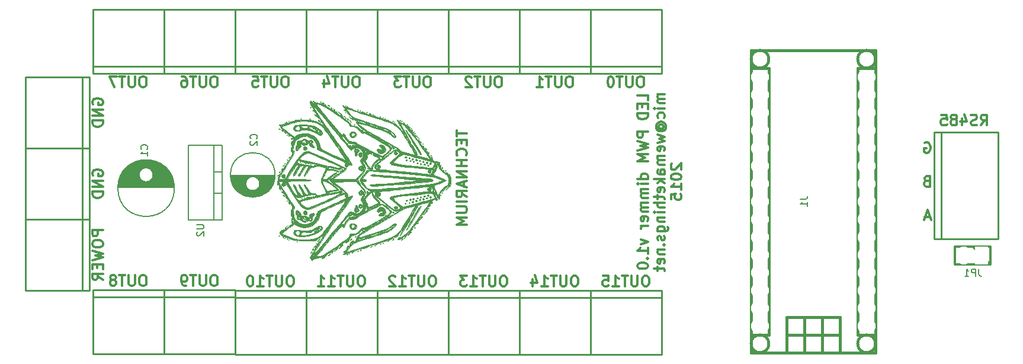
<source format=gbr>
G04 #@! TF.FileFunction,Legend,Bot*
%FSLAX46Y46*%
G04 Gerber Fmt 4.6, Leading zero omitted, Abs format (unit mm)*
G04 Created by KiCad (PCBNEW (2015-09-30 BZR 6232)-product) date Fri 09 Oct 2015 07:53:00 AM EEST*
%MOMM*%
G01*
G04 APERTURE LIST*
%ADD10C,0.100000*%
%ADD11C,0.300000*%
%ADD12C,0.381000*%
%ADD13C,0.254000*%
%ADD14C,0.150000*%
%ADD15C,0.304800*%
%ADD16O,2.599640X1.924000*%
%ADD17O,2.597100X1.924000*%
%ADD18R,3.399740X3.399740*%
%ADD19C,3.399740*%
%ADD20O,2.899360X1.901140*%
%ADD21R,2.599640X1.924000*%
%ADD22R,1.700000X1.700000*%
%ADD23C,1.700000*%
%ADD24R,1.924000X2.599640*%
%ADD25O,1.924000X2.599640*%
G04 APERTURE END LIST*
D10*
D11*
X203142856Y-103428571D02*
X203642856Y-102714286D01*
X203999999Y-103428571D02*
X203999999Y-101928571D01*
X203428571Y-101928571D01*
X203285713Y-102000000D01*
X203214285Y-102071429D01*
X203142856Y-102214286D01*
X203142856Y-102428571D01*
X203214285Y-102571429D01*
X203285713Y-102642857D01*
X203428571Y-102714286D01*
X203999999Y-102714286D01*
X202571428Y-103357143D02*
X202357142Y-103428571D01*
X201999999Y-103428571D01*
X201857142Y-103357143D01*
X201785713Y-103285714D01*
X201714285Y-103142857D01*
X201714285Y-103000000D01*
X201785713Y-102857143D01*
X201857142Y-102785714D01*
X201999999Y-102714286D01*
X202285713Y-102642857D01*
X202428571Y-102571429D01*
X202499999Y-102500000D01*
X202571428Y-102357143D01*
X202571428Y-102214286D01*
X202499999Y-102071429D01*
X202428571Y-102000000D01*
X202285713Y-101928571D01*
X201928571Y-101928571D01*
X201714285Y-102000000D01*
X200428571Y-102428571D02*
X200428571Y-103428571D01*
X200785714Y-101857143D02*
X201142857Y-102928571D01*
X200214285Y-102928571D01*
X199428571Y-102571429D02*
X199571429Y-102500000D01*
X199642857Y-102428571D01*
X199714286Y-102285714D01*
X199714286Y-102214286D01*
X199642857Y-102071429D01*
X199571429Y-102000000D01*
X199428571Y-101928571D01*
X199142857Y-101928571D01*
X199000000Y-102000000D01*
X198928571Y-102071429D01*
X198857143Y-102214286D01*
X198857143Y-102285714D01*
X198928571Y-102428571D01*
X199000000Y-102500000D01*
X199142857Y-102571429D01*
X199428571Y-102571429D01*
X199571429Y-102642857D01*
X199642857Y-102714286D01*
X199714286Y-102857143D01*
X199714286Y-103142857D01*
X199642857Y-103285714D01*
X199571429Y-103357143D01*
X199428571Y-103428571D01*
X199142857Y-103428571D01*
X199000000Y-103357143D01*
X198928571Y-103285714D01*
X198857143Y-103142857D01*
X198857143Y-102857143D01*
X198928571Y-102714286D01*
X199000000Y-102642857D01*
X199142857Y-102571429D01*
X197500000Y-101928571D02*
X198214286Y-101928571D01*
X198285715Y-102642857D01*
X198214286Y-102571429D01*
X198071429Y-102500000D01*
X197714286Y-102500000D01*
X197571429Y-102571429D01*
X197500000Y-102642857D01*
X197428572Y-102785714D01*
X197428572Y-103142857D01*
X197500000Y-103285714D01*
X197571429Y-103357143D01*
X197714286Y-103428571D01*
X198071429Y-103428571D01*
X198214286Y-103357143D01*
X198285715Y-103285714D01*
X195107143Y-105950000D02*
X195250000Y-105878571D01*
X195464286Y-105878571D01*
X195678571Y-105950000D01*
X195821429Y-106092857D01*
X195892857Y-106235714D01*
X195964286Y-106521429D01*
X195964286Y-106735714D01*
X195892857Y-107021429D01*
X195821429Y-107164286D01*
X195678571Y-107307143D01*
X195464286Y-107378571D01*
X195321429Y-107378571D01*
X195107143Y-107307143D01*
X195035714Y-107235714D01*
X195035714Y-106735714D01*
X195321429Y-106735714D01*
X195392857Y-111392857D02*
X195178571Y-111464286D01*
X195107143Y-111535714D01*
X195035714Y-111678571D01*
X195035714Y-111892857D01*
X195107143Y-112035714D01*
X195178571Y-112107143D01*
X195321429Y-112178571D01*
X195892857Y-112178571D01*
X195892857Y-110678571D01*
X195392857Y-110678571D01*
X195250000Y-110750000D01*
X195178571Y-110821429D01*
X195107143Y-110964286D01*
X195107143Y-111107143D01*
X195178571Y-111250000D01*
X195250000Y-111321429D01*
X195392857Y-111392857D01*
X195892857Y-111392857D01*
X195857143Y-116550000D02*
X195142857Y-116550000D01*
X196000000Y-116978571D02*
X195500000Y-115478571D01*
X195000000Y-116978571D01*
X155528571Y-99857144D02*
X155528571Y-99142858D01*
X154028571Y-99142858D01*
X154742857Y-100357144D02*
X154742857Y-100857144D01*
X155528571Y-101071430D02*
X155528571Y-100357144D01*
X154028571Y-100357144D01*
X154028571Y-101071430D01*
X155528571Y-101714287D02*
X154028571Y-101714287D01*
X154028571Y-102071430D01*
X154100000Y-102285715D01*
X154242857Y-102428573D01*
X154385714Y-102500001D01*
X154671429Y-102571430D01*
X154885714Y-102571430D01*
X155171429Y-102500001D01*
X155314286Y-102428573D01*
X155457143Y-102285715D01*
X155528571Y-102071430D01*
X155528571Y-101714287D01*
X155528571Y-104357144D02*
X154028571Y-104357144D01*
X154028571Y-104928572D01*
X154100000Y-105071430D01*
X154171429Y-105142858D01*
X154314286Y-105214287D01*
X154528571Y-105214287D01*
X154671429Y-105142858D01*
X154742857Y-105071430D01*
X154814286Y-104928572D01*
X154814286Y-104357144D01*
X154028571Y-105714287D02*
X155528571Y-106071430D01*
X154457143Y-106357144D01*
X155528571Y-106642858D01*
X154028571Y-107000001D01*
X155528571Y-107571430D02*
X154028571Y-107571430D01*
X155100000Y-108071430D01*
X154028571Y-108571430D01*
X155528571Y-108571430D01*
X155528571Y-111071430D02*
X154028571Y-111071430D01*
X155457143Y-111071430D02*
X155528571Y-110928573D01*
X155528571Y-110642859D01*
X155457143Y-110500001D01*
X155385714Y-110428573D01*
X155242857Y-110357144D01*
X154814286Y-110357144D01*
X154671429Y-110428573D01*
X154600000Y-110500001D01*
X154528571Y-110642859D01*
X154528571Y-110928573D01*
X154600000Y-111071430D01*
X155528571Y-111785716D02*
X154528571Y-111785716D01*
X154028571Y-111785716D02*
X154100000Y-111714287D01*
X154171429Y-111785716D01*
X154100000Y-111857144D01*
X154028571Y-111785716D01*
X154171429Y-111785716D01*
X155528571Y-112500002D02*
X154528571Y-112500002D01*
X154671429Y-112500002D02*
X154600000Y-112571430D01*
X154528571Y-112714288D01*
X154528571Y-112928573D01*
X154600000Y-113071430D01*
X154742857Y-113142859D01*
X155528571Y-113142859D01*
X154742857Y-113142859D02*
X154600000Y-113214288D01*
X154528571Y-113357145D01*
X154528571Y-113571430D01*
X154600000Y-113714288D01*
X154742857Y-113785716D01*
X155528571Y-113785716D01*
X155528571Y-114500002D02*
X154528571Y-114500002D01*
X154671429Y-114500002D02*
X154600000Y-114571430D01*
X154528571Y-114714288D01*
X154528571Y-114928573D01*
X154600000Y-115071430D01*
X154742857Y-115142859D01*
X155528571Y-115142859D01*
X154742857Y-115142859D02*
X154600000Y-115214288D01*
X154528571Y-115357145D01*
X154528571Y-115571430D01*
X154600000Y-115714288D01*
X154742857Y-115785716D01*
X155528571Y-115785716D01*
X155457143Y-117071430D02*
X155528571Y-116928573D01*
X155528571Y-116642859D01*
X155457143Y-116500002D01*
X155314286Y-116428573D01*
X154742857Y-116428573D01*
X154600000Y-116500002D01*
X154528571Y-116642859D01*
X154528571Y-116928573D01*
X154600000Y-117071430D01*
X154742857Y-117142859D01*
X154885714Y-117142859D01*
X155028571Y-116428573D01*
X155528571Y-117785716D02*
X154528571Y-117785716D01*
X154814286Y-117785716D02*
X154671429Y-117857144D01*
X154600000Y-117928573D01*
X154528571Y-118071430D01*
X154528571Y-118214287D01*
X154528571Y-119714287D02*
X155528571Y-120071430D01*
X154528571Y-120428572D01*
X155528571Y-121785715D02*
X155528571Y-120928572D01*
X155528571Y-121357144D02*
X154028571Y-121357144D01*
X154242857Y-121214287D01*
X154385714Y-121071429D01*
X154457143Y-120928572D01*
X155385714Y-122428572D02*
X155457143Y-122500000D01*
X155528571Y-122428572D01*
X155457143Y-122357143D01*
X155385714Y-122428572D01*
X155528571Y-122428572D01*
X154028571Y-123428572D02*
X154028571Y-123571429D01*
X154100000Y-123714286D01*
X154171429Y-123785715D01*
X154314286Y-123857144D01*
X154600000Y-123928572D01*
X154957143Y-123928572D01*
X155242857Y-123857144D01*
X155385714Y-123785715D01*
X155457143Y-123714286D01*
X155528571Y-123571429D01*
X155528571Y-123428572D01*
X155457143Y-123285715D01*
X155385714Y-123214286D01*
X155242857Y-123142858D01*
X154957143Y-123071429D01*
X154600000Y-123071429D01*
X154314286Y-123142858D01*
X154171429Y-123214286D01*
X154100000Y-123285715D01*
X154028571Y-123428572D01*
X157928571Y-99000000D02*
X156928571Y-99000000D01*
X157071429Y-99000000D02*
X157000000Y-99071428D01*
X156928571Y-99214286D01*
X156928571Y-99428571D01*
X157000000Y-99571428D01*
X157142857Y-99642857D01*
X157928571Y-99642857D01*
X157142857Y-99642857D02*
X157000000Y-99714286D01*
X156928571Y-99857143D01*
X156928571Y-100071428D01*
X157000000Y-100214286D01*
X157142857Y-100285714D01*
X157928571Y-100285714D01*
X157928571Y-101000000D02*
X156928571Y-101000000D01*
X156428571Y-101000000D02*
X156500000Y-100928571D01*
X156571429Y-101000000D01*
X156500000Y-101071428D01*
X156428571Y-101000000D01*
X156571429Y-101000000D01*
X157857143Y-102357143D02*
X157928571Y-102214286D01*
X157928571Y-101928572D01*
X157857143Y-101785714D01*
X157785714Y-101714286D01*
X157642857Y-101642857D01*
X157214286Y-101642857D01*
X157071429Y-101714286D01*
X157000000Y-101785714D01*
X156928571Y-101928572D01*
X156928571Y-102214286D01*
X157000000Y-102357143D01*
X157214286Y-103928571D02*
X157142857Y-103857143D01*
X157071429Y-103714286D01*
X157071429Y-103571428D01*
X157142857Y-103428571D01*
X157214286Y-103357143D01*
X157357143Y-103285714D01*
X157500000Y-103285714D01*
X157642857Y-103357143D01*
X157714286Y-103428571D01*
X157785714Y-103571428D01*
X157785714Y-103714286D01*
X157714286Y-103857143D01*
X157642857Y-103928571D01*
X157071429Y-103928571D02*
X157642857Y-103928571D01*
X157714286Y-104000000D01*
X157714286Y-104071428D01*
X157642857Y-104214286D01*
X157500000Y-104285714D01*
X157142857Y-104285714D01*
X156928571Y-104142857D01*
X156785714Y-103928571D01*
X156714286Y-103642857D01*
X156785714Y-103357143D01*
X156928571Y-103142857D01*
X157142857Y-103000000D01*
X157428571Y-102928571D01*
X157714286Y-103000000D01*
X157928571Y-103142857D01*
X158071429Y-103357143D01*
X158142857Y-103642857D01*
X158071429Y-103928571D01*
X157928571Y-104142857D01*
X156928571Y-104785714D02*
X157928571Y-105071428D01*
X157214286Y-105357142D01*
X157928571Y-105642857D01*
X156928571Y-105928571D01*
X157857143Y-107071428D02*
X157928571Y-106928571D01*
X157928571Y-106642857D01*
X157857143Y-106500000D01*
X157714286Y-106428571D01*
X157142857Y-106428571D01*
X157000000Y-106500000D01*
X156928571Y-106642857D01*
X156928571Y-106928571D01*
X157000000Y-107071428D01*
X157142857Y-107142857D01*
X157285714Y-107142857D01*
X157428571Y-106428571D01*
X157928571Y-107785714D02*
X156928571Y-107785714D01*
X157071429Y-107785714D02*
X157000000Y-107857142D01*
X156928571Y-108000000D01*
X156928571Y-108214285D01*
X157000000Y-108357142D01*
X157142857Y-108428571D01*
X157928571Y-108428571D01*
X157142857Y-108428571D02*
X157000000Y-108500000D01*
X156928571Y-108642857D01*
X156928571Y-108857142D01*
X157000000Y-109000000D01*
X157142857Y-109071428D01*
X157928571Y-109071428D01*
X157928571Y-110428571D02*
X157142857Y-110428571D01*
X157000000Y-110357142D01*
X156928571Y-110214285D01*
X156928571Y-109928571D01*
X157000000Y-109785714D01*
X157857143Y-110428571D02*
X157928571Y-110285714D01*
X157928571Y-109928571D01*
X157857143Y-109785714D01*
X157714286Y-109714285D01*
X157571429Y-109714285D01*
X157428571Y-109785714D01*
X157357143Y-109928571D01*
X157357143Y-110285714D01*
X157285714Y-110428571D01*
X157928571Y-111142857D02*
X156428571Y-111142857D01*
X157357143Y-111285714D02*
X157928571Y-111714285D01*
X156928571Y-111714285D02*
X157500000Y-111142857D01*
X157857143Y-112928571D02*
X157928571Y-112785714D01*
X157928571Y-112500000D01*
X157857143Y-112357143D01*
X157714286Y-112285714D01*
X157142857Y-112285714D01*
X157000000Y-112357143D01*
X156928571Y-112500000D01*
X156928571Y-112785714D01*
X157000000Y-112928571D01*
X157142857Y-113000000D01*
X157285714Y-113000000D01*
X157428571Y-112285714D01*
X156928571Y-113428571D02*
X156928571Y-114000000D01*
X156428571Y-113642857D02*
X157714286Y-113642857D01*
X157857143Y-113714285D01*
X157928571Y-113857143D01*
X157928571Y-114000000D01*
X157928571Y-114500000D02*
X156428571Y-114500000D01*
X157928571Y-115142857D02*
X157142857Y-115142857D01*
X157000000Y-115071428D01*
X156928571Y-114928571D01*
X156928571Y-114714286D01*
X157000000Y-114571428D01*
X157071429Y-114500000D01*
X157928571Y-115857143D02*
X156928571Y-115857143D01*
X156428571Y-115857143D02*
X156500000Y-115785714D01*
X156571429Y-115857143D01*
X156500000Y-115928571D01*
X156428571Y-115857143D01*
X156571429Y-115857143D01*
X156928571Y-116571429D02*
X157928571Y-116571429D01*
X157071429Y-116571429D02*
X157000000Y-116642857D01*
X156928571Y-116785715D01*
X156928571Y-117000000D01*
X157000000Y-117142857D01*
X157142857Y-117214286D01*
X157928571Y-117214286D01*
X156928571Y-118571429D02*
X158142857Y-118571429D01*
X158285714Y-118500000D01*
X158357143Y-118428572D01*
X158428571Y-118285715D01*
X158428571Y-118071429D01*
X158357143Y-117928572D01*
X157857143Y-118571429D02*
X157928571Y-118428572D01*
X157928571Y-118142858D01*
X157857143Y-118000000D01*
X157785714Y-117928572D01*
X157642857Y-117857143D01*
X157214286Y-117857143D01*
X157071429Y-117928572D01*
X157000000Y-118000000D01*
X156928571Y-118142858D01*
X156928571Y-118428572D01*
X157000000Y-118571429D01*
X157857143Y-119214286D02*
X157928571Y-119357143D01*
X157928571Y-119642858D01*
X157857143Y-119785715D01*
X157714286Y-119857143D01*
X157642857Y-119857143D01*
X157500000Y-119785715D01*
X157428571Y-119642858D01*
X157428571Y-119428572D01*
X157357143Y-119285715D01*
X157214286Y-119214286D01*
X157142857Y-119214286D01*
X157000000Y-119285715D01*
X156928571Y-119428572D01*
X156928571Y-119642858D01*
X157000000Y-119785715D01*
X157785714Y-120500001D02*
X157857143Y-120571429D01*
X157928571Y-120500001D01*
X157857143Y-120428572D01*
X157785714Y-120500001D01*
X157928571Y-120500001D01*
X156928571Y-121214287D02*
X157928571Y-121214287D01*
X157071429Y-121214287D02*
X157000000Y-121285715D01*
X156928571Y-121428573D01*
X156928571Y-121642858D01*
X157000000Y-121785715D01*
X157142857Y-121857144D01*
X157928571Y-121857144D01*
X157857143Y-123142858D02*
X157928571Y-123000001D01*
X157928571Y-122714287D01*
X157857143Y-122571430D01*
X157714286Y-122500001D01*
X157142857Y-122500001D01*
X157000000Y-122571430D01*
X156928571Y-122714287D01*
X156928571Y-123000001D01*
X157000000Y-123142858D01*
X157142857Y-123214287D01*
X157285714Y-123214287D01*
X157428571Y-122500001D01*
X156928571Y-123642858D02*
X156928571Y-124214287D01*
X156428571Y-123857144D02*
X157714286Y-123857144D01*
X157857143Y-123928572D01*
X157928571Y-124071430D01*
X157928571Y-124214287D01*
X158971429Y-108928572D02*
X158900000Y-109000001D01*
X158828571Y-109142858D01*
X158828571Y-109500001D01*
X158900000Y-109642858D01*
X158971429Y-109714287D01*
X159114286Y-109785715D01*
X159257143Y-109785715D01*
X159471429Y-109714287D01*
X160328571Y-108857144D01*
X160328571Y-109785715D01*
X158828571Y-110714286D02*
X158828571Y-110857143D01*
X158900000Y-111000000D01*
X158971429Y-111071429D01*
X159114286Y-111142858D01*
X159400000Y-111214286D01*
X159757143Y-111214286D01*
X160042857Y-111142858D01*
X160185714Y-111071429D01*
X160257143Y-111000000D01*
X160328571Y-110857143D01*
X160328571Y-110714286D01*
X160257143Y-110571429D01*
X160185714Y-110500000D01*
X160042857Y-110428572D01*
X159757143Y-110357143D01*
X159400000Y-110357143D01*
X159114286Y-110428572D01*
X158971429Y-110500000D01*
X158900000Y-110571429D01*
X158828571Y-110714286D01*
X160328571Y-112642857D02*
X160328571Y-111785714D01*
X160328571Y-112214286D02*
X158828571Y-112214286D01*
X159042857Y-112071429D01*
X159185714Y-111928571D01*
X159257143Y-111785714D01*
X158828571Y-114000000D02*
X158828571Y-113285714D01*
X159542857Y-113214285D01*
X159471429Y-113285714D01*
X159400000Y-113428571D01*
X159400000Y-113785714D01*
X159471429Y-113928571D01*
X159542857Y-114000000D01*
X159685714Y-114071428D01*
X160042857Y-114071428D01*
X160185714Y-114000000D01*
X160257143Y-113928571D01*
X160328571Y-113785714D01*
X160328571Y-113428571D01*
X160257143Y-113285714D01*
X160185714Y-113214285D01*
X128178571Y-104178571D02*
X128178571Y-105035714D01*
X129678571Y-104607143D02*
X128178571Y-104607143D01*
X128892857Y-105535714D02*
X128892857Y-106035714D01*
X129678571Y-106250000D02*
X129678571Y-105535714D01*
X128178571Y-105535714D01*
X128178571Y-106250000D01*
X129535714Y-107750000D02*
X129607143Y-107678571D01*
X129678571Y-107464285D01*
X129678571Y-107321428D01*
X129607143Y-107107143D01*
X129464286Y-106964285D01*
X129321429Y-106892857D01*
X129035714Y-106821428D01*
X128821429Y-106821428D01*
X128535714Y-106892857D01*
X128392857Y-106964285D01*
X128250000Y-107107143D01*
X128178571Y-107321428D01*
X128178571Y-107464285D01*
X128250000Y-107678571D01*
X128321429Y-107750000D01*
X129678571Y-108392857D02*
X128178571Y-108392857D01*
X128892857Y-108392857D02*
X128892857Y-109250000D01*
X129678571Y-109250000D02*
X128178571Y-109250000D01*
X129678571Y-109964286D02*
X128178571Y-109964286D01*
X129678571Y-110821429D01*
X128178571Y-110821429D01*
X129250000Y-111464286D02*
X129250000Y-112178572D01*
X129678571Y-111321429D02*
X128178571Y-111821429D01*
X129678571Y-112321429D01*
X129678571Y-113678572D02*
X128964286Y-113178572D01*
X129678571Y-112821429D02*
X128178571Y-112821429D01*
X128178571Y-113392857D01*
X128250000Y-113535715D01*
X128321429Y-113607143D01*
X128464286Y-113678572D01*
X128678571Y-113678572D01*
X128821429Y-113607143D01*
X128892857Y-113535715D01*
X128964286Y-113392857D01*
X128964286Y-112821429D01*
X129678571Y-114321429D02*
X128178571Y-114321429D01*
X128178571Y-115035715D02*
X129392857Y-115035715D01*
X129535714Y-115107143D01*
X129607143Y-115178572D01*
X129678571Y-115321429D01*
X129678571Y-115607143D01*
X129607143Y-115750001D01*
X129535714Y-115821429D01*
X129392857Y-115892858D01*
X128178571Y-115892858D01*
X129678571Y-116607144D02*
X128178571Y-116607144D01*
X129250000Y-117107144D01*
X128178571Y-117607144D01*
X129678571Y-117607144D01*
D12*
X180450000Y-130810000D02*
X180450000Y-135890000D01*
X177910000Y-130810000D02*
X177910000Y-135890000D01*
X182990000Y-133350000D02*
X175370000Y-133350000D01*
X182990000Y-135890000D02*
X182990000Y-130810000D01*
X182990000Y-130810000D02*
X175370000Y-130810000D01*
X175370000Y-130810000D02*
X175370000Y-135890000D01*
X188070000Y-92710000D02*
X188070000Y-135890000D01*
X170290000Y-135890000D02*
X170290000Y-92710000D01*
X170290000Y-135890000D02*
X188070000Y-135890000D01*
X170290000Y-92710000D02*
X188070000Y-92710000D01*
X188070000Y-134620000D02*
G75*
G03X188070000Y-134620000I-1270000J0D01*
G01*
X172830000Y-134620000D02*
G75*
G03X172830000Y-134620000I-1270000J0D01*
G01*
X188070000Y-93980000D02*
G75*
G03X188070000Y-93980000I-1270000J0D01*
G01*
X172830000Y-93980000D02*
G75*
G03X172830000Y-93980000I-1270000J0D01*
G01*
X185530000Y-95250000D02*
X185530000Y-133350000D01*
X172830000Y-133350000D02*
X172830000Y-95250000D01*
X170290000Y-95250000D02*
X172830000Y-95250000D01*
X185530000Y-95250000D02*
X188070000Y-95250000D01*
X188070000Y-133350000D02*
X185530000Y-133350000D01*
X170290000Y-133350000D02*
X172830000Y-133350000D01*
D13*
X67310000Y-127000000D02*
X66548000Y-127000000D01*
X66548000Y-127000000D02*
X66548000Y-116840000D01*
X66548000Y-116840000D02*
X67310000Y-116840000D01*
X75692000Y-127000000D02*
X75692000Y-116840000D01*
X75692000Y-116840000D02*
X74676000Y-116840000D01*
X74676000Y-116840000D02*
X74676000Y-127000000D01*
X74676000Y-127000000D02*
X75692000Y-127000000D01*
X74930000Y-127000000D02*
X67310000Y-127000000D01*
X67310000Y-116840000D02*
X74930000Y-116840000D01*
X67310000Y-116840000D02*
X66548000Y-116840000D01*
X66548000Y-116840000D02*
X66548000Y-106680000D01*
X66548000Y-106680000D02*
X67310000Y-106680000D01*
X75692000Y-116840000D02*
X75692000Y-106680000D01*
X75692000Y-106680000D02*
X74676000Y-106680000D01*
X74676000Y-106680000D02*
X74676000Y-116840000D01*
X74676000Y-116840000D02*
X75692000Y-116840000D01*
X74930000Y-116840000D02*
X67310000Y-116840000D01*
X67310000Y-106680000D02*
X74930000Y-106680000D01*
D14*
X94648000Y-113175040D02*
X93505000Y-113175040D01*
X94648000Y-110127040D02*
X93505000Y-110127040D01*
X93505000Y-106317040D02*
X89822000Y-106317040D01*
X89822000Y-106317040D02*
X89822000Y-116985040D01*
X89822000Y-116985040D02*
X93505000Y-116985040D01*
X94648000Y-106317040D02*
X93505000Y-106317040D01*
X93505000Y-106317040D02*
X93505000Y-116985040D01*
X93505000Y-116985040D02*
X94648000Y-116985040D01*
X94648000Y-111651040D02*
X94648000Y-116985040D01*
X94648000Y-111651040D02*
X94648000Y-106317040D01*
D13*
X147320000Y-87630000D02*
X147320000Y-86868000D01*
X147320000Y-86868000D02*
X157480000Y-86868000D01*
X157480000Y-86868000D02*
X157480000Y-87630000D01*
X147320000Y-96012000D02*
X157480000Y-96012000D01*
X157480000Y-96012000D02*
X157480000Y-94996000D01*
X157480000Y-94996000D02*
X147320000Y-94996000D01*
X147320000Y-94996000D02*
X147320000Y-96012000D01*
X147320000Y-95250000D02*
X147320000Y-87630000D01*
X157480000Y-87630000D02*
X157480000Y-95250000D01*
X137160000Y-87630000D02*
X137160000Y-86868000D01*
X137160000Y-86868000D02*
X147320000Y-86868000D01*
X147320000Y-86868000D02*
X147320000Y-87630000D01*
X137160000Y-96012000D02*
X147320000Y-96012000D01*
X147320000Y-96012000D02*
X147320000Y-94996000D01*
X147320000Y-94996000D02*
X137160000Y-94996000D01*
X137160000Y-94996000D02*
X137160000Y-96012000D01*
X137160000Y-95250000D02*
X137160000Y-87630000D01*
X147320000Y-87630000D02*
X147320000Y-95250000D01*
X127000000Y-87630000D02*
X127000000Y-86868000D01*
X127000000Y-86868000D02*
X137160000Y-86868000D01*
X137160000Y-86868000D02*
X137160000Y-87630000D01*
X127000000Y-96012000D02*
X137160000Y-96012000D01*
X137160000Y-96012000D02*
X137160000Y-94996000D01*
X137160000Y-94996000D02*
X127000000Y-94996000D01*
X127000000Y-94996000D02*
X127000000Y-96012000D01*
X127000000Y-95250000D02*
X127000000Y-87630000D01*
X137160000Y-87630000D02*
X137160000Y-95250000D01*
X116840000Y-87630000D02*
X116840000Y-86868000D01*
X116840000Y-86868000D02*
X127000000Y-86868000D01*
X127000000Y-86868000D02*
X127000000Y-87630000D01*
X116840000Y-96012000D02*
X127000000Y-96012000D01*
X127000000Y-96012000D02*
X127000000Y-94996000D01*
X127000000Y-94996000D02*
X116840000Y-94996000D01*
X116840000Y-94996000D02*
X116840000Y-96012000D01*
X116840000Y-95250000D02*
X116840000Y-87630000D01*
X127000000Y-87630000D02*
X127000000Y-95250000D01*
X106680000Y-87630000D02*
X106680000Y-86868000D01*
X106680000Y-86868000D02*
X116840000Y-86868000D01*
X116840000Y-86868000D02*
X116840000Y-87630000D01*
X106680000Y-96012000D02*
X116840000Y-96012000D01*
X116840000Y-96012000D02*
X116840000Y-94996000D01*
X116840000Y-94996000D02*
X106680000Y-94996000D01*
X106680000Y-94996000D02*
X106680000Y-96012000D01*
X106680000Y-95250000D02*
X106680000Y-87630000D01*
X116840000Y-87630000D02*
X116840000Y-95250000D01*
X96520000Y-87630000D02*
X96520000Y-86868000D01*
X96520000Y-86868000D02*
X106680000Y-86868000D01*
X106680000Y-86868000D02*
X106680000Y-87630000D01*
X96520000Y-96012000D02*
X106680000Y-96012000D01*
X106680000Y-96012000D02*
X106680000Y-94996000D01*
X106680000Y-94996000D02*
X96520000Y-94996000D01*
X96520000Y-94996000D02*
X96520000Y-96012000D01*
X96520000Y-95250000D02*
X96520000Y-87630000D01*
X106680000Y-87630000D02*
X106680000Y-95250000D01*
X86360000Y-87630000D02*
X86360000Y-86868000D01*
X86360000Y-86868000D02*
X96520000Y-86868000D01*
X96520000Y-86868000D02*
X96520000Y-87630000D01*
X86360000Y-96012000D02*
X96520000Y-96012000D01*
X96520000Y-96012000D02*
X96520000Y-94996000D01*
X96520000Y-94996000D02*
X86360000Y-94996000D01*
X86360000Y-94996000D02*
X86360000Y-96012000D01*
X86360000Y-95250000D02*
X86360000Y-87630000D01*
X96520000Y-87630000D02*
X96520000Y-95250000D01*
X76200000Y-87630000D02*
X76200000Y-86868000D01*
X76200000Y-86868000D02*
X86360000Y-86868000D01*
X86360000Y-86868000D02*
X86360000Y-87630000D01*
X76200000Y-96012000D02*
X86360000Y-96012000D01*
X86360000Y-96012000D02*
X86360000Y-94996000D01*
X86360000Y-94996000D02*
X76200000Y-94996000D01*
X76200000Y-94996000D02*
X76200000Y-96012000D01*
X76200000Y-95250000D02*
X76200000Y-87630000D01*
X86360000Y-87630000D02*
X86360000Y-95250000D01*
X86360000Y-135316596D02*
X86360000Y-136078596D01*
X86360000Y-136078596D02*
X76200000Y-136078596D01*
X76200000Y-136078596D02*
X76200000Y-135316596D01*
X86360000Y-126934596D02*
X76200000Y-126934596D01*
X76200000Y-126934596D02*
X76200000Y-127950596D01*
X76200000Y-127950596D02*
X86360000Y-127950596D01*
X86360000Y-127950596D02*
X86360000Y-126934596D01*
X86360000Y-127696596D02*
X86360000Y-135316596D01*
X76200000Y-135316596D02*
X76200000Y-127696596D01*
X96520000Y-135316596D02*
X96520000Y-136078596D01*
X96520000Y-136078596D02*
X86360000Y-136078596D01*
X86360000Y-136078596D02*
X86360000Y-135316596D01*
X96520000Y-126934596D02*
X86360000Y-126934596D01*
X86360000Y-126934596D02*
X86360000Y-127950596D01*
X86360000Y-127950596D02*
X96520000Y-127950596D01*
X96520000Y-127950596D02*
X96520000Y-126934596D01*
X96520000Y-127696596D02*
X96520000Y-135316596D01*
X86360000Y-135316596D02*
X86360000Y-127696596D01*
X106680000Y-135390000D02*
X106680000Y-136152000D01*
X106680000Y-136152000D02*
X96520000Y-136152000D01*
X96520000Y-136152000D02*
X96520000Y-135390000D01*
X106680000Y-127008000D02*
X96520000Y-127008000D01*
X96520000Y-127008000D02*
X96520000Y-128024000D01*
X96520000Y-128024000D02*
X106680000Y-128024000D01*
X106680000Y-128024000D02*
X106680000Y-127008000D01*
X106680000Y-127770000D02*
X106680000Y-135390000D01*
X96520000Y-135390000D02*
X96520000Y-127770000D01*
X116840000Y-135390000D02*
X116840000Y-136152000D01*
X116840000Y-136152000D02*
X106680000Y-136152000D01*
X106680000Y-136152000D02*
X106680000Y-135390000D01*
X116840000Y-127008000D02*
X106680000Y-127008000D01*
X106680000Y-127008000D02*
X106680000Y-128024000D01*
X106680000Y-128024000D02*
X116840000Y-128024000D01*
X116840000Y-128024000D02*
X116840000Y-127008000D01*
X116840000Y-127770000D02*
X116840000Y-135390000D01*
X106680000Y-135390000D02*
X106680000Y-127770000D01*
X127000000Y-135390000D02*
X127000000Y-136152000D01*
X127000000Y-136152000D02*
X116840000Y-136152000D01*
X116840000Y-136152000D02*
X116840000Y-135390000D01*
X127000000Y-127008000D02*
X116840000Y-127008000D01*
X116840000Y-127008000D02*
X116840000Y-128024000D01*
X116840000Y-128024000D02*
X127000000Y-128024000D01*
X127000000Y-128024000D02*
X127000000Y-127008000D01*
X127000000Y-127770000D02*
X127000000Y-135390000D01*
X116840000Y-135390000D02*
X116840000Y-127770000D01*
X137160000Y-135390000D02*
X137160000Y-136152000D01*
X137160000Y-136152000D02*
X127000000Y-136152000D01*
X127000000Y-136152000D02*
X127000000Y-135390000D01*
X137160000Y-127008000D02*
X127000000Y-127008000D01*
X127000000Y-127008000D02*
X127000000Y-128024000D01*
X127000000Y-128024000D02*
X137160000Y-128024000D01*
X137160000Y-128024000D02*
X137160000Y-127008000D01*
X137160000Y-127770000D02*
X137160000Y-135390000D01*
X127000000Y-135390000D02*
X127000000Y-127770000D01*
X147320000Y-135390000D02*
X147320000Y-136152000D01*
X147320000Y-136152000D02*
X137160000Y-136152000D01*
X137160000Y-136152000D02*
X137160000Y-135390000D01*
X147320000Y-127008000D02*
X137160000Y-127008000D01*
X137160000Y-127008000D02*
X137160000Y-128024000D01*
X137160000Y-128024000D02*
X147320000Y-128024000D01*
X147320000Y-128024000D02*
X147320000Y-127008000D01*
X147320000Y-127770000D02*
X147320000Y-135390000D01*
X137160000Y-135390000D02*
X137160000Y-127770000D01*
X157480000Y-135390000D02*
X157480000Y-136152000D01*
X157480000Y-136152000D02*
X147320000Y-136152000D01*
X147320000Y-136152000D02*
X147320000Y-135390000D01*
X157480000Y-127008000D02*
X147320000Y-127008000D01*
X147320000Y-127008000D02*
X147320000Y-128024000D01*
X147320000Y-128024000D02*
X157480000Y-128024000D01*
X157480000Y-128024000D02*
X157480000Y-127008000D01*
X157480000Y-127770000D02*
X157480000Y-135390000D01*
X147320000Y-135390000D02*
X147320000Y-127770000D01*
X67310000Y-106680000D02*
X66548000Y-106680000D01*
X66548000Y-106680000D02*
X66548000Y-96520000D01*
X66548000Y-96520000D02*
X67310000Y-96520000D01*
X75692000Y-106680000D02*
X75692000Y-96520000D01*
X75692000Y-96520000D02*
X74676000Y-96520000D01*
X74676000Y-96520000D02*
X74676000Y-106680000D01*
X74676000Y-106680000D02*
X75692000Y-106680000D01*
X74930000Y-106680000D02*
X67310000Y-106680000D01*
X67310000Y-96520000D02*
X74930000Y-96520000D01*
D14*
X87819000Y-112325000D02*
X79821000Y-112325000D01*
X87814000Y-112185000D02*
X79826000Y-112185000D01*
X87804000Y-112045000D02*
X79836000Y-112045000D01*
X87789000Y-111905000D02*
X79851000Y-111905000D01*
X87769000Y-111765000D02*
X79871000Y-111765000D01*
X87744000Y-111625000D02*
X79896000Y-111625000D01*
X87714000Y-111485000D02*
X83993000Y-111485000D01*
X83647000Y-111485000D02*
X79926000Y-111485000D01*
X87678000Y-111345000D02*
X84355000Y-111345000D01*
X83285000Y-111345000D02*
X79962000Y-111345000D01*
X87637000Y-111205000D02*
X84529000Y-111205000D01*
X83111000Y-111205000D02*
X80003000Y-111205000D01*
X87591000Y-111065000D02*
X84645000Y-111065000D01*
X82995000Y-111065000D02*
X80049000Y-111065000D01*
X87538000Y-110925000D02*
X84725000Y-110925000D01*
X82915000Y-110925000D02*
X80102000Y-110925000D01*
X87479000Y-110785000D02*
X84779000Y-110785000D01*
X82861000Y-110785000D02*
X80161000Y-110785000D01*
X87414000Y-110645000D02*
X84809000Y-110645000D01*
X82831000Y-110645000D02*
X80226000Y-110645000D01*
X87343000Y-110505000D02*
X84820000Y-110505000D01*
X82820000Y-110505000D02*
X80297000Y-110505000D01*
X87264000Y-110365000D02*
X84811000Y-110365000D01*
X82829000Y-110365000D02*
X80376000Y-110365000D01*
X87177000Y-110225000D02*
X84781000Y-110225000D01*
X82859000Y-110225000D02*
X80463000Y-110225000D01*
X87082000Y-110085000D02*
X84730000Y-110085000D01*
X82910000Y-110085000D02*
X80558000Y-110085000D01*
X86978000Y-109945000D02*
X84652000Y-109945000D01*
X82988000Y-109945000D02*
X80662000Y-109945000D01*
X86864000Y-109805000D02*
X84539000Y-109805000D01*
X83101000Y-109805000D02*
X80776000Y-109805000D01*
X86739000Y-109665000D02*
X84370000Y-109665000D01*
X83270000Y-109665000D02*
X80901000Y-109665000D01*
X86601000Y-109525000D02*
X84042000Y-109525000D01*
X83598000Y-109525000D02*
X81039000Y-109525000D01*
X86449000Y-109385000D02*
X81191000Y-109385000D01*
X86279000Y-109245000D02*
X81361000Y-109245000D01*
X86088000Y-109105000D02*
X81552000Y-109105000D01*
X85870000Y-108965000D02*
X81770000Y-108965000D01*
X85614000Y-108825000D02*
X82026000Y-108825000D01*
X85303000Y-108685000D02*
X82337000Y-108685000D01*
X84887000Y-108545000D02*
X82753000Y-108545000D01*
X84020000Y-108405000D02*
X83620000Y-108405000D01*
X84820000Y-110500000D02*
G75*
G03X84820000Y-110500000I-1000000J0D01*
G01*
X87857500Y-112400000D02*
G75*
G03X87857500Y-112400000I-4037500J0D01*
G01*
X95911000Y-110585000D02*
X102209000Y-110585000D01*
X95917000Y-110725000D02*
X102203000Y-110725000D01*
X95930000Y-110865000D02*
X98614000Y-110865000D01*
X99506000Y-110865000D02*
X102190000Y-110865000D01*
X95949000Y-111005000D02*
X98404000Y-111005000D01*
X99716000Y-111005000D02*
X102171000Y-111005000D01*
X95975000Y-111145000D02*
X98271000Y-111145000D01*
X99849000Y-111145000D02*
X102145000Y-111145000D01*
X96007000Y-111285000D02*
X98180000Y-111285000D01*
X99940000Y-111285000D02*
X102113000Y-111285000D01*
X96046000Y-111425000D02*
X98118000Y-111425000D01*
X100002000Y-111425000D02*
X102074000Y-111425000D01*
X96092000Y-111565000D02*
X98079000Y-111565000D01*
X100041000Y-111565000D02*
X102028000Y-111565000D01*
X96145000Y-111705000D02*
X98062000Y-111705000D01*
X100058000Y-111705000D02*
X101975000Y-111705000D01*
X96207000Y-111845000D02*
X98064000Y-111845000D01*
X100056000Y-111845000D02*
X101913000Y-111845000D01*
X96277000Y-111985000D02*
X98086000Y-111985000D01*
X100034000Y-111985000D02*
X101843000Y-111985000D01*
X96356000Y-112125000D02*
X98129000Y-112125000D01*
X99991000Y-112125000D02*
X101764000Y-112125000D01*
X96444000Y-112265000D02*
X98197000Y-112265000D01*
X99923000Y-112265000D02*
X101676000Y-112265000D01*
X96544000Y-112405000D02*
X98296000Y-112405000D01*
X99824000Y-112405000D02*
X101576000Y-112405000D01*
X96656000Y-112545000D02*
X98441000Y-112545000D01*
X99679000Y-112545000D02*
X101464000Y-112545000D01*
X96781000Y-112685000D02*
X98680000Y-112685000D01*
X99440000Y-112685000D02*
X101339000Y-112685000D01*
X96924000Y-112825000D02*
X101196000Y-112825000D01*
X97086000Y-112965000D02*
X101034000Y-112965000D01*
X97274000Y-113105000D02*
X100846000Y-113105000D01*
X97497000Y-113245000D02*
X100623000Y-113245000D01*
X97773000Y-113385000D02*
X100347000Y-113385000D01*
X98148000Y-113525000D02*
X99972000Y-113525000D01*
X100060000Y-111760000D02*
G75*
G03X100060000Y-111760000I-1000000J0D01*
G01*
X102247500Y-110510000D02*
G75*
G03X102247500Y-110510000I-3187500J0D01*
G01*
D10*
G36*
X107677861Y-99931697D02*
X107707036Y-99934413D01*
X107772369Y-100010641D01*
X107928084Y-100106946D01*
X108190521Y-100193354D01*
X108491619Y-100257945D01*
X108763315Y-100288794D01*
X108937546Y-100273981D01*
X108959449Y-100218579D01*
X108990767Y-100167713D01*
X109087262Y-100191213D01*
X109209541Y-100272907D01*
X109144916Y-100347716D01*
X108301289Y-100347716D01*
X108203044Y-100374181D01*
X108216351Y-100477066D01*
X108356234Y-100691605D01*
X108560891Y-100956621D01*
X108838761Y-101304007D01*
X108569195Y-101304007D01*
X108561644Y-101319871D01*
X108643293Y-101425715D01*
X108677625Y-101449543D01*
X108786056Y-101479097D01*
X108793607Y-101463233D01*
X108711958Y-101357389D01*
X108677625Y-101333561D01*
X108569195Y-101304007D01*
X108838761Y-101304007D01*
X109020224Y-101530867D01*
X109306623Y-101883915D01*
X109033122Y-101883915D01*
X109025571Y-101899780D01*
X109107220Y-102005623D01*
X109141552Y-102029452D01*
X109249983Y-102059006D01*
X109257534Y-102043141D01*
X109175885Y-101937298D01*
X109141552Y-101913470D01*
X109033122Y-101883915D01*
X109306623Y-101883915D01*
X109508527Y-102132803D01*
X109757609Y-102436269D01*
X109497095Y-102436269D01*
X109525895Y-102496329D01*
X109590685Y-102580365D01*
X109759973Y-102760679D01*
X109835539Y-102759895D01*
X109837443Y-102739543D01*
X109758184Y-102642729D01*
X109634475Y-102536575D01*
X109497095Y-102436269D01*
X109757609Y-102436269D01*
X110003206Y-102735487D01*
X110427955Y-103247260D01*
X110243379Y-103247260D01*
X110185388Y-103305251D01*
X110243379Y-103363242D01*
X110301370Y-103305251D01*
X110243379Y-103247260D01*
X110427955Y-103247260D01*
X110481667Y-103311976D01*
X110921317Y-103835327D01*
X110938620Y-103855605D01*
X110656866Y-103855605D01*
X110649315Y-103871470D01*
X110730964Y-103977313D01*
X110765297Y-104001141D01*
X110873727Y-104030696D01*
X110881278Y-104014831D01*
X110799630Y-103908988D01*
X110765297Y-103885159D01*
X110656866Y-103855605D01*
X110938620Y-103855605D01*
X111299563Y-104278598D01*
X111513489Y-104523059D01*
X111287215Y-104523059D01*
X111229224Y-104581050D01*
X111287215Y-104639041D01*
X111345205Y-104581050D01*
X111287215Y-104523059D01*
X111513489Y-104523059D01*
X111593811Y-104614845D01*
X111781466Y-104817127D01*
X111838128Y-104864715D01*
X111914057Y-104775892D01*
X111925114Y-104687366D01*
X111972242Y-104542915D01*
X112082664Y-104569059D01*
X112209933Y-104732032D01*
X112298152Y-104958583D01*
X112338757Y-105036692D01*
X111931539Y-105036692D01*
X111812845Y-105046788D01*
X111782521Y-105099847D01*
X111858506Y-105230028D01*
X112058740Y-105471489D01*
X112308339Y-105754133D01*
X112550690Y-106034635D01*
X112744265Y-106272349D01*
X112775326Y-106313515D01*
X112927494Y-106412108D01*
X113118594Y-106431645D01*
X113259113Y-106379796D01*
X113264363Y-106271618D01*
X113327131Y-106229083D01*
X113548345Y-106234773D01*
X113583979Y-106239271D01*
X113821849Y-106255278D01*
X113863613Y-106202375D01*
X113824565Y-106151846D01*
X113627418Y-106067398D01*
X113325378Y-106049443D01*
X113302647Y-106051368D01*
X113013439Y-106040317D01*
X112766561Y-105913052D01*
X112534018Y-105695648D01*
X112309435Y-105435060D01*
X112174539Y-105227701D01*
X112157078Y-105169588D01*
X112060401Y-105060681D01*
X111931539Y-105036692D01*
X112338757Y-105036692D01*
X112519602Y-105384566D01*
X112901182Y-105676448D01*
X113392506Y-105797540D01*
X113452158Y-105798858D01*
X113817620Y-105847004D01*
X113973899Y-105980794D01*
X114091835Y-106077646D01*
X114377290Y-106250273D01*
X114787289Y-106476980D01*
X115278860Y-106736073D01*
X115615745Y-106907503D01*
X115183636Y-106907503D01*
X115131585Y-106966612D01*
X115127883Y-107200795D01*
X115141602Y-107335590D01*
X115198792Y-107706940D01*
X115244943Y-107856703D01*
X115276155Y-107781872D01*
X115288525Y-107479444D01*
X115288584Y-107448777D01*
X115265211Y-107135457D01*
X115206851Y-106933677D01*
X115183636Y-106907503D01*
X115615745Y-106907503D01*
X115809027Y-107005858D01*
X115948811Y-107074657D01*
X115578539Y-107074657D01*
X115520548Y-107132648D01*
X115578539Y-107190639D01*
X115636530Y-107132648D01*
X115578539Y-107074657D01*
X115948811Y-107074657D01*
X116184460Y-107190639D01*
X115810502Y-107190639D01*
X115752511Y-107248630D01*
X115810502Y-107306621D01*
X115868493Y-107248630D01*
X115810502Y-107190639D01*
X116184460Y-107190639D01*
X116334818Y-107264642D01*
X116553581Y-107368019D01*
X116033895Y-107368019D01*
X116053741Y-107440846D01*
X116045009Y-107523484D01*
X115845491Y-107499739D01*
X115652616Y-107478709D01*
X115533963Y-107575258D01*
X115431980Y-107841231D01*
X115419060Y-107883890D01*
X115306739Y-108188424D01*
X115194906Y-108386342D01*
X115167819Y-108411403D01*
X115165213Y-108532013D01*
X115274867Y-108761126D01*
X115452938Y-109035669D01*
X115655583Y-109292567D01*
X115838958Y-109468747D01*
X115931647Y-109510273D01*
X116050713Y-109409966D01*
X116139323Y-109170965D01*
X116283238Y-108865234D01*
X116558175Y-108554168D01*
X116617744Y-108504070D01*
X116863355Y-108296284D01*
X117009392Y-108149905D01*
X117027127Y-108118493D01*
X116929778Y-108043394D01*
X116684538Y-107919580D01*
X116534208Y-107853552D01*
X116239184Y-107706999D01*
X116155308Y-107599825D01*
X116197167Y-107550742D01*
X116282284Y-107457417D01*
X116162148Y-107382080D01*
X116033895Y-107368019D01*
X116553581Y-107368019D01*
X116813259Y-107490730D01*
X116921430Y-107538584D01*
X116506393Y-107538584D01*
X116448402Y-107596575D01*
X116506393Y-107654566D01*
X116564383Y-107596575D01*
X116506393Y-107538584D01*
X116921430Y-107538584D01*
X117201376Y-107662429D01*
X117456194Y-107758043D01*
X117519242Y-107770547D01*
X117683841Y-107697173D01*
X117939724Y-107513293D01*
X118224406Y-107273273D01*
X118475402Y-107031479D01*
X118630228Y-106842275D01*
X118652055Y-106784933D01*
X118570856Y-106597785D01*
X118461665Y-106479954D01*
X118299543Y-106369392D01*
X117974974Y-106167039D01*
X117526770Y-105896438D01*
X116993742Y-105581132D01*
X116636271Y-105372695D01*
X115973507Y-104995855D01*
X115483846Y-104735983D01*
X115146131Y-104583273D01*
X114939204Y-104527925D01*
X114853973Y-104546857D01*
X114723882Y-104570260D01*
X114527191Y-104447763D01*
X114231215Y-104158427D01*
X114206649Y-104132153D01*
X113897574Y-103824497D01*
X113655340Y-103661022D01*
X113407827Y-103600175D01*
X113274710Y-103595205D01*
X112985615Y-103572005D01*
X112877070Y-103487127D01*
X112876879Y-103405871D01*
X112799856Y-103256416D01*
X112532385Y-102997077D01*
X112071381Y-102625184D01*
X111413757Y-102138066D01*
X111403196Y-102130456D01*
X110543168Y-101529827D01*
X109789244Y-101041747D01*
X109158143Y-100675826D01*
X108666585Y-100441672D01*
X108331288Y-100348895D01*
X108301289Y-100347716D01*
X109144916Y-100347716D01*
X109122282Y-100373918D01*
X109062648Y-100444067D01*
X109210524Y-100430495D01*
X109228699Y-100426585D01*
X109405927Y-100416464D01*
X109430944Y-100464608D01*
X109481436Y-100578537D01*
X109679327Y-100746575D01*
X109763424Y-100801737D01*
X110095142Y-100989043D01*
X110254644Y-101032252D01*
X110250136Y-100933061D01*
X110231629Y-100898630D01*
X110208506Y-100818848D01*
X110253780Y-100850304D01*
X110355231Y-101034084D01*
X110359361Y-101072602D01*
X110452340Y-101217380D01*
X110520482Y-101251956D01*
X110622913Y-101244994D01*
X110585205Y-101145640D01*
X110538138Y-101045334D01*
X110629499Y-101100377D01*
X110683765Y-101143735D01*
X110778470Y-101275570D01*
X110707306Y-101275570D01*
X110649315Y-101333561D01*
X110707306Y-101391552D01*
X110765297Y-101333561D01*
X110707306Y-101275570D01*
X110778470Y-101275570D01*
X110808807Y-101317800D01*
X110802984Y-101424403D01*
X110813345Y-101497172D01*
X110926267Y-101470581D01*
X111060292Y-101452637D01*
X111059911Y-101499994D01*
X111101251Y-101628086D01*
X111286184Y-101811294D01*
X111343842Y-101854508D01*
X111598397Y-102010395D01*
X111685448Y-102011816D01*
X111594763Y-101874812D01*
X111432192Y-101716003D01*
X111171233Y-101481354D01*
X111461187Y-101653568D01*
X111671471Y-101828527D01*
X111751141Y-101985607D01*
X111838628Y-102129337D01*
X112068802Y-102357032D01*
X112393237Y-102621197D01*
X112418036Y-102639686D01*
X112747512Y-102906559D01*
X112985861Y-103142896D01*
X113084511Y-103300125D01*
X113084931Y-103306581D01*
X113187475Y-103444311D01*
X113403881Y-103479817D01*
X113703577Y-103540548D01*
X114036885Y-103691891D01*
X114330353Y-103889012D01*
X114510532Y-104087083D01*
X114535210Y-104170335D01*
X114632614Y-104298252D01*
X114935933Y-104353194D01*
X114971780Y-104354707D01*
X115408858Y-104369885D01*
X114926713Y-104082369D01*
X114525107Y-103808484D01*
X114197897Y-103522682D01*
X113959078Y-103252070D01*
X113822644Y-103023756D01*
X113802590Y-102864848D01*
X113912911Y-102802454D01*
X114167600Y-102863683D01*
X114337495Y-102941029D01*
X114655618Y-103078196D01*
X114953177Y-103170119D01*
X115170231Y-103203322D01*
X115246838Y-103164328D01*
X115238168Y-103143534D01*
X115089741Y-103046348D01*
X114797167Y-102931430D01*
X114439983Y-102821805D01*
X114097726Y-102740495D01*
X113849934Y-102710524D01*
X113784869Y-102722841D01*
X113640484Y-102704257D01*
X113603132Y-102661336D01*
X113443077Y-102580944D01*
X113374051Y-102593632D01*
X113197551Y-102556595D01*
X113008842Y-102398571D01*
X112794977Y-102145433D01*
X113055936Y-102366377D01*
X113237122Y-102487073D01*
X113316729Y-102475350D01*
X113316895Y-102471339D01*
X113237179Y-102319068D01*
X113055731Y-102120302D01*
X112859095Y-101960259D01*
X112821614Y-101944824D01*
X112852968Y-101913470D01*
X112794977Y-101855479D01*
X112746708Y-101903748D01*
X112707256Y-101830641D01*
X112715748Y-101760281D01*
X112687631Y-101658803D01*
X112599766Y-101688462D01*
X112510781Y-101718436D01*
X112533012Y-101681777D01*
X112545609Y-101535895D01*
X112441159Y-101382477D01*
X112298988Y-101324779D01*
X112267932Y-101336730D01*
X112132969Y-101310883D01*
X112089181Y-101259542D01*
X112073562Y-101178199D01*
X112139157Y-101206504D01*
X112257240Y-101232520D01*
X112244830Y-101105015D01*
X112106987Y-100858706D01*
X112083470Y-100824544D01*
X111893882Y-100553868D01*
X112190752Y-100748385D01*
X112522139Y-100893071D01*
X112890540Y-100964259D01*
X113145022Y-100995379D01*
X113253428Y-101044551D01*
X113251540Y-101054479D01*
X113260222Y-101074844D01*
X112435125Y-101074844D01*
X112487451Y-101171687D01*
X112652334Y-101397612D01*
X112890602Y-101699374D01*
X113073125Y-101919036D01*
X113237571Y-102087907D01*
X113423176Y-102225999D01*
X113669172Y-102353327D01*
X114014794Y-102489902D01*
X114499275Y-102655739D01*
X115161850Y-102870850D01*
X115230594Y-102893000D01*
X116199283Y-103206325D01*
X116341884Y-103253244D01*
X115762176Y-103253244D01*
X115650442Y-103281194D01*
X115660485Y-103309875D01*
X115819551Y-103396944D01*
X116122008Y-103518482D01*
X116487722Y-103646962D01*
X116836556Y-103754859D01*
X117088377Y-103814646D01*
X117142655Y-103818995D01*
X117136383Y-103780284D01*
X116968736Y-103688599D01*
X116697296Y-103567539D01*
X116379649Y-103440703D01*
X116073377Y-103331690D01*
X115836065Y-103264100D01*
X115762176Y-103253244D01*
X116341884Y-103253244D01*
X116973345Y-103461008D01*
X117579403Y-103668074D01*
X118021173Y-103830143D01*
X117426143Y-103830143D01*
X117370491Y-103850053D01*
X117376256Y-103856571D01*
X117507724Y-103931699D01*
X117780690Y-104062148D01*
X117985160Y-104153552D01*
X118315324Y-104278166D01*
X118505780Y-104312595D01*
X118531444Y-104260611D01*
X118367237Y-104125989D01*
X118329298Y-104101779D01*
X118144956Y-104018107D01*
X117885141Y-103932634D01*
X117621615Y-103863824D01*
X117426143Y-103830143D01*
X118021173Y-103830143D01*
X118044084Y-103838548D01*
X118394013Y-103983455D01*
X118655816Y-104113821D01*
X118856118Y-104240671D01*
X118925902Y-104297350D01*
X118683499Y-104297350D01*
X118701926Y-104391849D01*
X118724860Y-104431048D01*
X118915832Y-104692963D01*
X119116171Y-104901898D01*
X119257739Y-104986986D01*
X119343827Y-104926838D01*
X119233761Y-104748497D01*
X119052015Y-104565354D01*
X118806431Y-104357745D01*
X118683499Y-104297350D01*
X118925902Y-104297350D01*
X119021546Y-104375031D01*
X119178629Y-104527828D01*
X119435286Y-104814509D01*
X119532306Y-104998519D01*
X119491414Y-105121804D01*
X119488061Y-105125226D01*
X119352240Y-105182120D01*
X119163917Y-105082586D01*
X119029760Y-104965598D01*
X118729541Y-104717460D01*
X118435958Y-104521000D01*
X118420091Y-104512337D01*
X118204046Y-104418344D01*
X117830807Y-104277699D01*
X117341597Y-104103956D01*
X116777643Y-103910672D01*
X116180167Y-103711400D01*
X115590395Y-103519694D01*
X115049551Y-103349111D01*
X114598861Y-103213203D01*
X114279548Y-103125527D01*
X114132837Y-103099636D01*
X114128767Y-103101345D01*
X114165707Y-103206553D01*
X114351153Y-103401051D01*
X114639238Y-103647532D01*
X114984094Y-103908691D01*
X115339854Y-104147223D01*
X115593263Y-104292466D01*
X115937359Y-104474527D01*
X115592021Y-104474527D01*
X115680621Y-104568443D01*
X115752511Y-104628678D01*
X115987825Y-104794333D01*
X116155299Y-104866547D01*
X116158447Y-104866649D01*
X116179817Y-104821243D01*
X116025743Y-104700398D01*
X115729604Y-104529675D01*
X115694520Y-104511391D01*
X115592021Y-104474527D01*
X115937359Y-104474527D01*
X116103634Y-104562503D01*
X116682813Y-104880356D01*
X116938155Y-105024117D01*
X116518596Y-105024117D01*
X116530400Y-105054971D01*
X116554552Y-105073190D01*
X116802257Y-105234243D01*
X117171259Y-105452774D01*
X117540396Y-105658832D01*
X117842023Y-105815305D01*
X118000870Y-105883400D01*
X117989730Y-105851963D01*
X117964781Y-105832804D01*
X117715806Y-105669695D01*
X117345609Y-105450579D01*
X116978937Y-105247162D01*
X116677237Y-105091924D01*
X116518596Y-105024117D01*
X116938155Y-105024117D01*
X117298575Y-105227037D01*
X117918695Y-105583560D01*
X118510949Y-105930938D01*
X118683573Y-106034496D01*
X118374160Y-106034496D01*
X118368303Y-106094819D01*
X118517022Y-106239080D01*
X118565068Y-106276133D01*
X118783595Y-106497461D01*
X118883394Y-106713581D01*
X118884018Y-106727417D01*
X118800285Y-106903857D01*
X118579842Y-107168325D01*
X118268826Y-107466110D01*
X118240565Y-107490458D01*
X117597112Y-108040177D01*
X117192795Y-107847371D01*
X116890346Y-107715356D01*
X116722937Y-107664718D01*
X116716226Y-107696528D01*
X116895866Y-107811855D01*
X116941324Y-107836886D01*
X117143412Y-107998247D01*
X117258247Y-108181506D01*
X117255167Y-108318702D01*
X117173288Y-108351010D01*
X117044756Y-108423666D01*
X116812038Y-108608697D01*
X116651370Y-108751033D01*
X116327095Y-109124072D01*
X116216440Y-109447153D01*
X116216438Y-109448212D01*
X116186006Y-109654818D01*
X116047260Y-109723233D01*
X115859676Y-109718737D01*
X115587404Y-109667456D01*
X115435819Y-109582993D01*
X115446706Y-109530893D01*
X115502628Y-109557189D01*
X115621911Y-109563721D01*
X115636530Y-109517118D01*
X115572799Y-109398197D01*
X115549543Y-109393499D01*
X115436346Y-109305751D01*
X115256816Y-109086728D01*
X115186648Y-108987563D01*
X114992154Y-108736584D01*
X114836283Y-108594431D01*
X114801809Y-108582420D01*
X114788720Y-108663095D01*
X114894014Y-108862714D01*
X114932741Y-108919274D01*
X115128273Y-109276513D01*
X115163687Y-109612544D01*
X115028681Y-109970462D01*
X114712952Y-110393361D01*
X114533059Y-110591103D01*
X114236510Y-110910666D01*
X114013681Y-111160321D01*
X113902666Y-111297077D01*
X113896804Y-111309143D01*
X113978782Y-111399562D01*
X114030705Y-111435047D01*
X114110692Y-111448655D01*
X114086804Y-111391916D01*
X114078455Y-111236222D01*
X114111549Y-111202650D01*
X114185329Y-111247215D01*
X114200428Y-111397604D01*
X114219434Y-111481963D01*
X113860296Y-111481963D01*
X112254805Y-111481963D01*
X111674746Y-111485382D01*
X111187966Y-111494766D01*
X110836199Y-111508806D01*
X110661178Y-111526194D01*
X110649315Y-111532308D01*
X110737033Y-111617398D01*
X110972509Y-111804272D01*
X111314225Y-112060616D01*
X111530691Y-112218270D01*
X112072010Y-112645469D01*
X111765936Y-112645469D01*
X111746338Y-112715067D01*
X111823926Y-112838017D01*
X111908686Y-112966847D01*
X111838128Y-112947153D01*
X111711304Y-112934459D01*
X111693151Y-112982881D01*
X111712573Y-113010483D01*
X111466208Y-113010483D01*
X111258219Y-113046655D01*
X111016220Y-113104660D01*
X110609130Y-113197866D01*
X110098547Y-113312303D01*
X109663470Y-113408324D01*
X108611245Y-113639424D01*
X107764580Y-113826690D01*
X107102261Y-113975085D01*
X106603075Y-114089571D01*
X106245808Y-114175111D01*
X106009246Y-114236668D01*
X105872177Y-114279203D01*
X105813387Y-114307679D01*
X105811508Y-114309419D01*
X105827090Y-114435228D01*
X105986794Y-114630980D01*
X106234230Y-114849995D01*
X106513004Y-115045594D01*
X106766726Y-115171097D01*
X106879393Y-115193379D01*
X107093502Y-115146905D01*
X107471182Y-115019085D01*
X107966106Y-114827321D01*
X108531952Y-114589017D01*
X108775695Y-114480999D01*
X109392531Y-114203659D01*
X109988974Y-113935719D01*
X110507101Y-113703185D01*
X110888989Y-113532062D01*
X110968265Y-113496617D01*
X111315691Y-113315825D01*
X111525484Y-113157478D01*
X111581153Y-113047167D01*
X111466208Y-113010483D01*
X111712573Y-113010483D01*
X111773218Y-113096665D01*
X112019804Y-113060342D01*
X112093010Y-113034000D01*
X112213738Y-112962668D01*
X112147493Y-112864051D01*
X112073500Y-112805725D01*
X111866467Y-112678386D01*
X111765936Y-112645469D01*
X112072010Y-112645469D01*
X112087395Y-112657610D01*
X112469683Y-113042934D01*
X112665768Y-113359796D01*
X112663860Y-113593750D01*
X112659354Y-113601415D01*
X112665831Y-113677499D01*
X112746955Y-113658461D01*
X113088934Y-113520990D01*
X113256486Y-113468749D01*
X113291199Y-113502446D01*
X113234663Y-113622790D01*
X113211214Y-113666369D01*
X113130047Y-113801598D01*
X112794977Y-113801598D01*
X112736986Y-113859589D01*
X112794977Y-113917579D01*
X112852968Y-113859589D01*
X112794977Y-113801598D01*
X113130047Y-113801598D01*
X113059234Y-113919578D01*
X112984476Y-114033561D01*
X112692334Y-114033561D01*
X112608149Y-114121413D01*
X112525223Y-114244452D01*
X112265740Y-114244452D01*
X112168630Y-114263242D01*
X111895052Y-114365083D01*
X111479238Y-114536011D01*
X110955422Y-114762060D01*
X110504338Y-114962950D01*
X109853760Y-115258225D01*
X109384213Y-115479691D01*
X109064590Y-115647367D01*
X108863782Y-115781272D01*
X108750682Y-115901425D01*
X108704279Y-116005251D01*
X108387671Y-116005251D01*
X108329680Y-116063242D01*
X108387671Y-116121232D01*
X108445662Y-116063242D01*
X108387671Y-116005251D01*
X108704279Y-116005251D01*
X108694182Y-116027845D01*
X108669364Y-116143840D01*
X108451576Y-116810673D01*
X108268017Y-117073866D01*
X107921413Y-117073866D01*
X107904414Y-117087747D01*
X107920335Y-117156698D01*
X107981735Y-117165068D01*
X108077201Y-117122632D01*
X108059056Y-117087747D01*
X107921413Y-117073866D01*
X108268017Y-117073866D01*
X108073475Y-117352808D01*
X108018049Y-117397031D01*
X107691781Y-117397031D01*
X107633790Y-117455022D01*
X107691781Y-117513013D01*
X107749772Y-117455022D01*
X107691781Y-117397031D01*
X108018049Y-117397031D01*
X107727322Y-117628995D01*
X105720091Y-117628995D01*
X105662100Y-117686986D01*
X105720091Y-117744977D01*
X105778082Y-117686986D01*
X105720091Y-117628995D01*
X107727322Y-117628995D01*
X107573014Y-117752114D01*
X106988143Y-117990463D01*
X106356811Y-118049724D01*
X105716969Y-117911767D01*
X105349605Y-117729768D01*
X104979118Y-117502072D01*
X104102801Y-118164893D01*
X103724292Y-118458050D01*
X103686883Y-118488672D01*
X103254115Y-118488672D01*
X103163491Y-118516826D01*
X103037182Y-118602214D01*
X103039793Y-118640782D01*
X103172008Y-118642833D01*
X103218768Y-118619609D01*
X103338676Y-118509016D01*
X103254115Y-118488672D01*
X103686883Y-118488672D01*
X103427994Y-118700598D01*
X103254656Y-118858481D01*
X103226484Y-118897256D01*
X103328007Y-118974935D01*
X103595529Y-119099865D01*
X103973477Y-119250638D01*
X104406280Y-119405850D01*
X104838366Y-119544094D01*
X105082192Y-119612067D01*
X105622769Y-119703795D01*
X106265895Y-119742297D01*
X106928192Y-119729086D01*
X107526277Y-119665677D01*
X107960328Y-119559840D01*
X108364930Y-119374937D01*
X108743796Y-119148645D01*
X108818824Y-119093490D01*
X108957456Y-118943882D01*
X109198893Y-118641073D01*
X109520355Y-118217109D01*
X109899063Y-117704036D01*
X110312235Y-117133899D01*
X110737093Y-116538746D01*
X111150857Y-115950622D01*
X111530747Y-115401573D01*
X111853983Y-114923645D01*
X112097786Y-114548885D01*
X112239374Y-114309339D01*
X112265740Y-114244452D01*
X112525223Y-114244452D01*
X112464418Y-114334672D01*
X112453487Y-114352511D01*
X112259292Y-114671461D01*
X112498139Y-114397653D01*
X112691608Y-114156566D01*
X112730347Y-114047274D01*
X112692334Y-114033561D01*
X112984476Y-114033561D01*
X112812005Y-114296527D01*
X112516940Y-114729452D01*
X112221913Y-114729452D01*
X112123814Y-114811831D01*
X112088011Y-114863353D01*
X112074341Y-114942719D01*
X112139157Y-114914499D01*
X112263669Y-114797718D01*
X112238127Y-114730581D01*
X112221913Y-114729452D01*
X112516940Y-114729452D01*
X112492340Y-114765546D01*
X112274812Y-115077397D01*
X111997306Y-115077397D01*
X111900492Y-115156656D01*
X111794338Y-115280365D01*
X111694032Y-115417745D01*
X111754092Y-115388944D01*
X111838128Y-115324154D01*
X112018442Y-115154867D01*
X112017658Y-115079301D01*
X111997306Y-115077397D01*
X112274812Y-115077397D01*
X112123052Y-115294964D01*
X111948217Y-115541324D01*
X111648499Y-115541324D01*
X111564313Y-115629176D01*
X111420582Y-115842435D01*
X111409652Y-115860273D01*
X111215456Y-116179223D01*
X111454304Y-115905415D01*
X111647773Y-115664329D01*
X111686511Y-115555037D01*
X111648499Y-115541324D01*
X111948217Y-115541324D01*
X111726954Y-115853108D01*
X111366572Y-116353196D01*
X111055251Y-116353196D01*
X110997260Y-116411187D01*
X111055251Y-116469178D01*
X111113242Y-116411187D01*
X111055251Y-116353196D01*
X111366572Y-116353196D01*
X111326858Y-116408307D01*
X111197330Y-116585159D01*
X110953471Y-116585159D01*
X110856656Y-116664418D01*
X110750503Y-116788127D01*
X110650196Y-116925507D01*
X110710257Y-116896707D01*
X110794292Y-116831917D01*
X110974607Y-116662629D01*
X110973822Y-116587064D01*
X110953471Y-116585159D01*
X111197330Y-116585159D01*
X110945579Y-116928891D01*
X110855716Y-117049086D01*
X110591324Y-117049086D01*
X110533333Y-117107077D01*
X110591324Y-117165068D01*
X110649315Y-117107077D01*
X110591324Y-117049086D01*
X110855716Y-117049086D01*
X110605928Y-117383188D01*
X110595236Y-117397031D01*
X110366206Y-117397031D01*
X110268106Y-117479411D01*
X110232304Y-117530933D01*
X110218634Y-117610299D01*
X110283450Y-117582079D01*
X110407961Y-117465298D01*
X110382419Y-117398160D01*
X110366206Y-117397031D01*
X110595236Y-117397031D01*
X110330719Y-117739527D01*
X110326200Y-117744977D01*
X110127397Y-117744977D01*
X110069406Y-117802968D01*
X110127397Y-117860958D01*
X110185388Y-117802968D01*
X110127397Y-117744977D01*
X110326200Y-117744977D01*
X110142765Y-117966236D01*
X110066027Y-118032843D01*
X109929506Y-118057684D01*
X109885528Y-118108950D01*
X109869909Y-118190294D01*
X109935504Y-118161988D01*
X110056433Y-118121775D01*
X110069406Y-118139605D01*
X110007672Y-118250265D01*
X109887178Y-118440867D01*
X109663470Y-118440867D01*
X109605479Y-118498858D01*
X109663470Y-118556849D01*
X109721461Y-118498858D01*
X109663470Y-118440867D01*
X109887178Y-118440867D01*
X109835901Y-118521979D01*
X109574241Y-118923814D01*
X109242840Y-119424837D01*
X108861844Y-119994116D01*
X108851598Y-120009340D01*
X108468635Y-120585637D01*
X108135461Y-121100979D01*
X107872357Y-121522844D01*
X107699601Y-121818707D01*
X107637473Y-121956048D01*
X107637478Y-121956497D01*
X107691342Y-122003413D01*
X107782456Y-121914723D01*
X107921334Y-121743721D01*
X108182176Y-121427623D01*
X108543042Y-120992671D01*
X108981996Y-120465107D01*
X109477100Y-119871170D01*
X110006416Y-119237103D01*
X110548005Y-118589147D01*
X111079932Y-117953541D01*
X111580256Y-117356529D01*
X112027042Y-116824350D01*
X112398351Y-116383245D01*
X112672245Y-116059457D01*
X112826787Y-115879226D01*
X112847598Y-115855998D01*
X113002803Y-115724295D01*
X113162894Y-115724930D01*
X113382383Y-115826288D01*
X113658985Y-115950082D01*
X113857967Y-116004433D01*
X113862351Y-116004536D01*
X114207672Y-115913232D01*
X114532415Y-115686480D01*
X114695886Y-115465086D01*
X114805962Y-115191817D01*
X114796597Y-115102687D01*
X114665190Y-115181443D01*
X114652162Y-115192153D01*
X114409007Y-115283450D01*
X114207250Y-115188999D01*
X114128767Y-114961415D01*
X114215724Y-114724589D01*
X114421815Y-114639241D01*
X114652162Y-114730677D01*
X114791811Y-114813471D01*
X114824657Y-114794019D01*
X114765002Y-114608868D01*
X114631113Y-114360573D01*
X114490608Y-114169529D01*
X114458589Y-114142228D01*
X114464375Y-114021942D01*
X114588605Y-113786597D01*
X114704689Y-113620310D01*
X114907134Y-113328221D01*
X115033129Y-113099345D01*
X115053394Y-113030153D01*
X114984327Y-112883948D01*
X114798232Y-112615633D01*
X114531690Y-112276913D01*
X114458458Y-112189285D01*
X113860296Y-111481963D01*
X114219434Y-111481963D01*
X114244839Y-111594714D01*
X114340356Y-111624067D01*
X114438398Y-111656769D01*
X114423307Y-111706506D01*
X114455862Y-111848168D01*
X114616089Y-112086618D01*
X114762632Y-112255461D01*
X115074190Y-112681607D01*
X115163280Y-113077569D01*
X115032930Y-113467562D01*
X114932221Y-113611984D01*
X114785358Y-113834625D01*
X114789800Y-113910619D01*
X114915880Y-113838433D01*
X115129103Y-113622168D01*
X115306496Y-113316555D01*
X115351712Y-113042259D01*
X115362606Y-112827958D01*
X115420515Y-112757762D01*
X115509192Y-112851999D01*
X115520548Y-112932717D01*
X115552719Y-113044761D01*
X115688992Y-113001040D01*
X115753043Y-112962477D01*
X115895592Y-112857579D01*
X115863126Y-112786528D01*
X115632297Y-112698346D01*
X115632031Y-112698257D01*
X115390459Y-112552679D01*
X115092270Y-112287214D01*
X114790051Y-111961049D01*
X114536387Y-111633373D01*
X114383863Y-111363373D01*
X114361963Y-111268713D01*
X114433375Y-111107493D01*
X114621500Y-110836041D01*
X114876880Y-110523419D01*
X115130356Y-110218142D01*
X115300818Y-109982580D01*
X115351763Y-109867229D01*
X115351516Y-109866805D01*
X115435039Y-109838717D01*
X115693910Y-109829071D01*
X116072090Y-109839956D01*
X116072198Y-109839962D01*
X116473421Y-109856756D01*
X116680677Y-109847175D01*
X116731388Y-109801143D01*
X116662977Y-109708583D01*
X116641397Y-109686700D01*
X116488331Y-109474778D01*
X116448402Y-109343832D01*
X116525483Y-109173646D01*
X116709294Y-108940287D01*
X116928686Y-108720718D01*
X117112508Y-108591903D01*
X117152292Y-108582420D01*
X117256959Y-108486923D01*
X117318799Y-108348772D01*
X117414024Y-108186492D01*
X117486608Y-108173004D01*
X117610813Y-108129379D01*
X117867787Y-107964715D01*
X118213838Y-107708534D01*
X118435107Y-107532134D01*
X118897240Y-107178099D01*
X119251295Y-106956371D01*
X119472054Y-106882374D01*
X119492922Y-106885171D01*
X119666338Y-106882978D01*
X119671965Y-106782103D01*
X119514284Y-106639209D01*
X119471552Y-106614811D01*
X119261767Y-106523067D01*
X119135415Y-106499994D01*
X119147597Y-106549517D01*
X119212693Y-106596366D01*
X119298069Y-106691390D01*
X119177673Y-106767234D01*
X119049999Y-106780431D01*
X119058495Y-106725896D01*
X119026750Y-106586120D01*
X118870531Y-106382289D01*
X118656514Y-106181766D01*
X118451371Y-106051913D01*
X118374160Y-106034496D01*
X118683573Y-106034496D01*
X119043111Y-106250184D01*
X119482956Y-106522310D01*
X119798258Y-106728330D01*
X119956794Y-106849257D01*
X119968688Y-106870454D01*
X120023392Y-106968687D01*
X120197008Y-107064483D01*
X119549713Y-107064483D01*
X119411996Y-107071973D01*
X119233877Y-107147251D01*
X118981288Y-107309458D01*
X118620162Y-107577730D01*
X118116429Y-107971206D01*
X118057353Y-108017820D01*
X117471104Y-108493624D01*
X117061698Y-108857943D01*
X116812414Y-109127120D01*
X116706529Y-109317495D01*
X116701657Y-109342653D01*
X116712765Y-109556071D01*
X116777785Y-109626255D01*
X116845469Y-109534756D01*
X116833376Y-109407381D01*
X116851492Y-109175380D01*
X117007567Y-109085752D01*
X117210290Y-109168973D01*
X117320623Y-109301661D01*
X117258403Y-109445422D01*
X117201266Y-109511398D01*
X117125050Y-109615043D01*
X117152174Y-109681183D01*
X117320331Y-109724912D01*
X117667213Y-109761323D01*
X117865235Y-109777282D01*
X118375425Y-109820503D01*
X119006578Y-109878732D01*
X119649071Y-109941734D01*
X119730506Y-109950105D01*
X115649471Y-109950105D01*
X115180519Y-110455075D01*
X114883332Y-110788714D01*
X114745528Y-110992448D01*
X114758935Y-111096787D01*
X114915380Y-111132237D01*
X114998630Y-111134018D01*
X115231833Y-111194512D01*
X115288584Y-111307990D01*
X115186982Y-111447425D01*
X114983766Y-111481963D01*
X114678947Y-111481963D01*
X114967055Y-111855559D01*
X115189316Y-112137551D01*
X115383624Y-112342633D01*
X115589300Y-112479454D01*
X115845663Y-112556663D01*
X116192033Y-112582908D01*
X116667731Y-112566837D01*
X117312075Y-112517100D01*
X117785937Y-112475583D01*
X118583256Y-112405448D01*
X119437617Y-112330757D01*
X120263921Y-112258921D01*
X120977068Y-112197350D01*
X121203653Y-112177934D01*
X122343691Y-112075178D01*
X123277163Y-111978416D01*
X124029270Y-111884076D01*
X124625212Y-111788585D01*
X125090190Y-111688373D01*
X125449403Y-111579868D01*
X125465982Y-111573813D01*
X125797979Y-111442652D01*
X126019140Y-111338504D01*
X126074886Y-111295536D01*
X125978334Y-111222959D01*
X125730818Y-111095128D01*
X125523972Y-111000644D01*
X125129528Y-110868343D01*
X124611418Y-110747669D01*
X124077561Y-110663490D01*
X124045205Y-110659908D01*
X123465335Y-110600721D01*
X122713680Y-110528576D01*
X121840326Y-110447860D01*
X120895359Y-110362961D01*
X119928864Y-110278265D01*
X118990927Y-110198159D01*
X118131633Y-110127031D01*
X117401068Y-110069266D01*
X116849318Y-110029253D01*
X116831813Y-110028093D01*
X115649471Y-109950105D01*
X119730506Y-109950105D01*
X119869863Y-109964430D01*
X120519346Y-110030907D01*
X121275221Y-110106259D01*
X122012890Y-110178127D01*
X122305479Y-110206018D01*
X122884230Y-110262191D01*
X123430808Y-110317893D01*
X123871346Y-110365461D01*
X124075251Y-110389584D01*
X124395069Y-110414406D01*
X124565939Y-110363868D01*
X124665679Y-110211431D01*
X124676804Y-110184433D01*
X124774611Y-109902548D01*
X124762797Y-109773288D01*
X124636339Y-109742237D01*
X124635972Y-109742237D01*
X124521373Y-109827920D01*
X124530095Y-109961111D01*
X124512695Y-110191964D01*
X124361413Y-110282210D01*
X124152700Y-110189059D01*
X124141773Y-110178465D01*
X124033048Y-110024771D01*
X124101485Y-109879345D01*
X124161187Y-109816797D01*
X124261121Y-109697013D01*
X124215280Y-109641911D01*
X123986342Y-109626728D01*
X123873999Y-109626255D01*
X123554054Y-109612434D01*
X123075524Y-109574477D01*
X122483064Y-109517640D01*
X121821330Y-109447180D01*
X121134975Y-109368354D01*
X120468654Y-109286420D01*
X119867022Y-109206634D01*
X119374734Y-109134254D01*
X119036444Y-109074536D01*
X118913014Y-109042215D01*
X118712425Y-108906043D01*
X118653605Y-108787874D01*
X118738885Y-108651284D01*
X118964745Y-108415603D01*
X119288509Y-108123951D01*
X119416369Y-108017193D01*
X119794031Y-107698693D01*
X119998392Y-107484835D01*
X120040103Y-107338948D01*
X119929813Y-107224362D01*
X119681097Y-107105643D01*
X119549713Y-107064483D01*
X120197008Y-107064483D01*
X120231258Y-107083381D01*
X120239824Y-107086774D01*
X120483685Y-107171352D01*
X120847978Y-107285681D01*
X121266267Y-107410429D01*
X121672119Y-107526263D01*
X121863253Y-107577462D01*
X120572364Y-107577462D01*
X120461092Y-107589914D01*
X120225880Y-107705080D01*
X119934674Y-107914292D01*
X119635395Y-108172550D01*
X119375966Y-108434851D01*
X119204310Y-108656194D01*
X119187649Y-108718917D01*
X118957564Y-108718917D01*
X118922679Y-108737062D01*
X118908798Y-108874705D01*
X118922679Y-108891704D01*
X118991630Y-108875783D01*
X119000000Y-108814383D01*
X118957564Y-108718917D01*
X119187649Y-108718917D01*
X119168350Y-108791578D01*
X119173972Y-108798569D01*
X119331858Y-108856357D01*
X119666995Y-108923777D01*
X120125468Y-108991264D01*
X120507762Y-109035149D01*
X121335800Y-109122419D01*
X122181261Y-109218100D01*
X123115827Y-109330563D01*
X124163013Y-109462040D01*
X124510164Y-109497942D01*
X124706039Y-109469775D01*
X124829134Y-109345309D01*
X124932025Y-109146270D01*
X125119302Y-108756392D01*
X124582254Y-108606236D01*
X124226514Y-108508469D01*
X123731086Y-108374483D01*
X123180602Y-108227112D01*
X122943379Y-108164078D01*
X122389860Y-108014813D01*
X121849139Y-107864634D01*
X121408527Y-107737945D01*
X121272964Y-107697193D01*
X120894541Y-107607829D01*
X120572364Y-107577462D01*
X121863253Y-107577462D01*
X121999099Y-107613851D01*
X122180773Y-107653861D01*
X122191008Y-107654566D01*
X122186876Y-107565568D01*
X122094459Y-107347765D01*
X122076494Y-107312380D01*
X121955235Y-107058592D01*
X121899886Y-106904660D01*
X121899543Y-106899599D01*
X121975570Y-106882969D01*
X122033445Y-106911760D01*
X122112683Y-106925588D01*
X122083422Y-106858722D01*
X121950821Y-106770302D01*
X121902564Y-106782836D01*
X121795135Y-106726569D01*
X121624706Y-106517462D01*
X121504642Y-106329143D01*
X121296678Y-105956271D01*
X121214437Y-105755888D01*
X121252264Y-105709314D01*
X121328177Y-105746147D01*
X121355484Y-105707698D01*
X121291051Y-105528679D01*
X121163396Y-105266877D01*
X121001034Y-104980080D01*
X120832480Y-104726075D01*
X120810485Y-104697031D01*
X120678783Y-104571856D01*
X120627433Y-104603200D01*
X120708599Y-104788352D01*
X120740551Y-104813523D01*
X120866916Y-104953565D01*
X121012260Y-105190446D01*
X121131580Y-105438183D01*
X121179871Y-105610792D01*
X121171785Y-105637423D01*
X121093256Y-105570407D01*
X120930822Y-105348388D01*
X120717301Y-105016817D01*
X120682476Y-104959750D01*
X120164929Y-104194413D01*
X119663004Y-103639001D01*
X119158736Y-103273921D01*
X119115982Y-103251442D01*
X118876741Y-103150207D01*
X118459572Y-102995434D01*
X117908066Y-102802403D01*
X117265815Y-102586396D01*
X116622374Y-102377351D01*
X115875439Y-102138742D01*
X115121177Y-101897623D01*
X114420243Y-101673395D01*
X113833295Y-101485460D01*
X113499318Y-101378375D01*
X113048082Y-101237314D01*
X112689857Y-101132471D01*
X112474552Y-101078081D01*
X112435125Y-101074844D01*
X113260222Y-101074844D01*
X113272544Y-101103747D01*
X113408651Y-101174618D01*
X113691589Y-101279692D01*
X114153092Y-101431571D01*
X114391964Y-101507357D01*
X114607175Y-101551616D01*
X114647286Y-101502035D01*
X114703417Y-101491389D01*
X114915822Y-101571438D01*
X115179391Y-101695806D01*
X115599136Y-101869981D01*
X116017504Y-101986387D01*
X116216939Y-102012800D01*
X116483443Y-102043177D01*
X116605116Y-102098283D01*
X116603605Y-102116438D01*
X116625977Y-102202726D01*
X116644525Y-102205008D01*
X116819927Y-102233739D01*
X117017451Y-102281269D01*
X117208479Y-102309787D01*
X117217975Y-102230765D01*
X117202499Y-102203774D01*
X117171713Y-102106265D01*
X117244246Y-102135527D01*
X117329921Y-102272424D01*
X117315413Y-102324020D01*
X117353968Y-102421434D01*
X117534179Y-102496834D01*
X117765743Y-102527734D01*
X117958354Y-102491650D01*
X117967493Y-102486377D01*
X118052620Y-102465164D01*
X118013939Y-102551719D01*
X117994045Y-102654815D01*
X118156211Y-102642030D01*
X118169991Y-102638488D01*
X118364707Y-102620316D01*
X118420091Y-102660595D01*
X118514747Y-102751016D01*
X118746435Y-102887297D01*
X119036735Y-103029345D01*
X119307227Y-103137070D01*
X119405936Y-103164593D01*
X119536856Y-103258689D01*
X119766304Y-103481192D01*
X120031182Y-103768958D01*
X120298477Y-104072569D01*
X120502618Y-104302819D01*
X120596845Y-104407077D01*
X120590768Y-104366019D01*
X120490132Y-104171055D01*
X120319786Y-103867144D01*
X120104581Y-103499248D01*
X119987858Y-103305251D01*
X119837982Y-103035447D01*
X119732176Y-102804878D01*
X119686763Y-102659933D01*
X119718065Y-102647002D01*
X119784653Y-102727703D01*
X119938617Y-102846919D01*
X120199677Y-102990457D01*
X120457384Y-103102135D01*
X120578056Y-103131278D01*
X120590330Y-103050081D01*
X120564209Y-102986301D01*
X120582453Y-102970567D01*
X120714780Y-103102099D01*
X120740661Y-103131278D01*
X120681735Y-103131278D01*
X120652353Y-103160660D01*
X120232671Y-103160660D01*
X120187942Y-103180474D01*
X120220769Y-103296700D01*
X120353043Y-103570368D01*
X120563703Y-103960719D01*
X120831687Y-104426992D01*
X120834491Y-104431741D01*
X121203851Y-105064732D01*
X121457759Y-105519996D01*
X121604754Y-105815850D01*
X121653374Y-105970611D01*
X121612158Y-106002597D01*
X121553388Y-105973937D01*
X121454517Y-105941901D01*
X121483701Y-106014793D01*
X121615256Y-106103880D01*
X121662706Y-106091825D01*
X121766414Y-106149793D01*
X121856464Y-106262785D01*
X121725571Y-106262785D01*
X121667580Y-106320776D01*
X121725571Y-106378767D01*
X121783562Y-106320776D01*
X121725571Y-106262785D01*
X121856464Y-106262785D01*
X121933501Y-106359447D01*
X122021198Y-106494748D01*
X121841552Y-106494748D01*
X121783562Y-106552739D01*
X121841552Y-106610730D01*
X121899543Y-106552739D01*
X121841552Y-106494748D01*
X122021198Y-106494748D01*
X122129658Y-106662081D01*
X122320579Y-106998987D01*
X122357236Y-107074657D01*
X122189498Y-107074657D01*
X122131507Y-107132648D01*
X122189498Y-107190639D01*
X122247488Y-107132648D01*
X122189498Y-107074657D01*
X122357236Y-107074657D01*
X122471955Y-107311461D01*
X122479931Y-107335057D01*
X122255040Y-107335057D01*
X122247488Y-107350922D01*
X122329137Y-107456765D01*
X122363470Y-107480593D01*
X122471901Y-107510148D01*
X122479452Y-107494283D01*
X122397803Y-107388440D01*
X122363470Y-107364611D01*
X122255040Y-107335057D01*
X122479931Y-107335057D01*
X122549478Y-107540796D01*
X122548968Y-107608363D01*
X122532397Y-107693165D01*
X122587364Y-107760522D01*
X122755835Y-107829703D01*
X123079770Y-107919978D01*
X123407306Y-108002511D01*
X123769548Y-108094368D01*
X124061440Y-108171417D01*
X124132192Y-108191203D01*
X124299501Y-108197994D01*
X124332502Y-108155304D01*
X124265777Y-108038295D01*
X124080355Y-107763110D01*
X123795964Y-107357706D01*
X123432331Y-106850041D01*
X123009184Y-106268073D01*
X122795744Y-105977360D01*
X122180973Y-105164074D01*
X121624025Y-104469860D01*
X121137811Y-103908565D01*
X120735240Y-103494036D01*
X120429223Y-103240119D01*
X120232671Y-103160660D01*
X120652353Y-103160660D01*
X120623744Y-103189269D01*
X120681735Y-103247260D01*
X120739726Y-103189269D01*
X120681735Y-103131278D01*
X120740661Y-103131278D01*
X120792099Y-103189269D01*
X121006473Y-103404247D01*
X121168352Y-103509821D01*
X121195300Y-103511927D01*
X121345389Y-103568455D01*
X121403604Y-103623641D01*
X121211204Y-103623641D01*
X121203653Y-103639506D01*
X121285302Y-103745349D01*
X121319635Y-103769178D01*
X121428065Y-103798732D01*
X121435616Y-103782867D01*
X121353967Y-103677024D01*
X121319635Y-103653196D01*
X121211204Y-103623641D01*
X121403604Y-103623641D01*
X121438694Y-103656904D01*
X121517309Y-103795122D01*
X121493607Y-103827168D01*
X121482949Y-103898450D01*
X121550538Y-103999864D01*
X121721752Y-104109803D01*
X121814623Y-104097926D01*
X121879963Y-104097891D01*
X121854652Y-104153918D01*
X121853754Y-104317154D01*
X121947241Y-104539930D01*
X122084708Y-104736844D01*
X122215752Y-104822492D01*
X122244674Y-104814752D01*
X122372840Y-104853613D01*
X122550938Y-105018716D01*
X122769406Y-105276940D01*
X122508447Y-105055996D01*
X122326202Y-104924762D01*
X122247561Y-104913864D01*
X122247488Y-104915716D01*
X122312046Y-105073316D01*
X122465014Y-105291803D01*
X122645332Y-105497527D01*
X122791941Y-105616835D01*
X122832700Y-105621608D01*
X122960385Y-105658475D01*
X123075215Y-105771140D01*
X123174572Y-105907432D01*
X123113970Y-105878114D01*
X123030365Y-105813652D01*
X122866110Y-105714563D01*
X122842260Y-105771589D01*
X122953492Y-105960373D01*
X123104452Y-106152625D01*
X123304423Y-106345904D01*
X123451127Y-106410334D01*
X123470992Y-106401331D01*
X123510806Y-106399657D01*
X123487607Y-106448666D01*
X123496636Y-106626540D01*
X123594462Y-106796611D01*
X123724291Y-106947813D01*
X123740744Y-106918573D01*
X123704073Y-106797293D01*
X123674379Y-106648892D01*
X123767182Y-106689553D01*
X123816077Y-106729065D01*
X123931277Y-106868659D01*
X123848860Y-106974937D01*
X123847727Y-106975657D01*
X123786218Y-107065403D01*
X123923336Y-107099894D01*
X123993118Y-107096089D01*
X124095969Y-107177374D01*
X124190189Y-107306621D01*
X124045205Y-107306621D01*
X123987215Y-107364611D01*
X124045205Y-107422602D01*
X124103196Y-107364611D01*
X124045205Y-107306621D01*
X124190189Y-107306621D01*
X124204648Y-107326455D01*
X124273132Y-107475762D01*
X124227740Y-107485885D01*
X124115326Y-107455530D01*
X124139180Y-107571157D01*
X124287111Y-107800513D01*
X124401096Y-107944520D01*
X124576312Y-108134786D01*
X124629363Y-108135084D01*
X124610409Y-108060502D01*
X124582212Y-107911869D01*
X124622294Y-107911854D01*
X124701119Y-108083891D01*
X124727760Y-108259799D01*
X124799273Y-108466568D01*
X125023659Y-108530198D01*
X125033959Y-108530457D01*
X125316345Y-108568305D01*
X125468891Y-108624288D01*
X125611087Y-108658838D01*
X125412535Y-108658838D01*
X125335614Y-108693767D01*
X125208463Y-108893347D01*
X125133378Y-109047995D01*
X125000525Y-109382279D01*
X124923136Y-109649649D01*
X124915068Y-109716242D01*
X124950935Y-109833410D01*
X125023536Y-109772108D01*
X125074654Y-109607887D01*
X125145048Y-109402625D01*
X125279565Y-109118963D01*
X125287117Y-109104787D01*
X125397143Y-108843082D01*
X125417000Y-108668359D01*
X125412535Y-108658838D01*
X125611087Y-108658838D01*
X125655306Y-108669582D01*
X125705954Y-108653381D01*
X125758010Y-108710862D01*
X125759742Y-108929036D01*
X125755727Y-108965486D01*
X125746020Y-109104337D01*
X125532265Y-109104337D01*
X125223667Y-109709386D01*
X125057008Y-110052206D01*
X124944956Y-110313453D01*
X124915068Y-110415177D01*
X125015695Y-110500471D01*
X125283011Y-110637748D01*
X125665166Y-110801215D01*
X125784931Y-110847879D01*
X126189499Y-111011369D01*
X126493878Y-111151701D01*
X126646361Y-111244458D01*
X126654794Y-111258627D01*
X126558619Y-111339537D01*
X126318793Y-111469707D01*
X126008370Y-111615647D01*
X125700399Y-111743867D01*
X125467934Y-111820876D01*
X125408657Y-111829908D01*
X125241305Y-111891989D01*
X125105537Y-111977477D01*
X125003166Y-112073052D01*
X124979809Y-112189996D01*
X124258445Y-112189996D01*
X123950971Y-112200076D01*
X123481839Y-112238973D01*
X123105067Y-112275191D01*
X122480394Y-112336339D01*
X121862721Y-112396681D01*
X121332430Y-112448371D01*
X121029680Y-112477779D01*
X119914053Y-112587076D01*
X119135182Y-112666560D01*
X117199952Y-112666560D01*
X117182953Y-112680441D01*
X117198873Y-112749392D01*
X117260274Y-112757762D01*
X116452482Y-112757762D01*
X116244948Y-112831900D01*
X116206712Y-112989726D01*
X115983948Y-112989726D01*
X115869055Y-113072574D01*
X115836999Y-113105707D01*
X115462557Y-113105707D01*
X115404566Y-113163698D01*
X115462557Y-113221689D01*
X115520548Y-113163698D01*
X115462557Y-113105707D01*
X115836999Y-113105707D01*
X115661469Y-113287140D01*
X115465566Y-113515546D01*
X115227471Y-113823294D01*
X115126432Y-114017922D01*
X115140810Y-114155492D01*
X115190635Y-114227818D01*
X115333861Y-114469103D01*
X115416138Y-114676408D01*
X115209997Y-114676408D01*
X115197983Y-114857182D01*
X115196106Y-114903424D01*
X114476712Y-114903424D01*
X114369837Y-114912620D01*
X114360730Y-114954570D01*
X114444923Y-115072677D01*
X114476712Y-115077397D01*
X114589679Y-115037826D01*
X114592694Y-115026251D01*
X114511421Y-114927229D01*
X114476712Y-114903424D01*
X115196106Y-114903424D01*
X115191164Y-115025205D01*
X115145194Y-115361581D01*
X115054398Y-115608062D01*
X115027625Y-115642979D01*
X114963506Y-115728853D01*
X115062883Y-115707192D01*
X115204889Y-115646059D01*
X115395873Y-115527980D01*
X115423289Y-115437526D01*
X115417293Y-115433208D01*
X115330765Y-115281993D01*
X115264092Y-115001690D01*
X115258590Y-114960402D01*
X115227028Y-114713862D01*
X115209997Y-114676408D01*
X115416138Y-114676408D01*
X115461286Y-114790160D01*
X115462557Y-114794307D01*
X115578539Y-115174344D01*
X116329182Y-114831377D01*
X117079826Y-114488409D01*
X116646030Y-114091000D01*
X116369619Y-113779985D01*
X116179941Y-113459154D01*
X116141848Y-113341658D01*
X116067884Y-113096369D01*
X115986415Y-112989861D01*
X115983948Y-112989726D01*
X116206712Y-112989726D01*
X116196617Y-113031396D01*
X116298492Y-113321873D01*
X116541574Y-113668953D01*
X116747976Y-113886736D01*
X117015375Y-114172630D01*
X117185795Y-114413316D01*
X117222492Y-114544638D01*
X117254798Y-114650602D01*
X117415840Y-114647746D01*
X117631209Y-114697435D01*
X117684632Y-114726690D01*
X117513361Y-114726690D01*
X117507728Y-114729452D01*
X116970320Y-114729452D01*
X116912329Y-114787442D01*
X116970320Y-114845433D01*
X116622374Y-114845433D01*
X116564383Y-114903424D01*
X116622374Y-114961415D01*
X116680365Y-114903424D01*
X116622374Y-114845433D01*
X116970320Y-114845433D01*
X117028310Y-114787442D01*
X116970320Y-114729452D01*
X117507728Y-114729452D01*
X116937204Y-115009220D01*
X116360051Y-115009220D01*
X116269427Y-115037374D01*
X116143118Y-115122762D01*
X116145729Y-115161330D01*
X116277944Y-115163381D01*
X116324704Y-115140157D01*
X116444612Y-115029564D01*
X116360051Y-115009220D01*
X116937204Y-115009220D01*
X116464167Y-115241183D01*
X115896124Y-115241183D01*
X115805500Y-115269338D01*
X115679191Y-115354726D01*
X115681802Y-115393293D01*
X115814017Y-115395345D01*
X115860777Y-115372120D01*
X115980685Y-115261528D01*
X115896124Y-115241183D01*
X116464167Y-115241183D01*
X115861849Y-115536542D01*
X115278619Y-115830427D01*
X114950024Y-116005251D01*
X112968950Y-116005251D01*
X112856338Y-116093510D01*
X112852968Y-116121232D01*
X112941227Y-116233844D01*
X112968950Y-116237214D01*
X113081561Y-116148955D01*
X113084931Y-116121232D01*
X112996672Y-116008621D01*
X112968950Y-116005251D01*
X114950024Y-116005251D01*
X114756630Y-116108144D01*
X114609218Y-116191956D01*
X113234809Y-116191956D01*
X113135332Y-116249495D01*
X112978731Y-116324486D01*
X112911574Y-116311490D01*
X112747479Y-116350939D01*
X112530333Y-116505192D01*
X112344322Y-116702041D01*
X112273059Y-116859157D01*
X112193396Y-116984539D01*
X111998193Y-117180139D01*
X111963976Y-117210093D01*
X111767285Y-117389667D01*
X111737467Y-117477540D01*
X111862975Y-117530242D01*
X111896744Y-117539200D01*
X112097989Y-117532389D01*
X112203948Y-117341525D01*
X112208304Y-117324698D01*
X112341115Y-117094140D01*
X112598380Y-116826224D01*
X112748277Y-116706295D01*
X113067204Y-116500861D01*
X113296589Y-116432740D01*
X113499681Y-116472528D01*
X113721858Y-116521526D01*
X113770009Y-116462928D01*
X113645115Y-116341385D01*
X113495009Y-116260205D01*
X113234809Y-116191956D01*
X114609218Y-116191956D01*
X114337796Y-116346276D01*
X114064027Y-116521407D01*
X113991061Y-116581758D01*
X113658364Y-116777111D01*
X113362743Y-116817123D01*
X112921685Y-116867875D01*
X112618639Y-117049104D01*
X112393697Y-117404272D01*
X112325391Y-117569680D01*
X112159925Y-117936154D01*
X112030328Y-118077870D01*
X111938703Y-117993467D01*
X111904185Y-117843082D01*
X111862536Y-117799258D01*
X111754884Y-117856521D01*
X111567349Y-118029500D01*
X111286051Y-118332822D01*
X110897107Y-118781115D01*
X110793249Y-118904794D01*
X110475342Y-118904794D01*
X110417351Y-118962785D01*
X110475342Y-119020776D01*
X110533333Y-118962785D01*
X110475342Y-118904794D01*
X110793249Y-118904794D01*
X110386638Y-119389007D01*
X110307399Y-119484703D01*
X110011415Y-119484703D01*
X109953425Y-119542694D01*
X110011415Y-119600684D01*
X110069406Y-119542694D01*
X110011415Y-119484703D01*
X110307399Y-119484703D01*
X110040411Y-119807146D01*
X109537723Y-120418926D01*
X109259533Y-120760502D01*
X108967580Y-120760502D01*
X108909589Y-120818493D01*
X108967580Y-120876484D01*
X109025571Y-120818493D01*
X108967580Y-120760502D01*
X109259533Y-120760502D01*
X109087953Y-120971178D01*
X109070803Y-120992465D01*
X108735616Y-120992465D01*
X108677625Y-121050456D01*
X108735616Y-121108447D01*
X108793607Y-121050456D01*
X108735616Y-120992465D01*
X109070803Y-120992465D01*
X108711083Y-121438965D01*
X108605369Y-121572374D01*
X108271689Y-121572374D01*
X108213699Y-121630365D01*
X108271689Y-121688356D01*
X108329680Y-121630365D01*
X108271689Y-121572374D01*
X108605369Y-121572374D01*
X108427097Y-121797353D01*
X108255976Y-122021404D01*
X108213699Y-122086666D01*
X108312244Y-122137138D01*
X108474657Y-122150182D01*
X108750426Y-122089748D01*
X109153753Y-121907364D01*
X109696427Y-121596186D01*
X110390238Y-121149370D01*
X111246973Y-120560076D01*
X111399034Y-120452763D01*
X111989223Y-120026848D01*
X112406377Y-119704352D01*
X112673575Y-119464815D01*
X112813897Y-119287778D01*
X112850777Y-119165753D01*
X112882236Y-118998413D01*
X113015117Y-118922937D01*
X113312835Y-118904814D01*
X113330293Y-118904794D01*
X113642395Y-118878390D01*
X113885935Y-118768248D01*
X114150565Y-118527976D01*
X114236097Y-118436046D01*
X114554301Y-118135231D01*
X114784671Y-118030332D01*
X114856778Y-118041053D01*
X115041589Y-118011851D01*
X115407141Y-117858380D01*
X115941905Y-117586137D01*
X116634352Y-117200617D01*
X116705541Y-117159670D01*
X117271119Y-116831800D01*
X117771835Y-116538202D01*
X118170485Y-116300954D01*
X118429863Y-116142133D01*
X118507078Y-116090691D01*
X118644041Y-115861669D01*
X118563292Y-115596318D01*
X118427848Y-115460871D01*
X118175022Y-115245075D01*
X117995722Y-115102015D01*
X117513361Y-114726690D01*
X117684632Y-114726690D01*
X117942108Y-114867684D01*
X118284690Y-115110511D01*
X118595108Y-115377934D01*
X118809516Y-115621970D01*
X118865520Y-115737223D01*
X118819748Y-115933506D01*
X118655360Y-116181041D01*
X118633556Y-116205480D01*
X118491542Y-116367342D01*
X118459520Y-116438303D01*
X118561761Y-116413423D01*
X118822535Y-116287766D01*
X119202968Y-116089619D01*
X119528231Y-115900167D01*
X119749162Y-115736302D01*
X119811872Y-115651271D01*
X119731576Y-115596310D01*
X119580770Y-115656845D01*
X119469508Y-115687562D01*
X119324172Y-115655798D01*
X119114582Y-115543113D01*
X118810556Y-115331067D01*
X118381913Y-115001219D01*
X117968064Y-114671509D01*
X117482319Y-114273806D01*
X117062005Y-113914947D01*
X116740679Y-113624729D01*
X116551897Y-113432952D01*
X116517847Y-113383688D01*
X116512839Y-113141656D01*
X116568880Y-112981324D01*
X116626098Y-112810142D01*
X116506952Y-112759012D01*
X116452482Y-112757762D01*
X117260274Y-112757762D01*
X117355740Y-112715326D01*
X117337595Y-112680441D01*
X117199952Y-112666560D01*
X119135182Y-112666560D01*
X119007843Y-112679555D01*
X118289398Y-112758767D01*
X117737067Y-112828258D01*
X117329198Y-112891578D01*
X117044142Y-112952274D01*
X116860246Y-113013896D01*
X116755859Y-113079991D01*
X116709331Y-113154108D01*
X116702035Y-113187037D01*
X116722966Y-113322374D01*
X116837397Y-113495857D01*
X117069602Y-113732542D01*
X117443855Y-114057490D01*
X117919843Y-114444238D01*
X118387729Y-114814092D01*
X118798560Y-115131521D01*
X119114716Y-115367991D01*
X119298576Y-115494971D01*
X119321033Y-115506939D01*
X119504706Y-115509651D01*
X119759398Y-115441956D01*
X119997358Y-115337599D01*
X120130835Y-115230326D01*
X120135193Y-115193849D01*
X120035850Y-115085443D01*
X119801507Y-114871678D01*
X119477327Y-114593308D01*
X119376941Y-114509611D01*
X118989255Y-114180164D01*
X118763243Y-113956523D01*
X118676746Y-113803025D01*
X118707609Y-113684007D01*
X118804189Y-113587758D01*
X118953940Y-113541991D01*
X119294416Y-113476467D01*
X119785744Y-113396535D01*
X120388048Y-113307545D01*
X121061453Y-113214845D01*
X121766085Y-113123784D01*
X122462070Y-113039710D01*
X123109531Y-112967974D01*
X123668594Y-112913922D01*
X124030411Y-112886709D01*
X124176953Y-112848954D01*
X124124761Y-112726554D01*
X124099117Y-112694856D01*
X124014263Y-112501507D01*
X124077119Y-112389501D01*
X124281473Y-112306473D01*
X124467505Y-112388232D01*
X124542506Y-112583203D01*
X124533149Y-112643190D01*
X124530870Y-112840019D01*
X124641472Y-112858834D01*
X124721765Y-112796423D01*
X124793080Y-112655700D01*
X124716382Y-112463063D01*
X124641825Y-112355066D01*
X124560783Y-112265252D01*
X124447353Y-112210975D01*
X124258445Y-112189996D01*
X124979809Y-112189996D01*
X124978620Y-112195954D01*
X125039547Y-112404785D01*
X125142866Y-112641780D01*
X124960651Y-112641780D01*
X124923913Y-112739647D01*
X124915068Y-112880589D01*
X124957889Y-113042295D01*
X125025985Y-113050847D01*
X125077963Y-112918192D01*
X125049361Y-112735693D01*
X124962292Y-112641806D01*
X124960651Y-112641780D01*
X125142866Y-112641780D01*
X125193596Y-112758145D01*
X125212952Y-112800485D01*
X125353022Y-113106441D01*
X124505669Y-113106441D01*
X124301601Y-113119483D01*
X123922304Y-113155501D01*
X123422752Y-113208914D01*
X122881925Y-113271274D01*
X122231096Y-113346088D01*
X121562501Y-113418251D01*
X120966493Y-113478237D01*
X120623744Y-113509318D01*
X119984086Y-113569240D01*
X119544974Y-113628681D01*
X119275117Y-113694715D01*
X119256223Y-113706132D01*
X118957564Y-113706132D01*
X118922679Y-113724277D01*
X118908798Y-113861920D01*
X118922679Y-113878919D01*
X118991630Y-113862998D01*
X119000000Y-113801598D01*
X118957564Y-113706132D01*
X119256223Y-113706132D01*
X119143220Y-113774419D01*
X119115982Y-113850193D01*
X119202016Y-113986810D01*
X119429624Y-114215227D01*
X119753065Y-114490423D01*
X119819771Y-114542881D01*
X120523561Y-115089423D01*
X121530502Y-114807119D01*
X122117319Y-114644022D01*
X122808100Y-114454145D01*
X123482675Y-114270467D01*
X123697260Y-114212521D01*
X124195714Y-114077723D01*
X124616690Y-113962795D01*
X124905641Y-113882689D01*
X124999346Y-113855592D01*
X125063740Y-113744660D01*
X124999395Y-113546975D01*
X124850800Y-113330052D01*
X124662446Y-113161405D01*
X124505669Y-113106441D01*
X125353022Y-113106441D01*
X125522178Y-113475925D01*
X125729955Y-113029857D01*
X126018412Y-112617466D01*
X126452785Y-112247197D01*
X126469983Y-112235844D01*
X126776293Y-112023438D01*
X126934578Y-111846905D01*
X126993692Y-111619457D01*
X127002487Y-111289875D01*
X126992990Y-110953487D01*
X126934444Y-110732569D01*
X126782299Y-110549095D01*
X126492006Y-110325037D01*
X126423413Y-110275645D01*
X126065353Y-109972665D01*
X125787899Y-109654003D01*
X125688175Y-109481889D01*
X125532265Y-109104337D01*
X125746020Y-109104337D01*
X125739449Y-109198349D01*
X125782406Y-109231582D01*
X125845645Y-109162328D01*
X125940744Y-109057728D01*
X125926389Y-109155172D01*
X125912270Y-109199726D01*
X125902890Y-109458648D01*
X126002802Y-109691041D01*
X126165555Y-109816191D01*
X126263777Y-109810552D01*
X126379244Y-109802702D01*
X126372141Y-109846406D01*
X126391238Y-109991864D01*
X126545759Y-110128678D01*
X126747686Y-110185905D01*
X126787563Y-110181238D01*
X126842237Y-110206164D01*
X126828767Y-110206164D01*
X126770776Y-110264155D01*
X126828767Y-110322146D01*
X126886758Y-110264155D01*
X126828767Y-110206164D01*
X126842237Y-110206164D01*
X126908229Y-110236249D01*
X126911010Y-110307379D01*
X126952674Y-110414604D01*
X127062011Y-110395694D01*
X127185657Y-110385060D01*
X127175891Y-110439456D01*
X127186355Y-110545372D01*
X127227858Y-110554109D01*
X127295549Y-110663570D01*
X127338246Y-110967492D01*
X127350685Y-111355123D01*
X127344782Y-111775433D01*
X127318219Y-112009716D01*
X127257712Y-112103791D01*
X127149980Y-112103479D01*
X127134841Y-112099693D01*
X126912077Y-112144882D01*
X126625739Y-112391110D01*
X126540390Y-112487491D01*
X126344883Y-112703829D01*
X126242747Y-112790037D01*
X126243673Y-112757762D01*
X126229218Y-112722002D01*
X126096516Y-112836563D01*
X126015817Y-112921337D01*
X125793393Y-113241919D01*
X125750487Y-113556350D01*
X125755159Y-113593339D01*
X125755276Y-113855742D01*
X125689683Y-113998597D01*
X125631590Y-113992452D01*
X125657874Y-113935500D01*
X125647217Y-113820692D01*
X125559813Y-113801598D01*
X125401535Y-113718838D01*
X125378995Y-113641826D01*
X125297185Y-113438168D01*
X125206546Y-113338935D01*
X125099980Y-113269882D01*
X125094151Y-113351089D01*
X125159901Y-113556697D01*
X125276022Y-113803117D01*
X125389147Y-113916713D01*
X125397186Y-113917579D01*
X125455855Y-113989306D01*
X125436986Y-114033561D01*
X125283344Y-114145213D01*
X125249324Y-114149543D01*
X125186442Y-114078083D01*
X125205023Y-114033561D01*
X125220689Y-113928865D01*
X125087052Y-113947831D01*
X124846354Y-114083284D01*
X124824893Y-114098129D01*
X124657062Y-114252778D01*
X124569601Y-114396267D01*
X124584680Y-114469478D01*
X124701025Y-114428422D01*
X124780263Y-114414594D01*
X124751002Y-114481460D01*
X124612201Y-114565916D01*
X124559109Y-114550526D01*
X124448193Y-114568573D01*
X124436644Y-114606625D01*
X124411476Y-114836777D01*
X124410595Y-114845433D01*
X124277169Y-114845433D01*
X124219178Y-114903424D01*
X124277169Y-114961415D01*
X124335160Y-114903424D01*
X124277169Y-114845433D01*
X124410595Y-114845433D01*
X124407648Y-114874429D01*
X124300288Y-115005484D01*
X124228843Y-115019406D01*
X124048588Y-115112961D01*
X124010829Y-115180527D01*
X124019079Y-115282687D01*
X124106070Y-115249593D01*
X124200473Y-115221579D01*
X124171093Y-115293332D01*
X124038438Y-115381717D01*
X123990140Y-115369159D01*
X123877806Y-115423737D01*
X123682015Y-115625698D01*
X123476237Y-115889454D01*
X123203909Y-116284368D01*
X123079778Y-116505885D01*
X123102363Y-116557823D01*
X123257355Y-116454384D01*
X123312011Y-116440325D01*
X123237434Y-116576868D01*
X123231502Y-116585159D01*
X123005450Y-116585159D01*
X122920466Y-116676251D01*
X122825080Y-116846118D01*
X122743247Y-117024133D01*
X122779246Y-117004151D01*
X122878990Y-116881942D01*
X123031086Y-116675039D01*
X123044427Y-116593202D01*
X123005450Y-116585159D01*
X123231502Y-116585159D01*
X123130398Y-116726478D01*
X122914151Y-116977368D01*
X122738244Y-117119352D01*
X122685942Y-117132414D01*
X122546263Y-117199477D01*
X122507899Y-117268198D01*
X122511398Y-117371545D01*
X122609383Y-117336590D01*
X122702632Y-117303235D01*
X122672755Y-117349441D01*
X122504538Y-117450527D01*
X122469787Y-117455022D01*
X122388740Y-117515306D01*
X122392466Y-117531504D01*
X122330243Y-117645886D01*
X122139689Y-117828700D01*
X122095461Y-117864418D01*
X121894287Y-118074830D01*
X121825249Y-118257691D01*
X121830328Y-118279467D01*
X121818857Y-118403567D01*
X121764890Y-118410480D01*
X121619194Y-118475419D01*
X121580045Y-118543998D01*
X121583503Y-118647324D01*
X121681529Y-118612282D01*
X121719079Y-118623287D01*
X121683117Y-118672831D01*
X121493607Y-118672831D01*
X121435616Y-118730821D01*
X121493607Y-118788812D01*
X121551598Y-118730821D01*
X121493607Y-118672831D01*
X121683117Y-118672831D01*
X121616567Y-118764516D01*
X121560376Y-118828101D01*
X121355586Y-119035637D01*
X121232561Y-119130723D01*
X121221674Y-119097791D01*
X121334429Y-118943924D01*
X121433307Y-118804108D01*
X121368199Y-118793259D01*
X121319635Y-118808106D01*
X121135508Y-118949760D01*
X121014117Y-119126685D01*
X120850046Y-119386875D01*
X120729757Y-119523462D01*
X120637558Y-119595224D01*
X120691914Y-119507276D01*
X120730525Y-119455707D01*
X120822228Y-119290778D01*
X120745644Y-119271223D01*
X120512931Y-119396660D01*
X120409685Y-119465830D01*
X120125139Y-119641882D01*
X119896175Y-119753174D01*
X119757213Y-119780036D01*
X119776445Y-119670260D01*
X119815007Y-119594826D01*
X119946219Y-119435680D01*
X120032689Y-119419823D01*
X120216739Y-119407589D01*
X120506041Y-119246099D01*
X120861541Y-118967710D01*
X121244186Y-118604778D01*
X121614922Y-118189660D01*
X121790236Y-117963640D01*
X122527508Y-116954964D01*
X123129398Y-116124517D01*
X123600595Y-115465628D01*
X123945785Y-114971627D01*
X124169653Y-114635843D01*
X124276887Y-114451603D01*
X124286541Y-114410209D01*
X124141408Y-114400213D01*
X123846031Y-114452869D01*
X123467165Y-114548862D01*
X123071566Y-114668879D01*
X122725988Y-114793604D01*
X122497187Y-114903724D01*
X122487987Y-114911305D01*
X122152299Y-114911305D01*
X121928539Y-114959588D01*
X121635483Y-115048519D01*
X121229263Y-115166058D01*
X120962277Y-115241056D01*
X120547466Y-115388375D01*
X120184986Y-115571800D01*
X120030726Y-115683848D01*
X119854371Y-115811420D01*
X119505884Y-116033434D01*
X119015826Y-116331539D01*
X118725142Y-116503628D01*
X118261239Y-116503628D01*
X118142214Y-116529729D01*
X117903463Y-116658791D01*
X117764288Y-116748822D01*
X117525815Y-116923696D01*
X117414557Y-117031939D01*
X117422629Y-117049086D01*
X117582141Y-116995325D01*
X117818202Y-116865805D01*
X118057558Y-116708171D01*
X118226960Y-116570068D01*
X118261239Y-116503628D01*
X118725142Y-116503628D01*
X118414758Y-116687380D01*
X117733242Y-117082606D01*
X117709473Y-117096152D01*
X117260274Y-117096152D01*
X117176695Y-117097501D01*
X117057306Y-117152489D01*
X116806373Y-117316613D01*
X116622374Y-117458759D01*
X116473766Y-117587514D01*
X116501616Y-117587730D01*
X116680365Y-117487873D01*
X117008446Y-117298627D01*
X117182319Y-117190337D01*
X117250100Y-117130503D01*
X117260274Y-117096152D01*
X117709473Y-117096152D01*
X117109884Y-117437867D01*
X116771743Y-117631574D01*
X116245434Y-117631574D01*
X116103707Y-117700502D01*
X115879960Y-117863809D01*
X115868493Y-117873210D01*
X115602002Y-118092922D01*
X115462557Y-118092922D01*
X115404566Y-118150913D01*
X115462557Y-118208904D01*
X115520548Y-118150913D01*
X115462557Y-118092922D01*
X115602002Y-118092922D01*
X115578539Y-118112267D01*
X115955479Y-117903616D01*
X116237110Y-117737232D01*
X116325911Y-117652108D01*
X116245434Y-117631574D01*
X116771743Y-117631574D01*
X116163181Y-117980195D01*
X115412994Y-118426546D01*
X114848282Y-118784521D01*
X114458006Y-119061720D01*
X114231128Y-119265745D01*
X114156607Y-119404196D01*
X114177930Y-119456544D01*
X114299469Y-119441271D01*
X114589432Y-119364052D01*
X114997132Y-119239082D01*
X115248093Y-119156843D01*
X115874696Y-118950992D01*
X116580642Y-118724946D01*
X117225966Y-118523452D01*
X117300493Y-118500667D01*
X117956328Y-118272352D01*
X118439179Y-118032668D01*
X118778416Y-117779793D01*
X119091936Y-117538835D01*
X119334258Y-117433960D01*
X119405091Y-117438649D01*
X119552247Y-117540176D01*
X119545073Y-117605357D01*
X119272236Y-117605357D01*
X119079600Y-117731400D01*
X118946333Y-117841604D01*
X118577594Y-118114393D01*
X118145648Y-118366358D01*
X118018479Y-118427005D01*
X117665032Y-118597161D01*
X117514737Y-118698895D01*
X117563534Y-118719888D01*
X117345992Y-118719888D01*
X117218632Y-118724356D01*
X116942875Y-118786167D01*
X116729085Y-118846757D01*
X116340394Y-118978405D01*
X116049977Y-119102237D01*
X115895485Y-119198692D01*
X115914567Y-119248208D01*
X115951129Y-119250963D01*
X116128367Y-119216017D01*
X116416778Y-119125639D01*
X116749497Y-119005287D01*
X117059663Y-118880418D01*
X117280413Y-118776488D01*
X117345992Y-118719888D01*
X117563534Y-118719888D01*
X117569095Y-118722280D01*
X117829604Y-118657389D01*
X117991655Y-118604564D01*
X118340747Y-118448418D01*
X118709270Y-118226594D01*
X119038768Y-117982020D01*
X119270787Y-117757625D01*
X119347945Y-117608536D01*
X119272236Y-117605357D01*
X119545073Y-117605357D01*
X119535664Y-117690859D01*
X119343322Y-117918900D01*
X119111241Y-118128063D01*
X118924224Y-118278431D01*
X118721891Y-118413661D01*
X118475376Y-118545231D01*
X118155808Y-118684621D01*
X117734321Y-118843307D01*
X117182044Y-119032769D01*
X116470111Y-119264485D01*
X116398739Y-119287110D01*
X115477597Y-119287110D01*
X115356726Y-119304316D01*
X115079967Y-119390088D01*
X114706479Y-119526029D01*
X114694895Y-119530498D01*
X114309823Y-119690592D01*
X114118201Y-119793251D01*
X114125082Y-119828615D01*
X114335520Y-119786824D01*
X114604382Y-119707105D01*
X114995163Y-119568128D01*
X115299637Y-119433163D01*
X115466067Y-119327095D01*
X115477597Y-119287110D01*
X116398739Y-119287110D01*
X115569652Y-119549932D01*
X115404566Y-119601856D01*
X114700728Y-119825673D01*
X114180410Y-120000783D01*
X113935467Y-120094866D01*
X113257502Y-120094866D01*
X113140119Y-120182919D01*
X113024518Y-120330434D01*
X113030444Y-120396730D01*
X113137335Y-120373930D01*
X113205443Y-120293216D01*
X113306138Y-120106417D01*
X113257502Y-120094866D01*
X113935467Y-120094866D01*
X113804916Y-120145011D01*
X113535549Y-120276182D01*
X113333613Y-120412121D01*
X113160411Y-120570654D01*
X113053410Y-120684886D01*
X112987492Y-120760502D01*
X112685840Y-120760502D01*
X112586819Y-120841774D01*
X112563014Y-120876484D01*
X112572209Y-120983359D01*
X112614160Y-120992465D01*
X112732266Y-120908273D01*
X112736986Y-120876484D01*
X112697415Y-120763517D01*
X112685840Y-120760502D01*
X112987492Y-120760502D01*
X112787813Y-120989562D01*
X112578308Y-121251754D01*
X112517310Y-121340410D01*
X112215068Y-121340410D01*
X112157078Y-121398401D01*
X112215068Y-121456392D01*
X112273059Y-121398401D01*
X112215068Y-121340410D01*
X112517310Y-121340410D01*
X112502114Y-121362497D01*
X112451426Y-121476216D01*
X112512898Y-121502536D01*
X112730342Y-121445381D01*
X112881580Y-121396488D01*
X113209642Y-121289184D01*
X113592713Y-121164905D01*
X114060715Y-121014041D01*
X114643569Y-120826979D01*
X115371197Y-120594109D01*
X116273518Y-120305820D01*
X116854338Y-120120399D01*
X117776628Y-119815503D01*
X118504469Y-119546993D01*
X119069162Y-119297943D01*
X119502011Y-119051426D01*
X119834320Y-118790514D01*
X120097393Y-118498281D01*
X120243363Y-118287810D01*
X120529571Y-117831804D01*
X120850138Y-117311682D01*
X121182727Y-116764832D01*
X121505002Y-116228644D01*
X121794628Y-115740506D01*
X122029268Y-115337807D01*
X122186588Y-115057937D01*
X122244245Y-114938453D01*
X122152299Y-114911305D01*
X122487987Y-114911305D01*
X122451943Y-114941008D01*
X122365423Y-115065125D01*
X122437400Y-115042572D01*
X122450457Y-115034825D01*
X122578354Y-115002259D01*
X122595434Y-115031173D01*
X122540334Y-115168858D01*
X122527522Y-115193379D01*
X122305479Y-115193379D01*
X122247488Y-115251369D01*
X122305479Y-115309360D01*
X122363470Y-115251369D01*
X122305479Y-115193379D01*
X122527522Y-115193379D01*
X122406325Y-115425342D01*
X122241846Y-115425342D01*
X122181565Y-115458931D01*
X122061329Y-115599315D01*
X121871135Y-115869662D01*
X121738437Y-116100490D01*
X121698153Y-116228383D01*
X121710100Y-116237214D01*
X121796952Y-116150175D01*
X121945948Y-115943301D01*
X122103796Y-115697959D01*
X122217207Y-115495514D01*
X122241846Y-115425342D01*
X122406325Y-115425342D01*
X122388739Y-115459002D01*
X122161204Y-115867244D01*
X121878285Y-116359218D01*
X121860219Y-116389996D01*
X121614183Y-116389996D01*
X121545938Y-116469178D01*
X121377307Y-116736560D01*
X121295125Y-116903622D01*
X121310950Y-116937033D01*
X121425253Y-116817123D01*
X121590909Y-116581809D01*
X121663122Y-116414336D01*
X121663225Y-116411187D01*
X121614183Y-116389996D01*
X121860219Y-116389996D01*
X121560538Y-116900562D01*
X121402686Y-117165068D01*
X121145662Y-117165068D01*
X121087671Y-117223059D01*
X121145662Y-117281050D01*
X121203653Y-117223059D01*
X121145662Y-117165068D01*
X121402686Y-117165068D01*
X121228520Y-117456912D01*
X120902785Y-117993905D01*
X120603890Y-118477178D01*
X120352390Y-118872366D01*
X120168842Y-119145107D01*
X120073801Y-119261037D01*
X120065658Y-119260217D01*
X120091828Y-119063565D01*
X120138861Y-118987881D01*
X120270356Y-118799530D01*
X120444241Y-118513068D01*
X120631286Y-118182488D01*
X120802263Y-117861783D01*
X120927943Y-117604947D01*
X120979098Y-117465973D01*
X120967132Y-117457839D01*
X120841781Y-117601303D01*
X120684534Y-117859906D01*
X120665014Y-117897309D01*
X120478652Y-118211128D01*
X120230480Y-118564399D01*
X119960942Y-118907530D01*
X119710482Y-119190929D01*
X119579512Y-119310334D01*
X119521918Y-119252739D01*
X119463927Y-119310730D01*
X119518584Y-119365388D01*
X119443283Y-119395351D01*
X119264294Y-119429798D01*
X118985427Y-119560447D01*
X118690058Y-119741284D01*
X118461561Y-119926294D01*
X118440782Y-119948630D01*
X118348678Y-120029840D01*
X118360344Y-119977625D01*
X118374341Y-119847706D01*
X118339950Y-119831474D01*
X118153487Y-119868814D01*
X117848712Y-119965999D01*
X117493120Y-120096841D01*
X117154207Y-120235155D01*
X116899468Y-120354751D01*
X116796398Y-120429444D01*
X116796347Y-120430365D01*
X116710171Y-120475022D01*
X116618001Y-120452821D01*
X116410918Y-120454943D01*
X116078039Y-120533089D01*
X115701494Y-120660451D01*
X115363412Y-120810224D01*
X115185474Y-120920366D01*
X114942893Y-121011393D01*
X114776447Y-121015143D01*
X114475493Y-121046177D01*
X114077907Y-121172999D01*
X113677654Y-121359187D01*
X113383945Y-121554929D01*
X113250839Y-121646586D01*
X113248685Y-121596721D01*
X113228759Y-121512160D01*
X113047087Y-121515704D01*
X112752377Y-121597907D01*
X112393336Y-121749321D01*
X112349267Y-121771175D01*
X112102788Y-121867521D01*
X111956318Y-121873703D01*
X111952996Y-121870880D01*
X111975206Y-121809398D01*
X112021765Y-121804337D01*
X112140393Y-121710234D01*
X112157078Y-121623520D01*
X112094323Y-121503958D01*
X112012100Y-121524553D01*
X111933374Y-121550895D01*
X112017899Y-121444412D01*
X112212939Y-121306234D01*
X112307854Y-121282120D01*
X112433696Y-121187964D01*
X112451323Y-121108147D01*
X112491261Y-120926454D01*
X112577099Y-120733667D01*
X112669245Y-120597956D01*
X112728105Y-120587490D01*
X112733459Y-120622370D01*
X112805368Y-120715735D01*
X112860875Y-120697624D01*
X112939945Y-120538544D01*
X112927388Y-120471538D01*
X112957210Y-120286399D01*
X113097972Y-120077334D01*
X113294456Y-119891750D01*
X113402504Y-119836415D01*
X113387403Y-119925622D01*
X113362704Y-119968339D01*
X113356947Y-120054558D01*
X113481327Y-120026330D01*
X113675095Y-119960667D01*
X113732317Y-119948630D01*
X113772165Y-119851308D01*
X113780822Y-119723121D01*
X113870003Y-119477485D01*
X114101246Y-119167127D01*
X114420102Y-118850573D01*
X114772123Y-118586350D01*
X114911644Y-118507610D01*
X115157844Y-118378015D01*
X115284166Y-118299096D01*
X115288584Y-118292912D01*
X115187198Y-118274967D01*
X114941360Y-118266926D01*
X114923332Y-118266894D01*
X114604374Y-118331777D01*
X114486014Y-118472342D01*
X114313365Y-118699251D01*
X114003771Y-118921091D01*
X113647117Y-119084250D01*
X113372083Y-119136758D01*
X113148594Y-119192595D01*
X113084931Y-119296529D01*
X113003119Y-119500122D01*
X112912236Y-119599625D01*
X112794031Y-119757398D01*
X112795258Y-119833103D01*
X112750093Y-119951952D01*
X112563392Y-120111687D01*
X112562018Y-120112589D01*
X112361484Y-120212761D01*
X112273253Y-120195029D01*
X112273059Y-120191083D01*
X112369083Y-120072172D01*
X112513763Y-120003846D01*
X112677246Y-119919919D01*
X112689837Y-119862819D01*
X112575526Y-119890828D01*
X112346679Y-120010065D01*
X112076238Y-120175165D01*
X111837149Y-120340762D01*
X111702355Y-120461490D01*
X111693151Y-120482681D01*
X111782712Y-120480633D01*
X111896119Y-120444212D01*
X111954619Y-120458856D01*
X111850516Y-120594482D01*
X111763201Y-120679816D01*
X111514003Y-120895932D01*
X111377908Y-120983817D01*
X111376745Y-120936254D01*
X111519178Y-120760502D01*
X111634333Y-120594249D01*
X111613120Y-120528538D01*
X111459829Y-120600249D01*
X111289857Y-120761187D01*
X111176465Y-120930055D01*
X111174599Y-121015162D01*
X111173675Y-121017245D01*
X110936938Y-121017245D01*
X110919939Y-121031126D01*
X110935860Y-121100077D01*
X110997260Y-121108447D01*
X111092726Y-121066011D01*
X111074581Y-121031126D01*
X110936938Y-121017245D01*
X111173675Y-121017245D01*
X111131823Y-121111691D01*
X110945429Y-121265943D01*
X110913893Y-121286965D01*
X110711232Y-121411809D01*
X110673606Y-121405920D01*
X110750503Y-121302675D01*
X110832435Y-121148694D01*
X110786343Y-121108447D01*
X110620570Y-121199843D01*
X110494007Y-121393115D01*
X110477118Y-121475723D01*
X110401980Y-121616595D01*
X110369761Y-121649695D01*
X110317609Y-121666144D01*
X110347611Y-121601369D01*
X110382054Y-121475583D01*
X110254028Y-121491876D01*
X109955331Y-121651948D01*
X109879405Y-121698262D01*
X109646648Y-121871543D01*
X109543537Y-122008717D01*
X109546926Y-122035391D01*
X109506211Y-122088569D01*
X109386765Y-122073371D01*
X109164735Y-122090660D01*
X109089371Y-122152283D01*
X107807762Y-122152283D01*
X107749772Y-122210273D01*
X107807762Y-122268264D01*
X107865753Y-122210273D01*
X107807762Y-122152283D01*
X109089371Y-122152283D01*
X109077625Y-122161888D01*
X109059853Y-122258657D01*
X109180517Y-122233623D01*
X109350838Y-122192369D01*
X109340592Y-122249824D01*
X109160612Y-122373650D01*
X109127556Y-122391737D01*
X108958343Y-122465422D01*
X108953834Y-122407363D01*
X108965000Y-122388420D01*
X108955448Y-122304503D01*
X108755244Y-122302670D01*
X108660047Y-122316460D01*
X108292329Y-122371317D01*
X107981735Y-122410843D01*
X107736204Y-122492199D01*
X107627288Y-122601423D01*
X107546445Y-122688955D01*
X107403732Y-122600133D01*
X107357759Y-122555574D01*
X107236703Y-122378509D01*
X107248279Y-122280406D01*
X107337138Y-122153898D01*
X107494089Y-121879847D01*
X107686551Y-121519687D01*
X107881943Y-121134852D01*
X108047684Y-120786778D01*
X108085105Y-120702511D01*
X108049251Y-120672139D01*
X107913610Y-120754908D01*
X107766181Y-120861262D01*
X107782711Y-120823181D01*
X107842557Y-120754908D01*
X108020991Y-120606104D01*
X108103516Y-120572031D01*
X108301511Y-120532433D01*
X108294257Y-120469734D01*
X108213699Y-120412557D01*
X108100444Y-120322090D01*
X108193012Y-120298801D01*
X108220883Y-120298351D01*
X108389868Y-120211138D01*
X108607764Y-120004935D01*
X108803605Y-119759338D01*
X108906425Y-119553945D01*
X108909589Y-119525870D01*
X108979110Y-119389555D01*
X109148680Y-119169452D01*
X109170548Y-119144233D01*
X109431507Y-118846803D01*
X109141552Y-119091032D01*
X108830238Y-119323990D01*
X108481890Y-119546818D01*
X108474657Y-119550970D01*
X108230123Y-119709389D01*
X108102863Y-119827917D01*
X108097717Y-119843515D01*
X107988881Y-119870211D01*
X107690796Y-119889363D01*
X107246099Y-119899476D01*
X106697427Y-119899059D01*
X106560959Y-119897316D01*
X105916099Y-119883978D01*
X105437390Y-119859231D01*
X105059020Y-119812260D01*
X104715177Y-119732250D01*
X104340049Y-119608383D01*
X103980365Y-119473200D01*
X103484060Y-119274349D01*
X103169466Y-119122711D01*
X102997667Y-118993882D01*
X102929745Y-118863455D01*
X102923164Y-118810200D01*
X103008457Y-118531394D01*
X103278633Y-118364245D01*
X103581274Y-118324885D01*
X103656184Y-118258706D01*
X103642839Y-118225763D01*
X103680065Y-118092520D01*
X103850335Y-117890943D01*
X103896124Y-117848822D01*
X104089656Y-117681115D01*
X104124962Y-117666221D01*
X104016101Y-117801628D01*
X103990555Y-117831963D01*
X103873657Y-118012927D01*
X103892845Y-118092732D01*
X103897554Y-118092922D01*
X103748402Y-118092922D01*
X103690411Y-118150913D01*
X103748402Y-118208904D01*
X103806393Y-118150913D01*
X103748402Y-118092922D01*
X103897554Y-118092922D01*
X104071307Y-118007396D01*
X104101081Y-117969280D01*
X104234531Y-117832762D01*
X104488080Y-117624488D01*
X104647246Y-117505353D01*
X104885064Y-117314855D01*
X104990948Y-117191365D01*
X104971203Y-117165068D01*
X104878032Y-117081999D01*
X104892170Y-116991095D01*
X104874350Y-116841468D01*
X104788597Y-116817123D01*
X104635758Y-116887708D01*
X104654332Y-117034711D01*
X104736138Y-117108246D01*
X104796880Y-117242734D01*
X104712763Y-117373869D01*
X104630066Y-117397031D01*
X104572130Y-117299790D01*
X104561186Y-117071682D01*
X104593234Y-116808130D01*
X104663198Y-116606287D01*
X104671831Y-116484904D01*
X104624173Y-116469178D01*
X104550341Y-116363810D01*
X104518715Y-116086076D01*
X104520151Y-115947260D01*
X104546249Y-115635845D01*
X104589534Y-115449171D01*
X104611904Y-115425342D01*
X104675805Y-115332266D01*
X104663219Y-115107681D01*
X104588409Y-114833554D01*
X104467261Y-114594126D01*
X104344517Y-114437790D01*
X104328526Y-114474005D01*
X104350434Y-114545510D01*
X104372677Y-114698469D01*
X104285311Y-114680726D01*
X104199244Y-114513666D01*
X104213379Y-114378199D01*
X104186817Y-114154305D01*
X103987129Y-113969337D01*
X103799562Y-113804370D01*
X103755630Y-113674070D01*
X103756935Y-113671809D01*
X103736214Y-113521435D01*
X103610103Y-113302255D01*
X103441680Y-113104917D01*
X103303805Y-113020611D01*
X103140107Y-112933532D01*
X103129832Y-112922805D01*
X103135385Y-112889888D01*
X103197488Y-112919985D01*
X103325117Y-112935463D01*
X103342466Y-112893438D01*
X103287034Y-112749956D01*
X103158171Y-112564901D01*
X103012024Y-112403661D01*
X102904737Y-112331629D01*
X102882397Y-112357625D01*
X102949174Y-112540362D01*
X103023516Y-112641986D01*
X103106544Y-112744209D01*
X103030824Y-112699476D01*
X102960247Y-112646600D01*
X102818941Y-112461496D01*
X102811630Y-112333244D01*
X102836656Y-112134082D01*
X102789582Y-111964105D01*
X102703841Y-111899970D01*
X102644295Y-111949579D01*
X102598592Y-111942939D01*
X102579987Y-111770881D01*
X102585297Y-111497966D01*
X102611340Y-111188756D01*
X102654932Y-110907811D01*
X102704023Y-110738051D01*
X102748984Y-110585715D01*
X102659202Y-110604413D01*
X102648365Y-110610994D01*
X102549841Y-110643405D01*
X102582278Y-110564313D01*
X102694442Y-110471908D01*
X102731577Y-110484469D01*
X102839849Y-110462427D01*
X102986130Y-110302594D01*
X103119714Y-110081509D01*
X103189899Y-109875709D01*
X103184659Y-109800532D01*
X103197498Y-109609384D01*
X103249469Y-109554059D01*
X103324366Y-109547874D01*
X103289666Y-109637330D01*
X103297706Y-109664188D01*
X103422218Y-109540185D01*
X103499539Y-109452283D01*
X103692587Y-109195610D01*
X103796652Y-108995839D01*
X103802222Y-108965336D01*
X103878524Y-108795802D01*
X104061654Y-108554098D01*
X104109206Y-108501409D01*
X104341908Y-108199527D01*
X104529792Y-107863163D01*
X104652469Y-107546896D01*
X104689549Y-107305306D01*
X104620641Y-107192971D01*
X104598882Y-107190639D01*
X104531035Y-107089776D01*
X104502290Y-106846785D01*
X104502283Y-106842694D01*
X104544922Y-106589821D01*
X104647260Y-106492972D01*
X104725798Y-106461217D01*
X104661548Y-106405986D01*
X104576531Y-106258867D01*
X104546121Y-106024905D01*
X104566944Y-105793289D01*
X104635625Y-105653208D01*
X104690284Y-105646578D01*
X104838034Y-105602337D01*
X104884875Y-105527916D01*
X104855632Y-105334881D01*
X104694982Y-105123005D01*
X104478029Y-104962367D01*
X104279876Y-104923044D01*
X104249910Y-104935439D01*
X104160843Y-104965366D01*
X104183586Y-104928006D01*
X104182599Y-104781044D01*
X104078624Y-104619457D01*
X103894529Y-104460226D01*
X103759597Y-104410219D01*
X103730210Y-104481506D01*
X103763820Y-104552054D01*
X103780828Y-104623361D01*
X103655961Y-104538913D01*
X103530919Y-104364847D01*
X103536741Y-104258244D01*
X103526909Y-104184589D01*
X103423197Y-104208329D01*
X103222895Y-104208205D01*
X103154287Y-104152128D01*
X103145661Y-104078153D01*
X103208564Y-104106048D01*
X103332484Y-104155014D01*
X103303618Y-104065961D01*
X103134177Y-103863914D01*
X103046267Y-103773477D01*
X102859127Y-103523263D01*
X102839097Y-103345606D01*
X102979673Y-103281396D01*
X103120263Y-103308349D01*
X103298462Y-103316314D01*
X103342466Y-103258716D01*
X103428535Y-103191851D01*
X103535464Y-103212619D01*
X103665635Y-103232071D01*
X103633526Y-103133068D01*
X103601439Y-103034243D01*
X103675097Y-103063823D01*
X103843550Y-103071119D01*
X104150694Y-103016426D01*
X104518473Y-102920384D01*
X104868831Y-102803632D01*
X105123712Y-102686810D01*
X105140183Y-102676420D01*
X105298447Y-102646346D01*
X105634435Y-102625232D01*
X106094003Y-102615490D01*
X106474554Y-102616922D01*
X107249840Y-102656009D01*
X107860336Y-102763295D01*
X107958059Y-102801129D01*
X106406047Y-102801129D01*
X105355520Y-102925997D01*
X105234751Y-102950587D01*
X104779428Y-103063480D01*
X104304202Y-103208083D01*
X103861102Y-103364986D01*
X103805903Y-103388021D01*
X102934198Y-103388021D01*
X102917199Y-103401902D01*
X102933120Y-103470853D01*
X102994520Y-103479223D01*
X103089987Y-103436787D01*
X103071842Y-103401902D01*
X102934198Y-103388021D01*
X103805903Y-103388021D01*
X103502156Y-103514779D01*
X103279395Y-103638049D01*
X103232305Y-103697655D01*
X103321669Y-103793718D01*
X103556890Y-103992893D01*
X103896756Y-104261134D01*
X103936181Y-104291095D01*
X103632420Y-104291095D01*
X103574429Y-104349086D01*
X103632420Y-104407077D01*
X103690411Y-104349086D01*
X103632420Y-104291095D01*
X103936181Y-104291095D01*
X104117048Y-104428543D01*
X104995971Y-105087909D01*
X105325443Y-104844319D01*
X105723396Y-104655541D01*
X106258953Y-104550799D01*
X106289325Y-104548120D01*
X106979032Y-104593535D01*
X107598162Y-104829062D01*
X107652035Y-104871004D01*
X107343836Y-104871004D01*
X107285845Y-104928995D01*
X107343836Y-104986986D01*
X107401826Y-104928995D01*
X107343836Y-104871004D01*
X107652035Y-104871004D01*
X107949988Y-105102968D01*
X107691781Y-105102968D01*
X107633790Y-105160958D01*
X107691781Y-105218949D01*
X107749772Y-105160958D01*
X107691781Y-105102968D01*
X107949988Y-105102968D01*
X108108561Y-105226421D01*
X108472075Y-105757331D01*
X108556759Y-106030821D01*
X108387671Y-106030821D01*
X108329680Y-106088812D01*
X108387671Y-106146803D01*
X108445662Y-106088812D01*
X108387671Y-106030821D01*
X108556759Y-106030821D01*
X108636310Y-106287730D01*
X108676861Y-106486540D01*
X108746819Y-106647403D01*
X108877929Y-106792888D01*
X109101935Y-106945570D01*
X109450582Y-107128018D01*
X109955615Y-107362807D01*
X110475342Y-107595381D01*
X110980969Y-107823899D01*
X111411225Y-108024993D01*
X111720180Y-108176746D01*
X111861324Y-108256740D01*
X112073815Y-108345965D01*
X112126364Y-108350456D01*
X112207557Y-108323182D01*
X112200576Y-108221435D01*
X112090794Y-108015328D01*
X111863589Y-107674973D01*
X111644138Y-107364982D01*
X111384281Y-106979817D01*
X111254979Y-106737447D01*
X111259716Y-106650015D01*
X111401973Y-106729667D01*
X111480870Y-106795722D01*
X111628455Y-106919842D01*
X111644348Y-106905406D01*
X111525677Y-106731874D01*
X111459058Y-106639726D01*
X111247789Y-106362117D01*
X111151966Y-106274393D01*
X111163204Y-106370292D01*
X111187282Y-106436758D01*
X111231420Y-106601384D01*
X111164684Y-106578278D01*
X110984923Y-106364832D01*
X110689988Y-105958438D01*
X110277729Y-105356490D01*
X110195198Y-105233591D01*
X109823935Y-104700209D01*
X109455167Y-104206677D01*
X109126677Y-103801251D01*
X108876249Y-103532189D01*
X108833718Y-103494712D01*
X108159716Y-103087689D01*
X107345635Y-102855761D01*
X106406047Y-102801129D01*
X107958059Y-102801129D01*
X108368405Y-102959995D01*
X108836412Y-103267320D01*
X109131637Y-103520721D01*
X109527657Y-103885159D01*
X109190289Y-103402903D01*
X108980071Y-103140836D01*
X108809773Y-102995784D01*
X108747353Y-102985892D01*
X108698199Y-102972949D01*
X108725233Y-102916115D01*
X108717594Y-102767823D01*
X108618374Y-102555041D01*
X108478901Y-102357667D01*
X108350502Y-102255599D01*
X108306874Y-102264891D01*
X108204439Y-102223157D01*
X108019125Y-102052018D01*
X107972527Y-102000829D01*
X107805575Y-101807906D01*
X107791659Y-101773033D01*
X107927985Y-101882433D01*
X107952740Y-101903280D01*
X108134917Y-102032182D01*
X108213621Y-102038784D01*
X108213699Y-102036726D01*
X108139905Y-101871061D01*
X107970861Y-101647033D01*
X107785077Y-101459952D01*
X107691781Y-101403107D01*
X107527808Y-101315679D01*
X107517808Y-101305301D01*
X107541667Y-101289744D01*
X107604794Y-101321811D01*
X107732329Y-101335552D01*
X107749772Y-101291814D01*
X107697953Y-101116297D01*
X107574159Y-100848069D01*
X107425881Y-100578108D01*
X107300611Y-100397390D01*
X107269162Y-100371151D01*
X107235089Y-100247591D01*
X107258537Y-100091671D01*
X107308420Y-99964930D01*
X107391469Y-99962153D01*
X107550825Y-100102514D01*
X107739147Y-100305302D01*
X107942308Y-100523295D01*
X108038517Y-100614866D01*
X107695473Y-100614866D01*
X107666975Y-100621351D01*
X107747377Y-100798943D01*
X107811144Y-100927625D01*
X107959674Y-101186555D01*
X108227726Y-101611498D01*
X108539663Y-102087442D01*
X108271689Y-102087442D01*
X108213699Y-102145433D01*
X108271689Y-102203424D01*
X108329680Y-102145433D01*
X108271689Y-102087442D01*
X108539663Y-102087442D01*
X108600091Y-102179641D01*
X109061560Y-102868174D01*
X109596924Y-103654285D01*
X109895909Y-104087568D01*
X109613031Y-104087568D01*
X109605479Y-104103433D01*
X109687128Y-104209276D01*
X109721461Y-104233105D01*
X109829891Y-104262659D01*
X109837443Y-104246794D01*
X109755794Y-104140951D01*
X109721461Y-104117123D01*
X109613031Y-104087568D01*
X109895909Y-104087568D01*
X110190971Y-104515163D01*
X110196467Y-104523059D01*
X110011415Y-104523059D01*
X109953425Y-104581050D01*
X110011415Y-104639041D01*
X110069406Y-104581050D01*
X110011415Y-104523059D01*
X110196467Y-104523059D01*
X110377741Y-104783459D01*
X110076958Y-104783459D01*
X110069406Y-104799323D01*
X110151055Y-104905167D01*
X110185388Y-104928995D01*
X110293818Y-104958549D01*
X110301370Y-104942685D01*
X110219721Y-104836842D01*
X110185388Y-104813013D01*
X110076958Y-104783459D01*
X110377741Y-104783459D01*
X110479055Y-104928995D01*
X110681394Y-105218949D01*
X110475342Y-105218949D01*
X110417351Y-105276940D01*
X110475342Y-105334931D01*
X110533333Y-105276940D01*
X110475342Y-105218949D01*
X110681394Y-105218949D01*
X110712132Y-105262996D01*
X110943984Y-105595331D01*
X110656866Y-105595331D01*
X110649315Y-105611196D01*
X110730964Y-105717039D01*
X110765297Y-105740867D01*
X110873727Y-105770422D01*
X110881278Y-105754557D01*
X110799630Y-105648714D01*
X110765297Y-105624885D01*
X110656866Y-105595331D01*
X110943984Y-105595331D01*
X111043242Y-105737605D01*
X111186706Y-105943276D01*
X110888830Y-105943276D01*
X110881278Y-105959141D01*
X110962927Y-106064984D01*
X110997260Y-106088812D01*
X111105690Y-106118367D01*
X111113242Y-106102502D01*
X111031593Y-105996659D01*
X110997260Y-105972831D01*
X110888830Y-105943276D01*
X111186706Y-105943276D01*
X111437743Y-106303161D01*
X111860991Y-106909999D01*
X111975823Y-107074657D01*
X111751141Y-107074657D01*
X111693151Y-107132648D01*
X111751141Y-107190639D01*
X111809132Y-107132648D01*
X111751141Y-107074657D01*
X111975823Y-107074657D01*
X112133449Y-107300677D01*
X112138137Y-107307502D01*
X111816730Y-107307502D01*
X111845530Y-107367562D01*
X111910320Y-107451598D01*
X112079608Y-107631912D01*
X112155173Y-107631128D01*
X112157078Y-107610776D01*
X112077819Y-107513962D01*
X111954109Y-107407808D01*
X111816730Y-107307502D01*
X112138137Y-107307502D01*
X112456240Y-107770547D01*
X112189176Y-107770547D01*
X112188198Y-107845845D01*
X112289313Y-108021806D01*
X112443009Y-108223530D01*
X112578851Y-108359995D01*
X112656323Y-108396016D01*
X112588854Y-108266262D01*
X112505381Y-108147488D01*
X112323188Y-107910876D01*
X112204833Y-107779822D01*
X112189176Y-107770547D01*
X112456240Y-107770547D01*
X112598309Y-107977349D01*
X112928377Y-108483705D01*
X112985356Y-108582420D01*
X112794977Y-108582420D01*
X112736986Y-108640410D01*
X112794977Y-108698401D01*
X112852968Y-108640410D01*
X112794977Y-108582420D01*
X112985356Y-108582420D01*
X113130201Y-108833359D01*
X113210331Y-109039923D01*
X113175314Y-109117011D01*
X113031699Y-109078235D01*
X112974713Y-109049431D01*
X112795369Y-109004646D01*
X112704855Y-109156829D01*
X112702656Y-109165099D01*
X112569061Y-109350981D01*
X112371339Y-109381342D01*
X112210061Y-109245463D01*
X112198453Y-109218842D01*
X112205473Y-108983944D01*
X112256196Y-108892693D01*
X112263203Y-108837064D01*
X112194288Y-108758777D01*
X112032018Y-108649188D01*
X111758958Y-108499652D01*
X111357675Y-108301526D01*
X110810735Y-108046165D01*
X110100704Y-107724925D01*
X109210148Y-107329163D01*
X108254160Y-106908377D01*
X108234182Y-106800459D01*
X108205624Y-106540293D01*
X108196169Y-106436758D01*
X108120596Y-106089203D01*
X107985380Y-105820796D01*
X107952740Y-105785254D01*
X107793293Y-105587578D01*
X107749772Y-105466304D01*
X107691338Y-105355841D01*
X107662785Y-105355171D01*
X107493552Y-105321446D01*
X107228296Y-105211050D01*
X106966896Y-105071529D01*
X106809229Y-104950433D01*
X106807420Y-104947969D01*
X106695604Y-104924640D01*
X106665264Y-104958964D01*
X106606585Y-104986986D01*
X105372146Y-104986986D01*
X105314155Y-105044977D01*
X105372146Y-105102968D01*
X105430137Y-105044977D01*
X105372146Y-104986986D01*
X106606585Y-104986986D01*
X106509530Y-105033335D01*
X106303320Y-105039605D01*
X106058007Y-105053030D01*
X105944540Y-105115127D01*
X105805001Y-105170911D01*
X105770068Y-105156005D01*
X105669070Y-105173104D01*
X105662100Y-105212104D01*
X105572953Y-105329906D01*
X105537834Y-105334931D01*
X105355892Y-105409254D01*
X105265386Y-105483113D01*
X105126534Y-105693876D01*
X104993992Y-106010772D01*
X104883970Y-106370526D01*
X104812677Y-106709863D01*
X104796324Y-106965509D01*
X104851118Y-107074187D01*
X104857673Y-107074657D01*
X104980279Y-107159254D01*
X104958486Y-107399229D01*
X104798871Y-107773855D01*
X104508015Y-108262407D01*
X104455731Y-108340890D01*
X104175134Y-108765022D01*
X103865502Y-109246072D01*
X103552043Y-109743202D01*
X103259969Y-110215573D01*
X103014487Y-110622346D01*
X102840806Y-110922684D01*
X102764137Y-111075746D01*
X102762557Y-111083807D01*
X102865412Y-111115579D01*
X103121615Y-111132927D01*
X103215412Y-111134018D01*
X103466627Y-111120669D01*
X103642244Y-111049744D01*
X103799771Y-110874928D01*
X103996719Y-110549902D01*
X104043466Y-110467123D01*
X104295722Y-110038402D01*
X104613267Y-109526974D01*
X104960597Y-108986996D01*
X105302210Y-108472629D01*
X105602602Y-108038029D01*
X105826272Y-107737358D01*
X105858675Y-107698061D01*
X106265199Y-107325761D01*
X106682889Y-107132269D01*
X107024041Y-107127350D01*
X107226603Y-107197896D01*
X107589048Y-107344776D01*
X107682967Y-107384743D01*
X106787161Y-107384743D01*
X106608074Y-107438649D01*
X106440502Y-107551734D01*
X106251012Y-107718219D01*
X106244185Y-107724389D01*
X105984787Y-107973996D01*
X105815566Y-108166099D01*
X105778082Y-108235063D01*
X105879906Y-108310332D01*
X106132584Y-108385182D01*
X106213014Y-108400814D01*
X106352095Y-108426898D01*
X105575281Y-108426898D01*
X105478144Y-108500302D01*
X105435578Y-108572252D01*
X105398698Y-108699118D01*
X105483589Y-108788044D01*
X105733367Y-108868998D01*
X105928236Y-108914660D01*
X106561093Y-109046347D01*
X105378103Y-109046347D01*
X105263154Y-109137832D01*
X105065431Y-109377996D01*
X104819464Y-109715397D01*
X104559785Y-110098597D01*
X104320923Y-110476156D01*
X104137408Y-110796634D01*
X104043770Y-111008592D01*
X104038356Y-111042183D01*
X104147534Y-111074652D01*
X104447884Y-111102079D01*
X104898635Y-111122239D01*
X105459012Y-111132905D01*
X105720091Y-111134018D01*
X106413453Y-111141770D01*
X106938607Y-111164075D01*
X107274819Y-111199502D01*
X107401353Y-111246621D01*
X107401826Y-111250000D01*
X107289412Y-111297818D01*
X106965993Y-111334035D01*
X106452305Y-111357222D01*
X105769084Y-111365949D01*
X105720091Y-111365981D01*
X105125503Y-111371786D01*
X104623232Y-111387754D01*
X104254052Y-111411719D01*
X104058736Y-111441512D01*
X104038356Y-111455393D01*
X104047866Y-111481963D01*
X103210347Y-111481963D01*
X102740515Y-111481963D01*
X103059119Y-112032876D01*
X103406083Y-112613946D01*
X103792370Y-113230399D01*
X104089683Y-113685616D01*
X103864383Y-113685616D01*
X103806393Y-113743607D01*
X103864383Y-113801598D01*
X103922374Y-113743607D01*
X103864383Y-113685616D01*
X104089683Y-113685616D01*
X104177976Y-113820800D01*
X104522900Y-114323716D01*
X104755539Y-114638197D01*
X104957258Y-114917617D01*
X105023376Y-115106034D01*
X104975903Y-115282640D01*
X104948942Y-115334087D01*
X104827517Y-115617133D01*
X104809727Y-115897328D01*
X104894446Y-116267583D01*
X104936030Y-116398966D01*
X105056424Y-116701094D01*
X105221997Y-116934526D01*
X105492993Y-117171352D01*
X105720091Y-117337169D01*
X106174638Y-117526510D01*
X106703706Y-117541695D01*
X107238781Y-117391178D01*
X107701197Y-117092644D01*
X107853612Y-116903626D01*
X108003017Y-116641978D01*
X108117986Y-116377994D01*
X108167095Y-116181967D01*
X108135473Y-116121232D01*
X108139012Y-116050122D01*
X108198491Y-115965584D01*
X108284718Y-115809099D01*
X108277804Y-115760072D01*
X108358617Y-115697586D01*
X108614919Y-115561210D01*
X109009466Y-115369522D01*
X109505010Y-115141097D01*
X109641596Y-115079856D01*
X110498218Y-114697616D01*
X111164662Y-114398224D01*
X111662540Y-114169915D01*
X112013467Y-114000927D01*
X112239056Y-113879497D01*
X112360921Y-113793863D01*
X112400675Y-113732261D01*
X112379933Y-113682929D01*
X112320308Y-113634104D01*
X112310833Y-113627184D01*
X112175344Y-113482472D01*
X112235822Y-113325628D01*
X112262643Y-113292231D01*
X112364868Y-113147696D01*
X112318329Y-113120112D01*
X112100202Y-113207619D01*
X111971929Y-113268556D01*
X111666226Y-113412235D01*
X111266467Y-113594995D01*
X111055251Y-113689852D01*
X110632655Y-113879874D01*
X110122960Y-114111403D01*
X109721461Y-114295291D01*
X108746180Y-114735769D01*
X107967620Y-115068548D01*
X107378569Y-115296470D01*
X106971819Y-115422377D01*
X106788818Y-115451429D01*
X106462522Y-115355709D01*
X106070158Y-115049918D01*
X105609908Y-114531887D01*
X105079955Y-113799449D01*
X104478482Y-112850433D01*
X104167016Y-112322831D01*
X103924617Y-111912507D01*
X103750971Y-111663560D01*
X103600228Y-111535689D01*
X103426537Y-111488593D01*
X103210347Y-111481963D01*
X104047866Y-111481963D01*
X104098566Y-111623604D01*
X104255814Y-111922394D01*
X104475025Y-112295818D01*
X104721126Y-112687928D01*
X104959042Y-113042780D01*
X105153700Y-113304427D01*
X105267569Y-113416087D01*
X105438852Y-113450153D01*
X105482960Y-113359329D01*
X105396788Y-113123270D01*
X105177232Y-112721635D01*
X105156066Y-112685568D01*
X104960835Y-112317970D01*
X104851099Y-112039765D01*
X104829722Y-111880148D01*
X104899566Y-111868315D01*
X105063494Y-112033464D01*
X105096208Y-112075090D01*
X105249063Y-112299912D01*
X105311576Y-112441299D01*
X105381779Y-112627088D01*
X105549080Y-112892505D01*
X105759085Y-113166210D01*
X105957401Y-113376862D01*
X106083449Y-113453652D01*
X106205593Y-113418357D01*
X106222344Y-113290835D01*
X106126174Y-113038630D01*
X105909553Y-112629286D01*
X105880013Y-112576753D01*
X105703507Y-112235126D01*
X105599949Y-111976272D01*
X105590059Y-111863289D01*
X105632308Y-111824216D01*
X105676864Y-111831422D01*
X105751677Y-111920309D01*
X105884697Y-112126282D01*
X106103872Y-112484742D01*
X106181765Y-112612785D01*
X106465302Y-113042016D01*
X106681927Y-113275617D01*
X106854134Y-113331998D01*
X106974939Y-113261970D01*
X106962206Y-113129680D01*
X106852545Y-112862611D01*
X106704315Y-112580957D01*
X106489711Y-112194707D01*
X106384513Y-111966661D01*
X106375692Y-111858003D01*
X106450221Y-111829915D01*
X106452235Y-111829908D01*
X106552138Y-111923493D01*
X106724066Y-112169027D01*
X106931081Y-112513682D01*
X106934235Y-112519284D01*
X107148107Y-112884103D01*
X107302476Y-113083517D01*
X107444471Y-113158124D01*
X107621219Y-113148523D01*
X107656756Y-113141708D01*
X107965341Y-113142054D01*
X108137806Y-113274812D01*
X108178991Y-113314683D01*
X107804396Y-113314683D01*
X107508721Y-113342525D01*
X107104309Y-113407726D01*
X106667546Y-113491423D01*
X106313880Y-113573372D01*
X106111635Y-113637505D01*
X106099479Y-113644033D01*
X105896367Y-113694937D01*
X105585786Y-113704837D01*
X105550514Y-113702869D01*
X105140183Y-113676025D01*
X105386301Y-113923717D01*
X105548010Y-114065865D01*
X105707098Y-114113906D01*
X105946933Y-114076327D01*
X106198173Y-114006344D01*
X106515557Y-113892810D01*
X106711033Y-113782191D01*
X106743009Y-113729689D01*
X106828669Y-113667666D01*
X107066442Y-113659287D01*
X107119635Y-113664510D01*
X107532352Y-113677241D01*
X107849777Y-113621173D01*
X108021536Y-113510270D01*
X108030017Y-113412184D01*
X107962332Y-113337827D01*
X107804396Y-113314683D01*
X108178991Y-113314683D01*
X108258867Y-113392009D01*
X108431560Y-113417512D01*
X108733628Y-113359276D01*
X108799808Y-113342553D01*
X109143250Y-113252096D01*
X109401278Y-113180000D01*
X109459349Y-113162054D01*
X109499367Y-113054760D01*
X109420336Y-112787836D01*
X109217380Y-112345312D01*
X109198390Y-112307314D01*
X109004334Y-111896893D01*
X108861055Y-111548602D01*
X108795190Y-111328200D01*
X108793607Y-111307990D01*
X108843482Y-111116197D01*
X108975350Y-110785209D01*
X109162573Y-110380788D01*
X109198390Y-110308666D01*
X109410210Y-109853241D01*
X109497765Y-109574535D01*
X109465929Y-109456578D01*
X109459349Y-109453926D01*
X108906327Y-109293454D01*
X108481642Y-109221116D01*
X108220122Y-109241906D01*
X108175749Y-109269867D01*
X107979519Y-109357348D01*
X107680687Y-109394286D01*
X107677096Y-109394292D01*
X107456248Y-109417344D01*
X107285615Y-109518014D01*
X107110423Y-109743572D01*
X106937899Y-110032191D01*
X106732906Y-110363056D01*
X106560066Y-110593634D01*
X106465461Y-110670091D01*
X106385378Y-110652902D01*
X106377723Y-110573496D01*
X106456210Y-110390117D01*
X106634554Y-110061008D01*
X106708931Y-109928763D01*
X106896658Y-109586771D01*
X106976353Y-109393971D01*
X106956961Y-109299243D01*
X106847425Y-109251469D01*
X106828324Y-109246380D01*
X106683776Y-109251681D01*
X106534623Y-109371958D01*
X106346687Y-109643240D01*
X106181753Y-109927960D01*
X105966099Y-110288569D01*
X105781619Y-110552457D01*
X105664487Y-110668522D01*
X105656424Y-110670091D01*
X105552220Y-110595691D01*
X105604022Y-110424527D01*
X105643013Y-110374337D01*
X105751969Y-110216746D01*
X105927067Y-109931184D01*
X106053838Y-109713242D01*
X106367769Y-109162328D01*
X106099697Y-109162328D01*
X105919420Y-109213143D01*
X105737321Y-109391718D01*
X105516685Y-109737253D01*
X105450716Y-109855201D01*
X105241560Y-110216097D01*
X105061890Y-110491691D01*
X104952302Y-110620696D01*
X104811067Y-110665788D01*
X104811150Y-110537358D01*
X104953393Y-110232200D01*
X105138199Y-109911383D01*
X105381313Y-109495268D01*
X105506715Y-109236971D01*
X105524347Y-109100638D01*
X105444155Y-109050411D01*
X105378103Y-109046347D01*
X106561093Y-109046347D01*
X106735552Y-109082649D01*
X107340832Y-109179294D01*
X107762160Y-109206415D01*
X108017622Y-109165831D01*
X108077612Y-109130886D01*
X108139608Y-109042196D01*
X108052331Y-108970948D01*
X107781905Y-108897302D01*
X107622249Y-108864197D01*
X107202364Y-108808097D01*
X106851181Y-108809552D01*
X106728303Y-108834543D01*
X106547155Y-108872785D01*
X106525423Y-108824965D01*
X106465539Y-108731032D01*
X106240755Y-108608704D01*
X106068389Y-108542491D01*
X105748551Y-108442066D01*
X105575281Y-108426898D01*
X106352095Y-108426898D01*
X106401630Y-108436188D01*
X106654677Y-108488394D01*
X106997857Y-108563230D01*
X107456873Y-108666498D01*
X108057427Y-108803998D01*
X108825221Y-108981530D01*
X109785957Y-109204893D01*
X110089957Y-109275720D01*
X110101820Y-109278310D01*
X109663470Y-109278310D01*
X109605479Y-109336301D01*
X109663470Y-109394292D01*
X109721461Y-109336301D01*
X109663470Y-109278310D01*
X110101820Y-109278310D01*
X110737884Y-109417179D01*
X110807792Y-109428687D01*
X109981294Y-109428687D01*
X109826568Y-109476728D01*
X109809539Y-109491785D01*
X109764430Y-109589081D01*
X109915134Y-109624750D01*
X109994851Y-109626255D01*
X110333980Y-109654892D01*
X110708204Y-109727834D01*
X111047318Y-109825630D01*
X111281116Y-109928831D01*
X111345205Y-110000378D01*
X111259620Y-110058493D01*
X111142237Y-110029499D01*
X110866087Y-109944657D01*
X110500347Y-109870013D01*
X110126777Y-109817453D01*
X109827139Y-109798865D01*
X109691716Y-109818611D01*
X109585273Y-109954729D01*
X109426999Y-110233811D01*
X109305085Y-110481335D01*
X109028531Y-111076027D01*
X109316996Y-111112725D01*
X109572391Y-111070336D01*
X109925090Y-110878084D01*
X110302604Y-110601716D01*
X110641085Y-110349484D01*
X110907249Y-110176639D01*
X111052726Y-110113962D01*
X111063365Y-110117626D01*
X111015077Y-110213907D01*
X110821753Y-110390034D01*
X110658661Y-110512653D01*
X110332017Y-110768947D01*
X110191553Y-110940257D01*
X110245509Y-111015483D01*
X110283623Y-111018036D01*
X110434782Y-110948944D01*
X110633991Y-110799363D01*
X110899093Y-110587992D01*
X111228445Y-110348058D01*
X111288844Y-110306441D01*
X111539908Y-110105308D01*
X111681119Y-109933694D01*
X111692358Y-109894059D01*
X111779612Y-109711445D01*
X111827052Y-109673171D01*
X111906418Y-109659501D01*
X111878198Y-109724317D01*
X111870111Y-109840240D01*
X111985880Y-109845131D01*
X112079756Y-109780898D01*
X112149804Y-109602185D01*
X112012100Y-109477082D01*
X111818229Y-109503701D01*
X111668490Y-109597451D01*
X111536783Y-109683722D01*
X111368810Y-109706756D01*
X111101503Y-109664349D01*
X110706933Y-109563829D01*
X110259198Y-109456472D01*
X109981294Y-109428687D01*
X110807792Y-109428687D01*
X111186164Y-109490973D01*
X111456413Y-109499078D01*
X111570245Y-109443476D01*
X111577169Y-109411885D01*
X111480245Y-109310363D01*
X111238257Y-109176825D01*
X111142237Y-109134982D01*
X110884997Y-109025562D01*
X110465013Y-108842608D01*
X109931158Y-108607591D01*
X109332308Y-108341977D01*
X109025571Y-108205204D01*
X108287376Y-107876514D01*
X107727873Y-107635902D01*
X107313626Y-107477590D01*
X107011201Y-107395797D01*
X106787161Y-107384743D01*
X107682967Y-107384743D01*
X108077266Y-107552534D01*
X108657148Y-107805715D01*
X109294585Y-108088863D01*
X109955469Y-108386524D01*
X110605689Y-108683242D01*
X111211137Y-108963561D01*
X111737703Y-109212026D01*
X112151278Y-109413182D01*
X112417753Y-109551572D01*
X112503669Y-109610261D01*
X112413972Y-109703196D01*
X112172642Y-109896229D01*
X111819532Y-110158538D01*
X111508252Y-110380137D01*
X110587482Y-111024717D01*
X110073528Y-111024717D01*
X109986371Y-111064774D01*
X109906676Y-111127916D01*
X109772175Y-111275829D01*
X109814696Y-111365126D01*
X109164149Y-111365126D01*
X109035740Y-111450959D01*
X109028280Y-111510958D01*
X109079369Y-111680101D01*
X109205019Y-111956251D01*
X109369028Y-112272202D01*
X109535196Y-112560745D01*
X109667321Y-112754671D01*
X109721461Y-112797876D01*
X109859196Y-112775842D01*
X110155511Y-112735577D01*
X110446347Y-112698376D01*
X110803731Y-112648448D01*
X111045764Y-112604540D01*
X111113242Y-112581404D01*
X111026808Y-112502134D01*
X110796129Y-112319500D01*
X110464142Y-112067143D01*
X110316179Y-111956868D01*
X109826178Y-111625632D01*
X109434898Y-111425867D01*
X109164149Y-111365126D01*
X109814696Y-111365126D01*
X109827639Y-111392306D01*
X109859013Y-111417870D01*
X110028053Y-111546080D01*
X110320373Y-111766009D01*
X110673398Y-112030580D01*
X110681358Y-112036535D01*
X111007933Y-112294134D01*
X111244896Y-112506428D01*
X111344587Y-112630429D01*
X111345205Y-112635313D01*
X111240181Y-112702703D01*
X110966452Y-112776810D01*
X110629685Y-112834622D01*
X110248923Y-112904812D01*
X109973231Y-112990419D01*
X109871039Y-113062010D01*
X109914683Y-113133079D01*
X110137191Y-113123515D01*
X110325601Y-113088583D01*
X110754426Y-113003754D01*
X111173056Y-112927679D01*
X111238889Y-112916634D01*
X111537922Y-112823754D01*
X111654295Y-112685967D01*
X111654490Y-112679736D01*
X111564767Y-112541530D01*
X111325034Y-112316090D01*
X110979446Y-112043096D01*
X110813272Y-111923746D01*
X110380163Y-111604681D01*
X110128535Y-111374448D01*
X110036249Y-111210769D01*
X110042445Y-111148226D01*
X110073528Y-111024717D01*
X110587482Y-111024717D01*
X110514187Y-111076027D01*
X112002527Y-111109487D01*
X112586095Y-111117004D01*
X113100947Y-111113289D01*
X113494308Y-111099431D01*
X113713401Y-111076515D01*
X113722831Y-111074027D01*
X113911839Y-110954442D01*
X114179818Y-110711334D01*
X114477491Y-110399539D01*
X114755581Y-110073893D01*
X114964810Y-109789234D01*
X115055901Y-109600396D01*
X115056621Y-109589766D01*
X114991933Y-109416642D01*
X114826416Y-109137316D01*
X114694399Y-108947444D01*
X114489968Y-108652926D01*
X114416289Y-108479098D01*
X114456838Y-108367437D01*
X114516024Y-108315691D01*
X114765664Y-107997207D01*
X114843670Y-107600285D01*
X114754866Y-107197050D01*
X114504077Y-106859627D01*
X114414124Y-106792356D01*
X113975804Y-106625421D01*
X113538533Y-106684983D01*
X113335201Y-106796533D01*
X113132993Y-106918175D01*
X113036422Y-106941510D01*
X112951573Y-106839930D01*
X112754385Y-106604471D01*
X112481584Y-106278980D01*
X112370761Y-106146803D01*
X112113764Y-105839794D01*
X111738529Y-105390832D01*
X111275319Y-104836163D01*
X110754399Y-104212032D01*
X110206031Y-103554683D01*
X109901321Y-103189269D01*
X109381423Y-102567313D01*
X108899867Y-101994264D01*
X108479991Y-101497652D01*
X108145134Y-101105009D01*
X107918635Y-100843868D01*
X107836661Y-100753652D01*
X107695473Y-100614866D01*
X108038517Y-100614866D01*
X108040483Y-100616737D01*
X108025634Y-100584782D01*
X107875601Y-100341531D01*
X107758277Y-100115753D01*
X107677861Y-99931697D01*
X107677861Y-99931697D01*
X107677861Y-99931697D01*
G37*
X107677861Y-99931697D02*
X107707036Y-99934413D01*
X107772369Y-100010641D01*
X107928084Y-100106946D01*
X108190521Y-100193354D01*
X108491619Y-100257945D01*
X108763315Y-100288794D01*
X108937546Y-100273981D01*
X108959449Y-100218579D01*
X108990767Y-100167713D01*
X109087262Y-100191213D01*
X109209541Y-100272907D01*
X109144916Y-100347716D01*
X108301289Y-100347716D01*
X108203044Y-100374181D01*
X108216351Y-100477066D01*
X108356234Y-100691605D01*
X108560891Y-100956621D01*
X108838761Y-101304007D01*
X108569195Y-101304007D01*
X108561644Y-101319871D01*
X108643293Y-101425715D01*
X108677625Y-101449543D01*
X108786056Y-101479097D01*
X108793607Y-101463233D01*
X108711958Y-101357389D01*
X108677625Y-101333561D01*
X108569195Y-101304007D01*
X108838761Y-101304007D01*
X109020224Y-101530867D01*
X109306623Y-101883915D01*
X109033122Y-101883915D01*
X109025571Y-101899780D01*
X109107220Y-102005623D01*
X109141552Y-102029452D01*
X109249983Y-102059006D01*
X109257534Y-102043141D01*
X109175885Y-101937298D01*
X109141552Y-101913470D01*
X109033122Y-101883915D01*
X109306623Y-101883915D01*
X109508527Y-102132803D01*
X109757609Y-102436269D01*
X109497095Y-102436269D01*
X109525895Y-102496329D01*
X109590685Y-102580365D01*
X109759973Y-102760679D01*
X109835539Y-102759895D01*
X109837443Y-102739543D01*
X109758184Y-102642729D01*
X109634475Y-102536575D01*
X109497095Y-102436269D01*
X109757609Y-102436269D01*
X110003206Y-102735487D01*
X110427955Y-103247260D01*
X110243379Y-103247260D01*
X110185388Y-103305251D01*
X110243379Y-103363242D01*
X110301370Y-103305251D01*
X110243379Y-103247260D01*
X110427955Y-103247260D01*
X110481667Y-103311976D01*
X110921317Y-103835327D01*
X110938620Y-103855605D01*
X110656866Y-103855605D01*
X110649315Y-103871470D01*
X110730964Y-103977313D01*
X110765297Y-104001141D01*
X110873727Y-104030696D01*
X110881278Y-104014831D01*
X110799630Y-103908988D01*
X110765297Y-103885159D01*
X110656866Y-103855605D01*
X110938620Y-103855605D01*
X111299563Y-104278598D01*
X111513489Y-104523059D01*
X111287215Y-104523059D01*
X111229224Y-104581050D01*
X111287215Y-104639041D01*
X111345205Y-104581050D01*
X111287215Y-104523059D01*
X111513489Y-104523059D01*
X111593811Y-104614845D01*
X111781466Y-104817127D01*
X111838128Y-104864715D01*
X111914057Y-104775892D01*
X111925114Y-104687366D01*
X111972242Y-104542915D01*
X112082664Y-104569059D01*
X112209933Y-104732032D01*
X112298152Y-104958583D01*
X112338757Y-105036692D01*
X111931539Y-105036692D01*
X111812845Y-105046788D01*
X111782521Y-105099847D01*
X111858506Y-105230028D01*
X112058740Y-105471489D01*
X112308339Y-105754133D01*
X112550690Y-106034635D01*
X112744265Y-106272349D01*
X112775326Y-106313515D01*
X112927494Y-106412108D01*
X113118594Y-106431645D01*
X113259113Y-106379796D01*
X113264363Y-106271618D01*
X113327131Y-106229083D01*
X113548345Y-106234773D01*
X113583979Y-106239271D01*
X113821849Y-106255278D01*
X113863613Y-106202375D01*
X113824565Y-106151846D01*
X113627418Y-106067398D01*
X113325378Y-106049443D01*
X113302647Y-106051368D01*
X113013439Y-106040317D01*
X112766561Y-105913052D01*
X112534018Y-105695648D01*
X112309435Y-105435060D01*
X112174539Y-105227701D01*
X112157078Y-105169588D01*
X112060401Y-105060681D01*
X111931539Y-105036692D01*
X112338757Y-105036692D01*
X112519602Y-105384566D01*
X112901182Y-105676448D01*
X113392506Y-105797540D01*
X113452158Y-105798858D01*
X113817620Y-105847004D01*
X113973899Y-105980794D01*
X114091835Y-106077646D01*
X114377290Y-106250273D01*
X114787289Y-106476980D01*
X115278860Y-106736073D01*
X115615745Y-106907503D01*
X115183636Y-106907503D01*
X115131585Y-106966612D01*
X115127883Y-107200795D01*
X115141602Y-107335590D01*
X115198792Y-107706940D01*
X115244943Y-107856703D01*
X115276155Y-107781872D01*
X115288525Y-107479444D01*
X115288584Y-107448777D01*
X115265211Y-107135457D01*
X115206851Y-106933677D01*
X115183636Y-106907503D01*
X115615745Y-106907503D01*
X115809027Y-107005858D01*
X115948811Y-107074657D01*
X115578539Y-107074657D01*
X115520548Y-107132648D01*
X115578539Y-107190639D01*
X115636530Y-107132648D01*
X115578539Y-107074657D01*
X115948811Y-107074657D01*
X116184460Y-107190639D01*
X115810502Y-107190639D01*
X115752511Y-107248630D01*
X115810502Y-107306621D01*
X115868493Y-107248630D01*
X115810502Y-107190639D01*
X116184460Y-107190639D01*
X116334818Y-107264642D01*
X116553581Y-107368019D01*
X116033895Y-107368019D01*
X116053741Y-107440846D01*
X116045009Y-107523484D01*
X115845491Y-107499739D01*
X115652616Y-107478709D01*
X115533963Y-107575258D01*
X115431980Y-107841231D01*
X115419060Y-107883890D01*
X115306739Y-108188424D01*
X115194906Y-108386342D01*
X115167819Y-108411403D01*
X115165213Y-108532013D01*
X115274867Y-108761126D01*
X115452938Y-109035669D01*
X115655583Y-109292567D01*
X115838958Y-109468747D01*
X115931647Y-109510273D01*
X116050713Y-109409966D01*
X116139323Y-109170965D01*
X116283238Y-108865234D01*
X116558175Y-108554168D01*
X116617744Y-108504070D01*
X116863355Y-108296284D01*
X117009392Y-108149905D01*
X117027127Y-108118493D01*
X116929778Y-108043394D01*
X116684538Y-107919580D01*
X116534208Y-107853552D01*
X116239184Y-107706999D01*
X116155308Y-107599825D01*
X116197167Y-107550742D01*
X116282284Y-107457417D01*
X116162148Y-107382080D01*
X116033895Y-107368019D01*
X116553581Y-107368019D01*
X116813259Y-107490730D01*
X116921430Y-107538584D01*
X116506393Y-107538584D01*
X116448402Y-107596575D01*
X116506393Y-107654566D01*
X116564383Y-107596575D01*
X116506393Y-107538584D01*
X116921430Y-107538584D01*
X117201376Y-107662429D01*
X117456194Y-107758043D01*
X117519242Y-107770547D01*
X117683841Y-107697173D01*
X117939724Y-107513293D01*
X118224406Y-107273273D01*
X118475402Y-107031479D01*
X118630228Y-106842275D01*
X118652055Y-106784933D01*
X118570856Y-106597785D01*
X118461665Y-106479954D01*
X118299543Y-106369392D01*
X117974974Y-106167039D01*
X117526770Y-105896438D01*
X116993742Y-105581132D01*
X116636271Y-105372695D01*
X115973507Y-104995855D01*
X115483846Y-104735983D01*
X115146131Y-104583273D01*
X114939204Y-104527925D01*
X114853973Y-104546857D01*
X114723882Y-104570260D01*
X114527191Y-104447763D01*
X114231215Y-104158427D01*
X114206649Y-104132153D01*
X113897574Y-103824497D01*
X113655340Y-103661022D01*
X113407827Y-103600175D01*
X113274710Y-103595205D01*
X112985615Y-103572005D01*
X112877070Y-103487127D01*
X112876879Y-103405871D01*
X112799856Y-103256416D01*
X112532385Y-102997077D01*
X112071381Y-102625184D01*
X111413757Y-102138066D01*
X111403196Y-102130456D01*
X110543168Y-101529827D01*
X109789244Y-101041747D01*
X109158143Y-100675826D01*
X108666585Y-100441672D01*
X108331288Y-100348895D01*
X108301289Y-100347716D01*
X109144916Y-100347716D01*
X109122282Y-100373918D01*
X109062648Y-100444067D01*
X109210524Y-100430495D01*
X109228699Y-100426585D01*
X109405927Y-100416464D01*
X109430944Y-100464608D01*
X109481436Y-100578537D01*
X109679327Y-100746575D01*
X109763424Y-100801737D01*
X110095142Y-100989043D01*
X110254644Y-101032252D01*
X110250136Y-100933061D01*
X110231629Y-100898630D01*
X110208506Y-100818848D01*
X110253780Y-100850304D01*
X110355231Y-101034084D01*
X110359361Y-101072602D01*
X110452340Y-101217380D01*
X110520482Y-101251956D01*
X110622913Y-101244994D01*
X110585205Y-101145640D01*
X110538138Y-101045334D01*
X110629499Y-101100377D01*
X110683765Y-101143735D01*
X110778470Y-101275570D01*
X110707306Y-101275570D01*
X110649315Y-101333561D01*
X110707306Y-101391552D01*
X110765297Y-101333561D01*
X110707306Y-101275570D01*
X110778470Y-101275570D01*
X110808807Y-101317800D01*
X110802984Y-101424403D01*
X110813345Y-101497172D01*
X110926267Y-101470581D01*
X111060292Y-101452637D01*
X111059911Y-101499994D01*
X111101251Y-101628086D01*
X111286184Y-101811294D01*
X111343842Y-101854508D01*
X111598397Y-102010395D01*
X111685448Y-102011816D01*
X111594763Y-101874812D01*
X111432192Y-101716003D01*
X111171233Y-101481354D01*
X111461187Y-101653568D01*
X111671471Y-101828527D01*
X111751141Y-101985607D01*
X111838628Y-102129337D01*
X112068802Y-102357032D01*
X112393237Y-102621197D01*
X112418036Y-102639686D01*
X112747512Y-102906559D01*
X112985861Y-103142896D01*
X113084511Y-103300125D01*
X113084931Y-103306581D01*
X113187475Y-103444311D01*
X113403881Y-103479817D01*
X113703577Y-103540548D01*
X114036885Y-103691891D01*
X114330353Y-103889012D01*
X114510532Y-104087083D01*
X114535210Y-104170335D01*
X114632614Y-104298252D01*
X114935933Y-104353194D01*
X114971780Y-104354707D01*
X115408858Y-104369885D01*
X114926713Y-104082369D01*
X114525107Y-103808484D01*
X114197897Y-103522682D01*
X113959078Y-103252070D01*
X113822644Y-103023756D01*
X113802590Y-102864848D01*
X113912911Y-102802454D01*
X114167600Y-102863683D01*
X114337495Y-102941029D01*
X114655618Y-103078196D01*
X114953177Y-103170119D01*
X115170231Y-103203322D01*
X115246838Y-103164328D01*
X115238168Y-103143534D01*
X115089741Y-103046348D01*
X114797167Y-102931430D01*
X114439983Y-102821805D01*
X114097726Y-102740495D01*
X113849934Y-102710524D01*
X113784869Y-102722841D01*
X113640484Y-102704257D01*
X113603132Y-102661336D01*
X113443077Y-102580944D01*
X113374051Y-102593632D01*
X113197551Y-102556595D01*
X113008842Y-102398571D01*
X112794977Y-102145433D01*
X113055936Y-102366377D01*
X113237122Y-102487073D01*
X113316729Y-102475350D01*
X113316895Y-102471339D01*
X113237179Y-102319068D01*
X113055731Y-102120302D01*
X112859095Y-101960259D01*
X112821614Y-101944824D01*
X112852968Y-101913470D01*
X112794977Y-101855479D01*
X112746708Y-101903748D01*
X112707256Y-101830641D01*
X112715748Y-101760281D01*
X112687631Y-101658803D01*
X112599766Y-101688462D01*
X112510781Y-101718436D01*
X112533012Y-101681777D01*
X112545609Y-101535895D01*
X112441159Y-101382477D01*
X112298988Y-101324779D01*
X112267932Y-101336730D01*
X112132969Y-101310883D01*
X112089181Y-101259542D01*
X112073562Y-101178199D01*
X112139157Y-101206504D01*
X112257240Y-101232520D01*
X112244830Y-101105015D01*
X112106987Y-100858706D01*
X112083470Y-100824544D01*
X111893882Y-100553868D01*
X112190752Y-100748385D01*
X112522139Y-100893071D01*
X112890540Y-100964259D01*
X113145022Y-100995379D01*
X113253428Y-101044551D01*
X113251540Y-101054479D01*
X113260222Y-101074844D01*
X112435125Y-101074844D01*
X112487451Y-101171687D01*
X112652334Y-101397612D01*
X112890602Y-101699374D01*
X113073125Y-101919036D01*
X113237571Y-102087907D01*
X113423176Y-102225999D01*
X113669172Y-102353327D01*
X114014794Y-102489902D01*
X114499275Y-102655739D01*
X115161850Y-102870850D01*
X115230594Y-102893000D01*
X116199283Y-103206325D01*
X116341884Y-103253244D01*
X115762176Y-103253244D01*
X115650442Y-103281194D01*
X115660485Y-103309875D01*
X115819551Y-103396944D01*
X116122008Y-103518482D01*
X116487722Y-103646962D01*
X116836556Y-103754859D01*
X117088377Y-103814646D01*
X117142655Y-103818995D01*
X117136383Y-103780284D01*
X116968736Y-103688599D01*
X116697296Y-103567539D01*
X116379649Y-103440703D01*
X116073377Y-103331690D01*
X115836065Y-103264100D01*
X115762176Y-103253244D01*
X116341884Y-103253244D01*
X116973345Y-103461008D01*
X117579403Y-103668074D01*
X118021173Y-103830143D01*
X117426143Y-103830143D01*
X117370491Y-103850053D01*
X117376256Y-103856571D01*
X117507724Y-103931699D01*
X117780690Y-104062148D01*
X117985160Y-104153552D01*
X118315324Y-104278166D01*
X118505780Y-104312595D01*
X118531444Y-104260611D01*
X118367237Y-104125989D01*
X118329298Y-104101779D01*
X118144956Y-104018107D01*
X117885141Y-103932634D01*
X117621615Y-103863824D01*
X117426143Y-103830143D01*
X118021173Y-103830143D01*
X118044084Y-103838548D01*
X118394013Y-103983455D01*
X118655816Y-104113821D01*
X118856118Y-104240671D01*
X118925902Y-104297350D01*
X118683499Y-104297350D01*
X118701926Y-104391849D01*
X118724860Y-104431048D01*
X118915832Y-104692963D01*
X119116171Y-104901898D01*
X119257739Y-104986986D01*
X119343827Y-104926838D01*
X119233761Y-104748497D01*
X119052015Y-104565354D01*
X118806431Y-104357745D01*
X118683499Y-104297350D01*
X118925902Y-104297350D01*
X119021546Y-104375031D01*
X119178629Y-104527828D01*
X119435286Y-104814509D01*
X119532306Y-104998519D01*
X119491414Y-105121804D01*
X119488061Y-105125226D01*
X119352240Y-105182120D01*
X119163917Y-105082586D01*
X119029760Y-104965598D01*
X118729541Y-104717460D01*
X118435958Y-104521000D01*
X118420091Y-104512337D01*
X118204046Y-104418344D01*
X117830807Y-104277699D01*
X117341597Y-104103956D01*
X116777643Y-103910672D01*
X116180167Y-103711400D01*
X115590395Y-103519694D01*
X115049551Y-103349111D01*
X114598861Y-103213203D01*
X114279548Y-103125527D01*
X114132837Y-103099636D01*
X114128767Y-103101345D01*
X114165707Y-103206553D01*
X114351153Y-103401051D01*
X114639238Y-103647532D01*
X114984094Y-103908691D01*
X115339854Y-104147223D01*
X115593263Y-104292466D01*
X115937359Y-104474527D01*
X115592021Y-104474527D01*
X115680621Y-104568443D01*
X115752511Y-104628678D01*
X115987825Y-104794333D01*
X116155299Y-104866547D01*
X116158447Y-104866649D01*
X116179817Y-104821243D01*
X116025743Y-104700398D01*
X115729604Y-104529675D01*
X115694520Y-104511391D01*
X115592021Y-104474527D01*
X115937359Y-104474527D01*
X116103634Y-104562503D01*
X116682813Y-104880356D01*
X116938155Y-105024117D01*
X116518596Y-105024117D01*
X116530400Y-105054971D01*
X116554552Y-105073190D01*
X116802257Y-105234243D01*
X117171259Y-105452774D01*
X117540396Y-105658832D01*
X117842023Y-105815305D01*
X118000870Y-105883400D01*
X117989730Y-105851963D01*
X117964781Y-105832804D01*
X117715806Y-105669695D01*
X117345609Y-105450579D01*
X116978937Y-105247162D01*
X116677237Y-105091924D01*
X116518596Y-105024117D01*
X116938155Y-105024117D01*
X117298575Y-105227037D01*
X117918695Y-105583560D01*
X118510949Y-105930938D01*
X118683573Y-106034496D01*
X118374160Y-106034496D01*
X118368303Y-106094819D01*
X118517022Y-106239080D01*
X118565068Y-106276133D01*
X118783595Y-106497461D01*
X118883394Y-106713581D01*
X118884018Y-106727417D01*
X118800285Y-106903857D01*
X118579842Y-107168325D01*
X118268826Y-107466110D01*
X118240565Y-107490458D01*
X117597112Y-108040177D01*
X117192795Y-107847371D01*
X116890346Y-107715356D01*
X116722937Y-107664718D01*
X116716226Y-107696528D01*
X116895866Y-107811855D01*
X116941324Y-107836886D01*
X117143412Y-107998247D01*
X117258247Y-108181506D01*
X117255167Y-108318702D01*
X117173288Y-108351010D01*
X117044756Y-108423666D01*
X116812038Y-108608697D01*
X116651370Y-108751033D01*
X116327095Y-109124072D01*
X116216440Y-109447153D01*
X116216438Y-109448212D01*
X116186006Y-109654818D01*
X116047260Y-109723233D01*
X115859676Y-109718737D01*
X115587404Y-109667456D01*
X115435819Y-109582993D01*
X115446706Y-109530893D01*
X115502628Y-109557189D01*
X115621911Y-109563721D01*
X115636530Y-109517118D01*
X115572799Y-109398197D01*
X115549543Y-109393499D01*
X115436346Y-109305751D01*
X115256816Y-109086728D01*
X115186648Y-108987563D01*
X114992154Y-108736584D01*
X114836283Y-108594431D01*
X114801809Y-108582420D01*
X114788720Y-108663095D01*
X114894014Y-108862714D01*
X114932741Y-108919274D01*
X115128273Y-109276513D01*
X115163687Y-109612544D01*
X115028681Y-109970462D01*
X114712952Y-110393361D01*
X114533059Y-110591103D01*
X114236510Y-110910666D01*
X114013681Y-111160321D01*
X113902666Y-111297077D01*
X113896804Y-111309143D01*
X113978782Y-111399562D01*
X114030705Y-111435047D01*
X114110692Y-111448655D01*
X114086804Y-111391916D01*
X114078455Y-111236222D01*
X114111549Y-111202650D01*
X114185329Y-111247215D01*
X114200428Y-111397604D01*
X114219434Y-111481963D01*
X113860296Y-111481963D01*
X112254805Y-111481963D01*
X111674746Y-111485382D01*
X111187966Y-111494766D01*
X110836199Y-111508806D01*
X110661178Y-111526194D01*
X110649315Y-111532308D01*
X110737033Y-111617398D01*
X110972509Y-111804272D01*
X111314225Y-112060616D01*
X111530691Y-112218270D01*
X112072010Y-112645469D01*
X111765936Y-112645469D01*
X111746338Y-112715067D01*
X111823926Y-112838017D01*
X111908686Y-112966847D01*
X111838128Y-112947153D01*
X111711304Y-112934459D01*
X111693151Y-112982881D01*
X111712573Y-113010483D01*
X111466208Y-113010483D01*
X111258219Y-113046655D01*
X111016220Y-113104660D01*
X110609130Y-113197866D01*
X110098547Y-113312303D01*
X109663470Y-113408324D01*
X108611245Y-113639424D01*
X107764580Y-113826690D01*
X107102261Y-113975085D01*
X106603075Y-114089571D01*
X106245808Y-114175111D01*
X106009246Y-114236668D01*
X105872177Y-114279203D01*
X105813387Y-114307679D01*
X105811508Y-114309419D01*
X105827090Y-114435228D01*
X105986794Y-114630980D01*
X106234230Y-114849995D01*
X106513004Y-115045594D01*
X106766726Y-115171097D01*
X106879393Y-115193379D01*
X107093502Y-115146905D01*
X107471182Y-115019085D01*
X107966106Y-114827321D01*
X108531952Y-114589017D01*
X108775695Y-114480999D01*
X109392531Y-114203659D01*
X109988974Y-113935719D01*
X110507101Y-113703185D01*
X110888989Y-113532062D01*
X110968265Y-113496617D01*
X111315691Y-113315825D01*
X111525484Y-113157478D01*
X111581153Y-113047167D01*
X111466208Y-113010483D01*
X111712573Y-113010483D01*
X111773218Y-113096665D01*
X112019804Y-113060342D01*
X112093010Y-113034000D01*
X112213738Y-112962668D01*
X112147493Y-112864051D01*
X112073500Y-112805725D01*
X111866467Y-112678386D01*
X111765936Y-112645469D01*
X112072010Y-112645469D01*
X112087395Y-112657610D01*
X112469683Y-113042934D01*
X112665768Y-113359796D01*
X112663860Y-113593750D01*
X112659354Y-113601415D01*
X112665831Y-113677499D01*
X112746955Y-113658461D01*
X113088934Y-113520990D01*
X113256486Y-113468749D01*
X113291199Y-113502446D01*
X113234663Y-113622790D01*
X113211214Y-113666369D01*
X113130047Y-113801598D01*
X112794977Y-113801598D01*
X112736986Y-113859589D01*
X112794977Y-113917579D01*
X112852968Y-113859589D01*
X112794977Y-113801598D01*
X113130047Y-113801598D01*
X113059234Y-113919578D01*
X112984476Y-114033561D01*
X112692334Y-114033561D01*
X112608149Y-114121413D01*
X112525223Y-114244452D01*
X112265740Y-114244452D01*
X112168630Y-114263242D01*
X111895052Y-114365083D01*
X111479238Y-114536011D01*
X110955422Y-114762060D01*
X110504338Y-114962950D01*
X109853760Y-115258225D01*
X109384213Y-115479691D01*
X109064590Y-115647367D01*
X108863782Y-115781272D01*
X108750682Y-115901425D01*
X108704279Y-116005251D01*
X108387671Y-116005251D01*
X108329680Y-116063242D01*
X108387671Y-116121232D01*
X108445662Y-116063242D01*
X108387671Y-116005251D01*
X108704279Y-116005251D01*
X108694182Y-116027845D01*
X108669364Y-116143840D01*
X108451576Y-116810673D01*
X108268017Y-117073866D01*
X107921413Y-117073866D01*
X107904414Y-117087747D01*
X107920335Y-117156698D01*
X107981735Y-117165068D01*
X108077201Y-117122632D01*
X108059056Y-117087747D01*
X107921413Y-117073866D01*
X108268017Y-117073866D01*
X108073475Y-117352808D01*
X108018049Y-117397031D01*
X107691781Y-117397031D01*
X107633790Y-117455022D01*
X107691781Y-117513013D01*
X107749772Y-117455022D01*
X107691781Y-117397031D01*
X108018049Y-117397031D01*
X107727322Y-117628995D01*
X105720091Y-117628995D01*
X105662100Y-117686986D01*
X105720091Y-117744977D01*
X105778082Y-117686986D01*
X105720091Y-117628995D01*
X107727322Y-117628995D01*
X107573014Y-117752114D01*
X106988143Y-117990463D01*
X106356811Y-118049724D01*
X105716969Y-117911767D01*
X105349605Y-117729768D01*
X104979118Y-117502072D01*
X104102801Y-118164893D01*
X103724292Y-118458050D01*
X103686883Y-118488672D01*
X103254115Y-118488672D01*
X103163491Y-118516826D01*
X103037182Y-118602214D01*
X103039793Y-118640782D01*
X103172008Y-118642833D01*
X103218768Y-118619609D01*
X103338676Y-118509016D01*
X103254115Y-118488672D01*
X103686883Y-118488672D01*
X103427994Y-118700598D01*
X103254656Y-118858481D01*
X103226484Y-118897256D01*
X103328007Y-118974935D01*
X103595529Y-119099865D01*
X103973477Y-119250638D01*
X104406280Y-119405850D01*
X104838366Y-119544094D01*
X105082192Y-119612067D01*
X105622769Y-119703795D01*
X106265895Y-119742297D01*
X106928192Y-119729086D01*
X107526277Y-119665677D01*
X107960328Y-119559840D01*
X108364930Y-119374937D01*
X108743796Y-119148645D01*
X108818824Y-119093490D01*
X108957456Y-118943882D01*
X109198893Y-118641073D01*
X109520355Y-118217109D01*
X109899063Y-117704036D01*
X110312235Y-117133899D01*
X110737093Y-116538746D01*
X111150857Y-115950622D01*
X111530747Y-115401573D01*
X111853983Y-114923645D01*
X112097786Y-114548885D01*
X112239374Y-114309339D01*
X112265740Y-114244452D01*
X112525223Y-114244452D01*
X112464418Y-114334672D01*
X112453487Y-114352511D01*
X112259292Y-114671461D01*
X112498139Y-114397653D01*
X112691608Y-114156566D01*
X112730347Y-114047274D01*
X112692334Y-114033561D01*
X112984476Y-114033561D01*
X112812005Y-114296527D01*
X112516940Y-114729452D01*
X112221913Y-114729452D01*
X112123814Y-114811831D01*
X112088011Y-114863353D01*
X112074341Y-114942719D01*
X112139157Y-114914499D01*
X112263669Y-114797718D01*
X112238127Y-114730581D01*
X112221913Y-114729452D01*
X112516940Y-114729452D01*
X112492340Y-114765546D01*
X112274812Y-115077397D01*
X111997306Y-115077397D01*
X111900492Y-115156656D01*
X111794338Y-115280365D01*
X111694032Y-115417745D01*
X111754092Y-115388944D01*
X111838128Y-115324154D01*
X112018442Y-115154867D01*
X112017658Y-115079301D01*
X111997306Y-115077397D01*
X112274812Y-115077397D01*
X112123052Y-115294964D01*
X111948217Y-115541324D01*
X111648499Y-115541324D01*
X111564313Y-115629176D01*
X111420582Y-115842435D01*
X111409652Y-115860273D01*
X111215456Y-116179223D01*
X111454304Y-115905415D01*
X111647773Y-115664329D01*
X111686511Y-115555037D01*
X111648499Y-115541324D01*
X111948217Y-115541324D01*
X111726954Y-115853108D01*
X111366572Y-116353196D01*
X111055251Y-116353196D01*
X110997260Y-116411187D01*
X111055251Y-116469178D01*
X111113242Y-116411187D01*
X111055251Y-116353196D01*
X111366572Y-116353196D01*
X111326858Y-116408307D01*
X111197330Y-116585159D01*
X110953471Y-116585159D01*
X110856656Y-116664418D01*
X110750503Y-116788127D01*
X110650196Y-116925507D01*
X110710257Y-116896707D01*
X110794292Y-116831917D01*
X110974607Y-116662629D01*
X110973822Y-116587064D01*
X110953471Y-116585159D01*
X111197330Y-116585159D01*
X110945579Y-116928891D01*
X110855716Y-117049086D01*
X110591324Y-117049086D01*
X110533333Y-117107077D01*
X110591324Y-117165068D01*
X110649315Y-117107077D01*
X110591324Y-117049086D01*
X110855716Y-117049086D01*
X110605928Y-117383188D01*
X110595236Y-117397031D01*
X110366206Y-117397031D01*
X110268106Y-117479411D01*
X110232304Y-117530933D01*
X110218634Y-117610299D01*
X110283450Y-117582079D01*
X110407961Y-117465298D01*
X110382419Y-117398160D01*
X110366206Y-117397031D01*
X110595236Y-117397031D01*
X110330719Y-117739527D01*
X110326200Y-117744977D01*
X110127397Y-117744977D01*
X110069406Y-117802968D01*
X110127397Y-117860958D01*
X110185388Y-117802968D01*
X110127397Y-117744977D01*
X110326200Y-117744977D01*
X110142765Y-117966236D01*
X110066027Y-118032843D01*
X109929506Y-118057684D01*
X109885528Y-118108950D01*
X109869909Y-118190294D01*
X109935504Y-118161988D01*
X110056433Y-118121775D01*
X110069406Y-118139605D01*
X110007672Y-118250265D01*
X109887178Y-118440867D01*
X109663470Y-118440867D01*
X109605479Y-118498858D01*
X109663470Y-118556849D01*
X109721461Y-118498858D01*
X109663470Y-118440867D01*
X109887178Y-118440867D01*
X109835901Y-118521979D01*
X109574241Y-118923814D01*
X109242840Y-119424837D01*
X108861844Y-119994116D01*
X108851598Y-120009340D01*
X108468635Y-120585637D01*
X108135461Y-121100979D01*
X107872357Y-121522844D01*
X107699601Y-121818707D01*
X107637473Y-121956048D01*
X107637478Y-121956497D01*
X107691342Y-122003413D01*
X107782456Y-121914723D01*
X107921334Y-121743721D01*
X108182176Y-121427623D01*
X108543042Y-120992671D01*
X108981996Y-120465107D01*
X109477100Y-119871170D01*
X110006416Y-119237103D01*
X110548005Y-118589147D01*
X111079932Y-117953541D01*
X111580256Y-117356529D01*
X112027042Y-116824350D01*
X112398351Y-116383245D01*
X112672245Y-116059457D01*
X112826787Y-115879226D01*
X112847598Y-115855998D01*
X113002803Y-115724295D01*
X113162894Y-115724930D01*
X113382383Y-115826288D01*
X113658985Y-115950082D01*
X113857967Y-116004433D01*
X113862351Y-116004536D01*
X114207672Y-115913232D01*
X114532415Y-115686480D01*
X114695886Y-115465086D01*
X114805962Y-115191817D01*
X114796597Y-115102687D01*
X114665190Y-115181443D01*
X114652162Y-115192153D01*
X114409007Y-115283450D01*
X114207250Y-115188999D01*
X114128767Y-114961415D01*
X114215724Y-114724589D01*
X114421815Y-114639241D01*
X114652162Y-114730677D01*
X114791811Y-114813471D01*
X114824657Y-114794019D01*
X114765002Y-114608868D01*
X114631113Y-114360573D01*
X114490608Y-114169529D01*
X114458589Y-114142228D01*
X114464375Y-114021942D01*
X114588605Y-113786597D01*
X114704689Y-113620310D01*
X114907134Y-113328221D01*
X115033129Y-113099345D01*
X115053394Y-113030153D01*
X114984327Y-112883948D01*
X114798232Y-112615633D01*
X114531690Y-112276913D01*
X114458458Y-112189285D01*
X113860296Y-111481963D01*
X114219434Y-111481963D01*
X114244839Y-111594714D01*
X114340356Y-111624067D01*
X114438398Y-111656769D01*
X114423307Y-111706506D01*
X114455862Y-111848168D01*
X114616089Y-112086618D01*
X114762632Y-112255461D01*
X115074190Y-112681607D01*
X115163280Y-113077569D01*
X115032930Y-113467562D01*
X114932221Y-113611984D01*
X114785358Y-113834625D01*
X114789800Y-113910619D01*
X114915880Y-113838433D01*
X115129103Y-113622168D01*
X115306496Y-113316555D01*
X115351712Y-113042259D01*
X115362606Y-112827958D01*
X115420515Y-112757762D01*
X115509192Y-112851999D01*
X115520548Y-112932717D01*
X115552719Y-113044761D01*
X115688992Y-113001040D01*
X115753043Y-112962477D01*
X115895592Y-112857579D01*
X115863126Y-112786528D01*
X115632297Y-112698346D01*
X115632031Y-112698257D01*
X115390459Y-112552679D01*
X115092270Y-112287214D01*
X114790051Y-111961049D01*
X114536387Y-111633373D01*
X114383863Y-111363373D01*
X114361963Y-111268713D01*
X114433375Y-111107493D01*
X114621500Y-110836041D01*
X114876880Y-110523419D01*
X115130356Y-110218142D01*
X115300818Y-109982580D01*
X115351763Y-109867229D01*
X115351516Y-109866805D01*
X115435039Y-109838717D01*
X115693910Y-109829071D01*
X116072090Y-109839956D01*
X116072198Y-109839962D01*
X116473421Y-109856756D01*
X116680677Y-109847175D01*
X116731388Y-109801143D01*
X116662977Y-109708583D01*
X116641397Y-109686700D01*
X116488331Y-109474778D01*
X116448402Y-109343832D01*
X116525483Y-109173646D01*
X116709294Y-108940287D01*
X116928686Y-108720718D01*
X117112508Y-108591903D01*
X117152292Y-108582420D01*
X117256959Y-108486923D01*
X117318799Y-108348772D01*
X117414024Y-108186492D01*
X117486608Y-108173004D01*
X117610813Y-108129379D01*
X117867787Y-107964715D01*
X118213838Y-107708534D01*
X118435107Y-107532134D01*
X118897240Y-107178099D01*
X119251295Y-106956371D01*
X119472054Y-106882374D01*
X119492922Y-106885171D01*
X119666338Y-106882978D01*
X119671965Y-106782103D01*
X119514284Y-106639209D01*
X119471552Y-106614811D01*
X119261767Y-106523067D01*
X119135415Y-106499994D01*
X119147597Y-106549517D01*
X119212693Y-106596366D01*
X119298069Y-106691390D01*
X119177673Y-106767234D01*
X119049999Y-106780431D01*
X119058495Y-106725896D01*
X119026750Y-106586120D01*
X118870531Y-106382289D01*
X118656514Y-106181766D01*
X118451371Y-106051913D01*
X118374160Y-106034496D01*
X118683573Y-106034496D01*
X119043111Y-106250184D01*
X119482956Y-106522310D01*
X119798258Y-106728330D01*
X119956794Y-106849257D01*
X119968688Y-106870454D01*
X120023392Y-106968687D01*
X120197008Y-107064483D01*
X119549713Y-107064483D01*
X119411996Y-107071973D01*
X119233877Y-107147251D01*
X118981288Y-107309458D01*
X118620162Y-107577730D01*
X118116429Y-107971206D01*
X118057353Y-108017820D01*
X117471104Y-108493624D01*
X117061698Y-108857943D01*
X116812414Y-109127120D01*
X116706529Y-109317495D01*
X116701657Y-109342653D01*
X116712765Y-109556071D01*
X116777785Y-109626255D01*
X116845469Y-109534756D01*
X116833376Y-109407381D01*
X116851492Y-109175380D01*
X117007567Y-109085752D01*
X117210290Y-109168973D01*
X117320623Y-109301661D01*
X117258403Y-109445422D01*
X117201266Y-109511398D01*
X117125050Y-109615043D01*
X117152174Y-109681183D01*
X117320331Y-109724912D01*
X117667213Y-109761323D01*
X117865235Y-109777282D01*
X118375425Y-109820503D01*
X119006578Y-109878732D01*
X119649071Y-109941734D01*
X119730506Y-109950105D01*
X115649471Y-109950105D01*
X115180519Y-110455075D01*
X114883332Y-110788714D01*
X114745528Y-110992448D01*
X114758935Y-111096787D01*
X114915380Y-111132237D01*
X114998630Y-111134018D01*
X115231833Y-111194512D01*
X115288584Y-111307990D01*
X115186982Y-111447425D01*
X114983766Y-111481963D01*
X114678947Y-111481963D01*
X114967055Y-111855559D01*
X115189316Y-112137551D01*
X115383624Y-112342633D01*
X115589300Y-112479454D01*
X115845663Y-112556663D01*
X116192033Y-112582908D01*
X116667731Y-112566837D01*
X117312075Y-112517100D01*
X117785937Y-112475583D01*
X118583256Y-112405448D01*
X119437617Y-112330757D01*
X120263921Y-112258921D01*
X120977068Y-112197350D01*
X121203653Y-112177934D01*
X122343691Y-112075178D01*
X123277163Y-111978416D01*
X124029270Y-111884076D01*
X124625212Y-111788585D01*
X125090190Y-111688373D01*
X125449403Y-111579868D01*
X125465982Y-111573813D01*
X125797979Y-111442652D01*
X126019140Y-111338504D01*
X126074886Y-111295536D01*
X125978334Y-111222959D01*
X125730818Y-111095128D01*
X125523972Y-111000644D01*
X125129528Y-110868343D01*
X124611418Y-110747669D01*
X124077561Y-110663490D01*
X124045205Y-110659908D01*
X123465335Y-110600721D01*
X122713680Y-110528576D01*
X121840326Y-110447860D01*
X120895359Y-110362961D01*
X119928864Y-110278265D01*
X118990927Y-110198159D01*
X118131633Y-110127031D01*
X117401068Y-110069266D01*
X116849318Y-110029253D01*
X116831813Y-110028093D01*
X115649471Y-109950105D01*
X119730506Y-109950105D01*
X119869863Y-109964430D01*
X120519346Y-110030907D01*
X121275221Y-110106259D01*
X122012890Y-110178127D01*
X122305479Y-110206018D01*
X122884230Y-110262191D01*
X123430808Y-110317893D01*
X123871346Y-110365461D01*
X124075251Y-110389584D01*
X124395069Y-110414406D01*
X124565939Y-110363868D01*
X124665679Y-110211431D01*
X124676804Y-110184433D01*
X124774611Y-109902548D01*
X124762797Y-109773288D01*
X124636339Y-109742237D01*
X124635972Y-109742237D01*
X124521373Y-109827920D01*
X124530095Y-109961111D01*
X124512695Y-110191964D01*
X124361413Y-110282210D01*
X124152700Y-110189059D01*
X124141773Y-110178465D01*
X124033048Y-110024771D01*
X124101485Y-109879345D01*
X124161187Y-109816797D01*
X124261121Y-109697013D01*
X124215280Y-109641911D01*
X123986342Y-109626728D01*
X123873999Y-109626255D01*
X123554054Y-109612434D01*
X123075524Y-109574477D01*
X122483064Y-109517640D01*
X121821330Y-109447180D01*
X121134975Y-109368354D01*
X120468654Y-109286420D01*
X119867022Y-109206634D01*
X119374734Y-109134254D01*
X119036444Y-109074536D01*
X118913014Y-109042215D01*
X118712425Y-108906043D01*
X118653605Y-108787874D01*
X118738885Y-108651284D01*
X118964745Y-108415603D01*
X119288509Y-108123951D01*
X119416369Y-108017193D01*
X119794031Y-107698693D01*
X119998392Y-107484835D01*
X120040103Y-107338948D01*
X119929813Y-107224362D01*
X119681097Y-107105643D01*
X119549713Y-107064483D01*
X120197008Y-107064483D01*
X120231258Y-107083381D01*
X120239824Y-107086774D01*
X120483685Y-107171352D01*
X120847978Y-107285681D01*
X121266267Y-107410429D01*
X121672119Y-107526263D01*
X121863253Y-107577462D01*
X120572364Y-107577462D01*
X120461092Y-107589914D01*
X120225880Y-107705080D01*
X119934674Y-107914292D01*
X119635395Y-108172550D01*
X119375966Y-108434851D01*
X119204310Y-108656194D01*
X119187649Y-108718917D01*
X118957564Y-108718917D01*
X118922679Y-108737062D01*
X118908798Y-108874705D01*
X118922679Y-108891704D01*
X118991630Y-108875783D01*
X119000000Y-108814383D01*
X118957564Y-108718917D01*
X119187649Y-108718917D01*
X119168350Y-108791578D01*
X119173972Y-108798569D01*
X119331858Y-108856357D01*
X119666995Y-108923777D01*
X120125468Y-108991264D01*
X120507762Y-109035149D01*
X121335800Y-109122419D01*
X122181261Y-109218100D01*
X123115827Y-109330563D01*
X124163013Y-109462040D01*
X124510164Y-109497942D01*
X124706039Y-109469775D01*
X124829134Y-109345309D01*
X124932025Y-109146270D01*
X125119302Y-108756392D01*
X124582254Y-108606236D01*
X124226514Y-108508469D01*
X123731086Y-108374483D01*
X123180602Y-108227112D01*
X122943379Y-108164078D01*
X122389860Y-108014813D01*
X121849139Y-107864634D01*
X121408527Y-107737945D01*
X121272964Y-107697193D01*
X120894541Y-107607829D01*
X120572364Y-107577462D01*
X121863253Y-107577462D01*
X121999099Y-107613851D01*
X122180773Y-107653861D01*
X122191008Y-107654566D01*
X122186876Y-107565568D01*
X122094459Y-107347765D01*
X122076494Y-107312380D01*
X121955235Y-107058592D01*
X121899886Y-106904660D01*
X121899543Y-106899599D01*
X121975570Y-106882969D01*
X122033445Y-106911760D01*
X122112683Y-106925588D01*
X122083422Y-106858722D01*
X121950821Y-106770302D01*
X121902564Y-106782836D01*
X121795135Y-106726569D01*
X121624706Y-106517462D01*
X121504642Y-106329143D01*
X121296678Y-105956271D01*
X121214437Y-105755888D01*
X121252264Y-105709314D01*
X121328177Y-105746147D01*
X121355484Y-105707698D01*
X121291051Y-105528679D01*
X121163396Y-105266877D01*
X121001034Y-104980080D01*
X120832480Y-104726075D01*
X120810485Y-104697031D01*
X120678783Y-104571856D01*
X120627433Y-104603200D01*
X120708599Y-104788352D01*
X120740551Y-104813523D01*
X120866916Y-104953565D01*
X121012260Y-105190446D01*
X121131580Y-105438183D01*
X121179871Y-105610792D01*
X121171785Y-105637423D01*
X121093256Y-105570407D01*
X120930822Y-105348388D01*
X120717301Y-105016817D01*
X120682476Y-104959750D01*
X120164929Y-104194413D01*
X119663004Y-103639001D01*
X119158736Y-103273921D01*
X119115982Y-103251442D01*
X118876741Y-103150207D01*
X118459572Y-102995434D01*
X117908066Y-102802403D01*
X117265815Y-102586396D01*
X116622374Y-102377351D01*
X115875439Y-102138742D01*
X115121177Y-101897623D01*
X114420243Y-101673395D01*
X113833295Y-101485460D01*
X113499318Y-101378375D01*
X113048082Y-101237314D01*
X112689857Y-101132471D01*
X112474552Y-101078081D01*
X112435125Y-101074844D01*
X113260222Y-101074844D01*
X113272544Y-101103747D01*
X113408651Y-101174618D01*
X113691589Y-101279692D01*
X114153092Y-101431571D01*
X114391964Y-101507357D01*
X114607175Y-101551616D01*
X114647286Y-101502035D01*
X114703417Y-101491389D01*
X114915822Y-101571438D01*
X115179391Y-101695806D01*
X115599136Y-101869981D01*
X116017504Y-101986387D01*
X116216939Y-102012800D01*
X116483443Y-102043177D01*
X116605116Y-102098283D01*
X116603605Y-102116438D01*
X116625977Y-102202726D01*
X116644525Y-102205008D01*
X116819927Y-102233739D01*
X117017451Y-102281269D01*
X117208479Y-102309787D01*
X117217975Y-102230765D01*
X117202499Y-102203774D01*
X117171713Y-102106265D01*
X117244246Y-102135527D01*
X117329921Y-102272424D01*
X117315413Y-102324020D01*
X117353968Y-102421434D01*
X117534179Y-102496834D01*
X117765743Y-102527734D01*
X117958354Y-102491650D01*
X117967493Y-102486377D01*
X118052620Y-102465164D01*
X118013939Y-102551719D01*
X117994045Y-102654815D01*
X118156211Y-102642030D01*
X118169991Y-102638488D01*
X118364707Y-102620316D01*
X118420091Y-102660595D01*
X118514747Y-102751016D01*
X118746435Y-102887297D01*
X119036735Y-103029345D01*
X119307227Y-103137070D01*
X119405936Y-103164593D01*
X119536856Y-103258689D01*
X119766304Y-103481192D01*
X120031182Y-103768958D01*
X120298477Y-104072569D01*
X120502618Y-104302819D01*
X120596845Y-104407077D01*
X120590768Y-104366019D01*
X120490132Y-104171055D01*
X120319786Y-103867144D01*
X120104581Y-103499248D01*
X119987858Y-103305251D01*
X119837982Y-103035447D01*
X119732176Y-102804878D01*
X119686763Y-102659933D01*
X119718065Y-102647002D01*
X119784653Y-102727703D01*
X119938617Y-102846919D01*
X120199677Y-102990457D01*
X120457384Y-103102135D01*
X120578056Y-103131278D01*
X120590330Y-103050081D01*
X120564209Y-102986301D01*
X120582453Y-102970567D01*
X120714780Y-103102099D01*
X120740661Y-103131278D01*
X120681735Y-103131278D01*
X120652353Y-103160660D01*
X120232671Y-103160660D01*
X120187942Y-103180474D01*
X120220769Y-103296700D01*
X120353043Y-103570368D01*
X120563703Y-103960719D01*
X120831687Y-104426992D01*
X120834491Y-104431741D01*
X121203851Y-105064732D01*
X121457759Y-105519996D01*
X121604754Y-105815850D01*
X121653374Y-105970611D01*
X121612158Y-106002597D01*
X121553388Y-105973937D01*
X121454517Y-105941901D01*
X121483701Y-106014793D01*
X121615256Y-106103880D01*
X121662706Y-106091825D01*
X121766414Y-106149793D01*
X121856464Y-106262785D01*
X121725571Y-106262785D01*
X121667580Y-106320776D01*
X121725571Y-106378767D01*
X121783562Y-106320776D01*
X121725571Y-106262785D01*
X121856464Y-106262785D01*
X121933501Y-106359447D01*
X122021198Y-106494748D01*
X121841552Y-106494748D01*
X121783562Y-106552739D01*
X121841552Y-106610730D01*
X121899543Y-106552739D01*
X121841552Y-106494748D01*
X122021198Y-106494748D01*
X122129658Y-106662081D01*
X122320579Y-106998987D01*
X122357236Y-107074657D01*
X122189498Y-107074657D01*
X122131507Y-107132648D01*
X122189498Y-107190639D01*
X122247488Y-107132648D01*
X122189498Y-107074657D01*
X122357236Y-107074657D01*
X122471955Y-107311461D01*
X122479931Y-107335057D01*
X122255040Y-107335057D01*
X122247488Y-107350922D01*
X122329137Y-107456765D01*
X122363470Y-107480593D01*
X122471901Y-107510148D01*
X122479452Y-107494283D01*
X122397803Y-107388440D01*
X122363470Y-107364611D01*
X122255040Y-107335057D01*
X122479931Y-107335057D01*
X122549478Y-107540796D01*
X122548968Y-107608363D01*
X122532397Y-107693165D01*
X122587364Y-107760522D01*
X122755835Y-107829703D01*
X123079770Y-107919978D01*
X123407306Y-108002511D01*
X123769548Y-108094368D01*
X124061440Y-108171417D01*
X124132192Y-108191203D01*
X124299501Y-108197994D01*
X124332502Y-108155304D01*
X124265777Y-108038295D01*
X124080355Y-107763110D01*
X123795964Y-107357706D01*
X123432331Y-106850041D01*
X123009184Y-106268073D01*
X122795744Y-105977360D01*
X122180973Y-105164074D01*
X121624025Y-104469860D01*
X121137811Y-103908565D01*
X120735240Y-103494036D01*
X120429223Y-103240119D01*
X120232671Y-103160660D01*
X120652353Y-103160660D01*
X120623744Y-103189269D01*
X120681735Y-103247260D01*
X120739726Y-103189269D01*
X120681735Y-103131278D01*
X120740661Y-103131278D01*
X120792099Y-103189269D01*
X121006473Y-103404247D01*
X121168352Y-103509821D01*
X121195300Y-103511927D01*
X121345389Y-103568455D01*
X121403604Y-103623641D01*
X121211204Y-103623641D01*
X121203653Y-103639506D01*
X121285302Y-103745349D01*
X121319635Y-103769178D01*
X121428065Y-103798732D01*
X121435616Y-103782867D01*
X121353967Y-103677024D01*
X121319635Y-103653196D01*
X121211204Y-103623641D01*
X121403604Y-103623641D01*
X121438694Y-103656904D01*
X121517309Y-103795122D01*
X121493607Y-103827168D01*
X121482949Y-103898450D01*
X121550538Y-103999864D01*
X121721752Y-104109803D01*
X121814623Y-104097926D01*
X121879963Y-104097891D01*
X121854652Y-104153918D01*
X121853754Y-104317154D01*
X121947241Y-104539930D01*
X122084708Y-104736844D01*
X122215752Y-104822492D01*
X122244674Y-104814752D01*
X122372840Y-104853613D01*
X122550938Y-105018716D01*
X122769406Y-105276940D01*
X122508447Y-105055996D01*
X122326202Y-104924762D01*
X122247561Y-104913864D01*
X122247488Y-104915716D01*
X122312046Y-105073316D01*
X122465014Y-105291803D01*
X122645332Y-105497527D01*
X122791941Y-105616835D01*
X122832700Y-105621608D01*
X122960385Y-105658475D01*
X123075215Y-105771140D01*
X123174572Y-105907432D01*
X123113970Y-105878114D01*
X123030365Y-105813652D01*
X122866110Y-105714563D01*
X122842260Y-105771589D01*
X122953492Y-105960373D01*
X123104452Y-106152625D01*
X123304423Y-106345904D01*
X123451127Y-106410334D01*
X123470992Y-106401331D01*
X123510806Y-106399657D01*
X123487607Y-106448666D01*
X123496636Y-106626540D01*
X123594462Y-106796611D01*
X123724291Y-106947813D01*
X123740744Y-106918573D01*
X123704073Y-106797293D01*
X123674379Y-106648892D01*
X123767182Y-106689553D01*
X123816077Y-106729065D01*
X123931277Y-106868659D01*
X123848860Y-106974937D01*
X123847727Y-106975657D01*
X123786218Y-107065403D01*
X123923336Y-107099894D01*
X123993118Y-107096089D01*
X124095969Y-107177374D01*
X124190189Y-107306621D01*
X124045205Y-107306621D01*
X123987215Y-107364611D01*
X124045205Y-107422602D01*
X124103196Y-107364611D01*
X124045205Y-107306621D01*
X124190189Y-107306621D01*
X124204648Y-107326455D01*
X124273132Y-107475762D01*
X124227740Y-107485885D01*
X124115326Y-107455530D01*
X124139180Y-107571157D01*
X124287111Y-107800513D01*
X124401096Y-107944520D01*
X124576312Y-108134786D01*
X124629363Y-108135084D01*
X124610409Y-108060502D01*
X124582212Y-107911869D01*
X124622294Y-107911854D01*
X124701119Y-108083891D01*
X124727760Y-108259799D01*
X124799273Y-108466568D01*
X125023659Y-108530198D01*
X125033959Y-108530457D01*
X125316345Y-108568305D01*
X125468891Y-108624288D01*
X125611087Y-108658838D01*
X125412535Y-108658838D01*
X125335614Y-108693767D01*
X125208463Y-108893347D01*
X125133378Y-109047995D01*
X125000525Y-109382279D01*
X124923136Y-109649649D01*
X124915068Y-109716242D01*
X124950935Y-109833410D01*
X125023536Y-109772108D01*
X125074654Y-109607887D01*
X125145048Y-109402625D01*
X125279565Y-109118963D01*
X125287117Y-109104787D01*
X125397143Y-108843082D01*
X125417000Y-108668359D01*
X125412535Y-108658838D01*
X125611087Y-108658838D01*
X125655306Y-108669582D01*
X125705954Y-108653381D01*
X125758010Y-108710862D01*
X125759742Y-108929036D01*
X125755727Y-108965486D01*
X125746020Y-109104337D01*
X125532265Y-109104337D01*
X125223667Y-109709386D01*
X125057008Y-110052206D01*
X124944956Y-110313453D01*
X124915068Y-110415177D01*
X125015695Y-110500471D01*
X125283011Y-110637748D01*
X125665166Y-110801215D01*
X125784931Y-110847879D01*
X126189499Y-111011369D01*
X126493878Y-111151701D01*
X126646361Y-111244458D01*
X126654794Y-111258627D01*
X126558619Y-111339537D01*
X126318793Y-111469707D01*
X126008370Y-111615647D01*
X125700399Y-111743867D01*
X125467934Y-111820876D01*
X125408657Y-111829908D01*
X125241305Y-111891989D01*
X125105537Y-111977477D01*
X125003166Y-112073052D01*
X124979809Y-112189996D01*
X124258445Y-112189996D01*
X123950971Y-112200076D01*
X123481839Y-112238973D01*
X123105067Y-112275191D01*
X122480394Y-112336339D01*
X121862721Y-112396681D01*
X121332430Y-112448371D01*
X121029680Y-112477779D01*
X119914053Y-112587076D01*
X119135182Y-112666560D01*
X117199952Y-112666560D01*
X117182953Y-112680441D01*
X117198873Y-112749392D01*
X117260274Y-112757762D01*
X116452482Y-112757762D01*
X116244948Y-112831900D01*
X116206712Y-112989726D01*
X115983948Y-112989726D01*
X115869055Y-113072574D01*
X115836999Y-113105707D01*
X115462557Y-113105707D01*
X115404566Y-113163698D01*
X115462557Y-113221689D01*
X115520548Y-113163698D01*
X115462557Y-113105707D01*
X115836999Y-113105707D01*
X115661469Y-113287140D01*
X115465566Y-113515546D01*
X115227471Y-113823294D01*
X115126432Y-114017922D01*
X115140810Y-114155492D01*
X115190635Y-114227818D01*
X115333861Y-114469103D01*
X115416138Y-114676408D01*
X115209997Y-114676408D01*
X115197983Y-114857182D01*
X115196106Y-114903424D01*
X114476712Y-114903424D01*
X114369837Y-114912620D01*
X114360730Y-114954570D01*
X114444923Y-115072677D01*
X114476712Y-115077397D01*
X114589679Y-115037826D01*
X114592694Y-115026251D01*
X114511421Y-114927229D01*
X114476712Y-114903424D01*
X115196106Y-114903424D01*
X115191164Y-115025205D01*
X115145194Y-115361581D01*
X115054398Y-115608062D01*
X115027625Y-115642979D01*
X114963506Y-115728853D01*
X115062883Y-115707192D01*
X115204889Y-115646059D01*
X115395873Y-115527980D01*
X115423289Y-115437526D01*
X115417293Y-115433208D01*
X115330765Y-115281993D01*
X115264092Y-115001690D01*
X115258590Y-114960402D01*
X115227028Y-114713862D01*
X115209997Y-114676408D01*
X115416138Y-114676408D01*
X115461286Y-114790160D01*
X115462557Y-114794307D01*
X115578539Y-115174344D01*
X116329182Y-114831377D01*
X117079826Y-114488409D01*
X116646030Y-114091000D01*
X116369619Y-113779985D01*
X116179941Y-113459154D01*
X116141848Y-113341658D01*
X116067884Y-113096369D01*
X115986415Y-112989861D01*
X115983948Y-112989726D01*
X116206712Y-112989726D01*
X116196617Y-113031396D01*
X116298492Y-113321873D01*
X116541574Y-113668953D01*
X116747976Y-113886736D01*
X117015375Y-114172630D01*
X117185795Y-114413316D01*
X117222492Y-114544638D01*
X117254798Y-114650602D01*
X117415840Y-114647746D01*
X117631209Y-114697435D01*
X117684632Y-114726690D01*
X117513361Y-114726690D01*
X117507728Y-114729452D01*
X116970320Y-114729452D01*
X116912329Y-114787442D01*
X116970320Y-114845433D01*
X116622374Y-114845433D01*
X116564383Y-114903424D01*
X116622374Y-114961415D01*
X116680365Y-114903424D01*
X116622374Y-114845433D01*
X116970320Y-114845433D01*
X117028310Y-114787442D01*
X116970320Y-114729452D01*
X117507728Y-114729452D01*
X116937204Y-115009220D01*
X116360051Y-115009220D01*
X116269427Y-115037374D01*
X116143118Y-115122762D01*
X116145729Y-115161330D01*
X116277944Y-115163381D01*
X116324704Y-115140157D01*
X116444612Y-115029564D01*
X116360051Y-115009220D01*
X116937204Y-115009220D01*
X116464167Y-115241183D01*
X115896124Y-115241183D01*
X115805500Y-115269338D01*
X115679191Y-115354726D01*
X115681802Y-115393293D01*
X115814017Y-115395345D01*
X115860777Y-115372120D01*
X115980685Y-115261528D01*
X115896124Y-115241183D01*
X116464167Y-115241183D01*
X115861849Y-115536542D01*
X115278619Y-115830427D01*
X114950024Y-116005251D01*
X112968950Y-116005251D01*
X112856338Y-116093510D01*
X112852968Y-116121232D01*
X112941227Y-116233844D01*
X112968950Y-116237214D01*
X113081561Y-116148955D01*
X113084931Y-116121232D01*
X112996672Y-116008621D01*
X112968950Y-116005251D01*
X114950024Y-116005251D01*
X114756630Y-116108144D01*
X114609218Y-116191956D01*
X113234809Y-116191956D01*
X113135332Y-116249495D01*
X112978731Y-116324486D01*
X112911574Y-116311490D01*
X112747479Y-116350939D01*
X112530333Y-116505192D01*
X112344322Y-116702041D01*
X112273059Y-116859157D01*
X112193396Y-116984539D01*
X111998193Y-117180139D01*
X111963976Y-117210093D01*
X111767285Y-117389667D01*
X111737467Y-117477540D01*
X111862975Y-117530242D01*
X111896744Y-117539200D01*
X112097989Y-117532389D01*
X112203948Y-117341525D01*
X112208304Y-117324698D01*
X112341115Y-117094140D01*
X112598380Y-116826224D01*
X112748277Y-116706295D01*
X113067204Y-116500861D01*
X113296589Y-116432740D01*
X113499681Y-116472528D01*
X113721858Y-116521526D01*
X113770009Y-116462928D01*
X113645115Y-116341385D01*
X113495009Y-116260205D01*
X113234809Y-116191956D01*
X114609218Y-116191956D01*
X114337796Y-116346276D01*
X114064027Y-116521407D01*
X113991061Y-116581758D01*
X113658364Y-116777111D01*
X113362743Y-116817123D01*
X112921685Y-116867875D01*
X112618639Y-117049104D01*
X112393697Y-117404272D01*
X112325391Y-117569680D01*
X112159925Y-117936154D01*
X112030328Y-118077870D01*
X111938703Y-117993467D01*
X111904185Y-117843082D01*
X111862536Y-117799258D01*
X111754884Y-117856521D01*
X111567349Y-118029500D01*
X111286051Y-118332822D01*
X110897107Y-118781115D01*
X110793249Y-118904794D01*
X110475342Y-118904794D01*
X110417351Y-118962785D01*
X110475342Y-119020776D01*
X110533333Y-118962785D01*
X110475342Y-118904794D01*
X110793249Y-118904794D01*
X110386638Y-119389007D01*
X110307399Y-119484703D01*
X110011415Y-119484703D01*
X109953425Y-119542694D01*
X110011415Y-119600684D01*
X110069406Y-119542694D01*
X110011415Y-119484703D01*
X110307399Y-119484703D01*
X110040411Y-119807146D01*
X109537723Y-120418926D01*
X109259533Y-120760502D01*
X108967580Y-120760502D01*
X108909589Y-120818493D01*
X108967580Y-120876484D01*
X109025571Y-120818493D01*
X108967580Y-120760502D01*
X109259533Y-120760502D01*
X109087953Y-120971178D01*
X109070803Y-120992465D01*
X108735616Y-120992465D01*
X108677625Y-121050456D01*
X108735616Y-121108447D01*
X108793607Y-121050456D01*
X108735616Y-120992465D01*
X109070803Y-120992465D01*
X108711083Y-121438965D01*
X108605369Y-121572374D01*
X108271689Y-121572374D01*
X108213699Y-121630365D01*
X108271689Y-121688356D01*
X108329680Y-121630365D01*
X108271689Y-121572374D01*
X108605369Y-121572374D01*
X108427097Y-121797353D01*
X108255976Y-122021404D01*
X108213699Y-122086666D01*
X108312244Y-122137138D01*
X108474657Y-122150182D01*
X108750426Y-122089748D01*
X109153753Y-121907364D01*
X109696427Y-121596186D01*
X110390238Y-121149370D01*
X111246973Y-120560076D01*
X111399034Y-120452763D01*
X111989223Y-120026848D01*
X112406377Y-119704352D01*
X112673575Y-119464815D01*
X112813897Y-119287778D01*
X112850777Y-119165753D01*
X112882236Y-118998413D01*
X113015117Y-118922937D01*
X113312835Y-118904814D01*
X113330293Y-118904794D01*
X113642395Y-118878390D01*
X113885935Y-118768248D01*
X114150565Y-118527976D01*
X114236097Y-118436046D01*
X114554301Y-118135231D01*
X114784671Y-118030332D01*
X114856778Y-118041053D01*
X115041589Y-118011851D01*
X115407141Y-117858380D01*
X115941905Y-117586137D01*
X116634352Y-117200617D01*
X116705541Y-117159670D01*
X117271119Y-116831800D01*
X117771835Y-116538202D01*
X118170485Y-116300954D01*
X118429863Y-116142133D01*
X118507078Y-116090691D01*
X118644041Y-115861669D01*
X118563292Y-115596318D01*
X118427848Y-115460871D01*
X118175022Y-115245075D01*
X117995722Y-115102015D01*
X117513361Y-114726690D01*
X117684632Y-114726690D01*
X117942108Y-114867684D01*
X118284690Y-115110511D01*
X118595108Y-115377934D01*
X118809516Y-115621970D01*
X118865520Y-115737223D01*
X118819748Y-115933506D01*
X118655360Y-116181041D01*
X118633556Y-116205480D01*
X118491542Y-116367342D01*
X118459520Y-116438303D01*
X118561761Y-116413423D01*
X118822535Y-116287766D01*
X119202968Y-116089619D01*
X119528231Y-115900167D01*
X119749162Y-115736302D01*
X119811872Y-115651271D01*
X119731576Y-115596310D01*
X119580770Y-115656845D01*
X119469508Y-115687562D01*
X119324172Y-115655798D01*
X119114582Y-115543113D01*
X118810556Y-115331067D01*
X118381913Y-115001219D01*
X117968064Y-114671509D01*
X117482319Y-114273806D01*
X117062005Y-113914947D01*
X116740679Y-113624729D01*
X116551897Y-113432952D01*
X116517847Y-113383688D01*
X116512839Y-113141656D01*
X116568880Y-112981324D01*
X116626098Y-112810142D01*
X116506952Y-112759012D01*
X116452482Y-112757762D01*
X117260274Y-112757762D01*
X117355740Y-112715326D01*
X117337595Y-112680441D01*
X117199952Y-112666560D01*
X119135182Y-112666560D01*
X119007843Y-112679555D01*
X118289398Y-112758767D01*
X117737067Y-112828258D01*
X117329198Y-112891578D01*
X117044142Y-112952274D01*
X116860246Y-113013896D01*
X116755859Y-113079991D01*
X116709331Y-113154108D01*
X116702035Y-113187037D01*
X116722966Y-113322374D01*
X116837397Y-113495857D01*
X117069602Y-113732542D01*
X117443855Y-114057490D01*
X117919843Y-114444238D01*
X118387729Y-114814092D01*
X118798560Y-115131521D01*
X119114716Y-115367991D01*
X119298576Y-115494971D01*
X119321033Y-115506939D01*
X119504706Y-115509651D01*
X119759398Y-115441956D01*
X119997358Y-115337599D01*
X120130835Y-115230326D01*
X120135193Y-115193849D01*
X120035850Y-115085443D01*
X119801507Y-114871678D01*
X119477327Y-114593308D01*
X119376941Y-114509611D01*
X118989255Y-114180164D01*
X118763243Y-113956523D01*
X118676746Y-113803025D01*
X118707609Y-113684007D01*
X118804189Y-113587758D01*
X118953940Y-113541991D01*
X119294416Y-113476467D01*
X119785744Y-113396535D01*
X120388048Y-113307545D01*
X121061453Y-113214845D01*
X121766085Y-113123784D01*
X122462070Y-113039710D01*
X123109531Y-112967974D01*
X123668594Y-112913922D01*
X124030411Y-112886709D01*
X124176953Y-112848954D01*
X124124761Y-112726554D01*
X124099117Y-112694856D01*
X124014263Y-112501507D01*
X124077119Y-112389501D01*
X124281473Y-112306473D01*
X124467505Y-112388232D01*
X124542506Y-112583203D01*
X124533149Y-112643190D01*
X124530870Y-112840019D01*
X124641472Y-112858834D01*
X124721765Y-112796423D01*
X124793080Y-112655700D01*
X124716382Y-112463063D01*
X124641825Y-112355066D01*
X124560783Y-112265252D01*
X124447353Y-112210975D01*
X124258445Y-112189996D01*
X124979809Y-112189996D01*
X124978620Y-112195954D01*
X125039547Y-112404785D01*
X125142866Y-112641780D01*
X124960651Y-112641780D01*
X124923913Y-112739647D01*
X124915068Y-112880589D01*
X124957889Y-113042295D01*
X125025985Y-113050847D01*
X125077963Y-112918192D01*
X125049361Y-112735693D01*
X124962292Y-112641806D01*
X124960651Y-112641780D01*
X125142866Y-112641780D01*
X125193596Y-112758145D01*
X125212952Y-112800485D01*
X125353022Y-113106441D01*
X124505669Y-113106441D01*
X124301601Y-113119483D01*
X123922304Y-113155501D01*
X123422752Y-113208914D01*
X122881925Y-113271274D01*
X122231096Y-113346088D01*
X121562501Y-113418251D01*
X120966493Y-113478237D01*
X120623744Y-113509318D01*
X119984086Y-113569240D01*
X119544974Y-113628681D01*
X119275117Y-113694715D01*
X119256223Y-113706132D01*
X118957564Y-113706132D01*
X118922679Y-113724277D01*
X118908798Y-113861920D01*
X118922679Y-113878919D01*
X118991630Y-113862998D01*
X119000000Y-113801598D01*
X118957564Y-113706132D01*
X119256223Y-113706132D01*
X119143220Y-113774419D01*
X119115982Y-113850193D01*
X119202016Y-113986810D01*
X119429624Y-114215227D01*
X119753065Y-114490423D01*
X119819771Y-114542881D01*
X120523561Y-115089423D01*
X121530502Y-114807119D01*
X122117319Y-114644022D01*
X122808100Y-114454145D01*
X123482675Y-114270467D01*
X123697260Y-114212521D01*
X124195714Y-114077723D01*
X124616690Y-113962795D01*
X124905641Y-113882689D01*
X124999346Y-113855592D01*
X125063740Y-113744660D01*
X124999395Y-113546975D01*
X124850800Y-113330052D01*
X124662446Y-113161405D01*
X124505669Y-113106441D01*
X125353022Y-113106441D01*
X125522178Y-113475925D01*
X125729955Y-113029857D01*
X126018412Y-112617466D01*
X126452785Y-112247197D01*
X126469983Y-112235844D01*
X126776293Y-112023438D01*
X126934578Y-111846905D01*
X126993692Y-111619457D01*
X127002487Y-111289875D01*
X126992990Y-110953487D01*
X126934444Y-110732569D01*
X126782299Y-110549095D01*
X126492006Y-110325037D01*
X126423413Y-110275645D01*
X126065353Y-109972665D01*
X125787899Y-109654003D01*
X125688175Y-109481889D01*
X125532265Y-109104337D01*
X125746020Y-109104337D01*
X125739449Y-109198349D01*
X125782406Y-109231582D01*
X125845645Y-109162328D01*
X125940744Y-109057728D01*
X125926389Y-109155172D01*
X125912270Y-109199726D01*
X125902890Y-109458648D01*
X126002802Y-109691041D01*
X126165555Y-109816191D01*
X126263777Y-109810552D01*
X126379244Y-109802702D01*
X126372141Y-109846406D01*
X126391238Y-109991864D01*
X126545759Y-110128678D01*
X126747686Y-110185905D01*
X126787563Y-110181238D01*
X126842237Y-110206164D01*
X126828767Y-110206164D01*
X126770776Y-110264155D01*
X126828767Y-110322146D01*
X126886758Y-110264155D01*
X126828767Y-110206164D01*
X126842237Y-110206164D01*
X126908229Y-110236249D01*
X126911010Y-110307379D01*
X126952674Y-110414604D01*
X127062011Y-110395694D01*
X127185657Y-110385060D01*
X127175891Y-110439456D01*
X127186355Y-110545372D01*
X127227858Y-110554109D01*
X127295549Y-110663570D01*
X127338246Y-110967492D01*
X127350685Y-111355123D01*
X127344782Y-111775433D01*
X127318219Y-112009716D01*
X127257712Y-112103791D01*
X127149980Y-112103479D01*
X127134841Y-112099693D01*
X126912077Y-112144882D01*
X126625739Y-112391110D01*
X126540390Y-112487491D01*
X126344883Y-112703829D01*
X126242747Y-112790037D01*
X126243673Y-112757762D01*
X126229218Y-112722002D01*
X126096516Y-112836563D01*
X126015817Y-112921337D01*
X125793393Y-113241919D01*
X125750487Y-113556350D01*
X125755159Y-113593339D01*
X125755276Y-113855742D01*
X125689683Y-113998597D01*
X125631590Y-113992452D01*
X125657874Y-113935500D01*
X125647217Y-113820692D01*
X125559813Y-113801598D01*
X125401535Y-113718838D01*
X125378995Y-113641826D01*
X125297185Y-113438168D01*
X125206546Y-113338935D01*
X125099980Y-113269882D01*
X125094151Y-113351089D01*
X125159901Y-113556697D01*
X125276022Y-113803117D01*
X125389147Y-113916713D01*
X125397186Y-113917579D01*
X125455855Y-113989306D01*
X125436986Y-114033561D01*
X125283344Y-114145213D01*
X125249324Y-114149543D01*
X125186442Y-114078083D01*
X125205023Y-114033561D01*
X125220689Y-113928865D01*
X125087052Y-113947831D01*
X124846354Y-114083284D01*
X124824893Y-114098129D01*
X124657062Y-114252778D01*
X124569601Y-114396267D01*
X124584680Y-114469478D01*
X124701025Y-114428422D01*
X124780263Y-114414594D01*
X124751002Y-114481460D01*
X124612201Y-114565916D01*
X124559109Y-114550526D01*
X124448193Y-114568573D01*
X124436644Y-114606625D01*
X124411476Y-114836777D01*
X124410595Y-114845433D01*
X124277169Y-114845433D01*
X124219178Y-114903424D01*
X124277169Y-114961415D01*
X124335160Y-114903424D01*
X124277169Y-114845433D01*
X124410595Y-114845433D01*
X124407648Y-114874429D01*
X124300288Y-115005484D01*
X124228843Y-115019406D01*
X124048588Y-115112961D01*
X124010829Y-115180527D01*
X124019079Y-115282687D01*
X124106070Y-115249593D01*
X124200473Y-115221579D01*
X124171093Y-115293332D01*
X124038438Y-115381717D01*
X123990140Y-115369159D01*
X123877806Y-115423737D01*
X123682015Y-115625698D01*
X123476237Y-115889454D01*
X123203909Y-116284368D01*
X123079778Y-116505885D01*
X123102363Y-116557823D01*
X123257355Y-116454384D01*
X123312011Y-116440325D01*
X123237434Y-116576868D01*
X123231502Y-116585159D01*
X123005450Y-116585159D01*
X122920466Y-116676251D01*
X122825080Y-116846118D01*
X122743247Y-117024133D01*
X122779246Y-117004151D01*
X122878990Y-116881942D01*
X123031086Y-116675039D01*
X123044427Y-116593202D01*
X123005450Y-116585159D01*
X123231502Y-116585159D01*
X123130398Y-116726478D01*
X122914151Y-116977368D01*
X122738244Y-117119352D01*
X122685942Y-117132414D01*
X122546263Y-117199477D01*
X122507899Y-117268198D01*
X122511398Y-117371545D01*
X122609383Y-117336590D01*
X122702632Y-117303235D01*
X122672755Y-117349441D01*
X122504538Y-117450527D01*
X122469787Y-117455022D01*
X122388740Y-117515306D01*
X122392466Y-117531504D01*
X122330243Y-117645886D01*
X122139689Y-117828700D01*
X122095461Y-117864418D01*
X121894287Y-118074830D01*
X121825249Y-118257691D01*
X121830328Y-118279467D01*
X121818857Y-118403567D01*
X121764890Y-118410480D01*
X121619194Y-118475419D01*
X121580045Y-118543998D01*
X121583503Y-118647324D01*
X121681529Y-118612282D01*
X121719079Y-118623287D01*
X121683117Y-118672831D01*
X121493607Y-118672831D01*
X121435616Y-118730821D01*
X121493607Y-118788812D01*
X121551598Y-118730821D01*
X121493607Y-118672831D01*
X121683117Y-118672831D01*
X121616567Y-118764516D01*
X121560376Y-118828101D01*
X121355586Y-119035637D01*
X121232561Y-119130723D01*
X121221674Y-119097791D01*
X121334429Y-118943924D01*
X121433307Y-118804108D01*
X121368199Y-118793259D01*
X121319635Y-118808106D01*
X121135508Y-118949760D01*
X121014117Y-119126685D01*
X120850046Y-119386875D01*
X120729757Y-119523462D01*
X120637558Y-119595224D01*
X120691914Y-119507276D01*
X120730525Y-119455707D01*
X120822228Y-119290778D01*
X120745644Y-119271223D01*
X120512931Y-119396660D01*
X120409685Y-119465830D01*
X120125139Y-119641882D01*
X119896175Y-119753174D01*
X119757213Y-119780036D01*
X119776445Y-119670260D01*
X119815007Y-119594826D01*
X119946219Y-119435680D01*
X120032689Y-119419823D01*
X120216739Y-119407589D01*
X120506041Y-119246099D01*
X120861541Y-118967710D01*
X121244186Y-118604778D01*
X121614922Y-118189660D01*
X121790236Y-117963640D01*
X122527508Y-116954964D01*
X123129398Y-116124517D01*
X123600595Y-115465628D01*
X123945785Y-114971627D01*
X124169653Y-114635843D01*
X124276887Y-114451603D01*
X124286541Y-114410209D01*
X124141408Y-114400213D01*
X123846031Y-114452869D01*
X123467165Y-114548862D01*
X123071566Y-114668879D01*
X122725988Y-114793604D01*
X122497187Y-114903724D01*
X122487987Y-114911305D01*
X122152299Y-114911305D01*
X121928539Y-114959588D01*
X121635483Y-115048519D01*
X121229263Y-115166058D01*
X120962277Y-115241056D01*
X120547466Y-115388375D01*
X120184986Y-115571800D01*
X120030726Y-115683848D01*
X119854371Y-115811420D01*
X119505884Y-116033434D01*
X119015826Y-116331539D01*
X118725142Y-116503628D01*
X118261239Y-116503628D01*
X118142214Y-116529729D01*
X117903463Y-116658791D01*
X117764288Y-116748822D01*
X117525815Y-116923696D01*
X117414557Y-117031939D01*
X117422629Y-117049086D01*
X117582141Y-116995325D01*
X117818202Y-116865805D01*
X118057558Y-116708171D01*
X118226960Y-116570068D01*
X118261239Y-116503628D01*
X118725142Y-116503628D01*
X118414758Y-116687380D01*
X117733242Y-117082606D01*
X117709473Y-117096152D01*
X117260274Y-117096152D01*
X117176695Y-117097501D01*
X117057306Y-117152489D01*
X116806373Y-117316613D01*
X116622374Y-117458759D01*
X116473766Y-117587514D01*
X116501616Y-117587730D01*
X116680365Y-117487873D01*
X117008446Y-117298627D01*
X117182319Y-117190337D01*
X117250100Y-117130503D01*
X117260274Y-117096152D01*
X117709473Y-117096152D01*
X117109884Y-117437867D01*
X116771743Y-117631574D01*
X116245434Y-117631574D01*
X116103707Y-117700502D01*
X115879960Y-117863809D01*
X115868493Y-117873210D01*
X115602002Y-118092922D01*
X115462557Y-118092922D01*
X115404566Y-118150913D01*
X115462557Y-118208904D01*
X115520548Y-118150913D01*
X115462557Y-118092922D01*
X115602002Y-118092922D01*
X115578539Y-118112267D01*
X115955479Y-117903616D01*
X116237110Y-117737232D01*
X116325911Y-117652108D01*
X116245434Y-117631574D01*
X116771743Y-117631574D01*
X116163181Y-117980195D01*
X115412994Y-118426546D01*
X114848282Y-118784521D01*
X114458006Y-119061720D01*
X114231128Y-119265745D01*
X114156607Y-119404196D01*
X114177930Y-119456544D01*
X114299469Y-119441271D01*
X114589432Y-119364052D01*
X114997132Y-119239082D01*
X115248093Y-119156843D01*
X115874696Y-118950992D01*
X116580642Y-118724946D01*
X117225966Y-118523452D01*
X117300493Y-118500667D01*
X117956328Y-118272352D01*
X118439179Y-118032668D01*
X118778416Y-117779793D01*
X119091936Y-117538835D01*
X119334258Y-117433960D01*
X119405091Y-117438649D01*
X119552247Y-117540176D01*
X119545073Y-117605357D01*
X119272236Y-117605357D01*
X119079600Y-117731400D01*
X118946333Y-117841604D01*
X118577594Y-118114393D01*
X118145648Y-118366358D01*
X118018479Y-118427005D01*
X117665032Y-118597161D01*
X117514737Y-118698895D01*
X117563534Y-118719888D01*
X117345992Y-118719888D01*
X117218632Y-118724356D01*
X116942875Y-118786167D01*
X116729085Y-118846757D01*
X116340394Y-118978405D01*
X116049977Y-119102237D01*
X115895485Y-119198692D01*
X115914567Y-119248208D01*
X115951129Y-119250963D01*
X116128367Y-119216017D01*
X116416778Y-119125639D01*
X116749497Y-119005287D01*
X117059663Y-118880418D01*
X117280413Y-118776488D01*
X117345992Y-118719888D01*
X117563534Y-118719888D01*
X117569095Y-118722280D01*
X117829604Y-118657389D01*
X117991655Y-118604564D01*
X118340747Y-118448418D01*
X118709270Y-118226594D01*
X119038768Y-117982020D01*
X119270787Y-117757625D01*
X119347945Y-117608536D01*
X119272236Y-117605357D01*
X119545073Y-117605357D01*
X119535664Y-117690859D01*
X119343322Y-117918900D01*
X119111241Y-118128063D01*
X118924224Y-118278431D01*
X118721891Y-118413661D01*
X118475376Y-118545231D01*
X118155808Y-118684621D01*
X117734321Y-118843307D01*
X117182044Y-119032769D01*
X116470111Y-119264485D01*
X116398739Y-119287110D01*
X115477597Y-119287110D01*
X115356726Y-119304316D01*
X115079967Y-119390088D01*
X114706479Y-119526029D01*
X114694895Y-119530498D01*
X114309823Y-119690592D01*
X114118201Y-119793251D01*
X114125082Y-119828615D01*
X114335520Y-119786824D01*
X114604382Y-119707105D01*
X114995163Y-119568128D01*
X115299637Y-119433163D01*
X115466067Y-119327095D01*
X115477597Y-119287110D01*
X116398739Y-119287110D01*
X115569652Y-119549932D01*
X115404566Y-119601856D01*
X114700728Y-119825673D01*
X114180410Y-120000783D01*
X113935467Y-120094866D01*
X113257502Y-120094866D01*
X113140119Y-120182919D01*
X113024518Y-120330434D01*
X113030444Y-120396730D01*
X113137335Y-120373930D01*
X113205443Y-120293216D01*
X113306138Y-120106417D01*
X113257502Y-120094866D01*
X113935467Y-120094866D01*
X113804916Y-120145011D01*
X113535549Y-120276182D01*
X113333613Y-120412121D01*
X113160411Y-120570654D01*
X113053410Y-120684886D01*
X112987492Y-120760502D01*
X112685840Y-120760502D01*
X112586819Y-120841774D01*
X112563014Y-120876484D01*
X112572209Y-120983359D01*
X112614160Y-120992465D01*
X112732266Y-120908273D01*
X112736986Y-120876484D01*
X112697415Y-120763517D01*
X112685840Y-120760502D01*
X112987492Y-120760502D01*
X112787813Y-120989562D01*
X112578308Y-121251754D01*
X112517310Y-121340410D01*
X112215068Y-121340410D01*
X112157078Y-121398401D01*
X112215068Y-121456392D01*
X112273059Y-121398401D01*
X112215068Y-121340410D01*
X112517310Y-121340410D01*
X112502114Y-121362497D01*
X112451426Y-121476216D01*
X112512898Y-121502536D01*
X112730342Y-121445381D01*
X112881580Y-121396488D01*
X113209642Y-121289184D01*
X113592713Y-121164905D01*
X114060715Y-121014041D01*
X114643569Y-120826979D01*
X115371197Y-120594109D01*
X116273518Y-120305820D01*
X116854338Y-120120399D01*
X117776628Y-119815503D01*
X118504469Y-119546993D01*
X119069162Y-119297943D01*
X119502011Y-119051426D01*
X119834320Y-118790514D01*
X120097393Y-118498281D01*
X120243363Y-118287810D01*
X120529571Y-117831804D01*
X120850138Y-117311682D01*
X121182727Y-116764832D01*
X121505002Y-116228644D01*
X121794628Y-115740506D01*
X122029268Y-115337807D01*
X122186588Y-115057937D01*
X122244245Y-114938453D01*
X122152299Y-114911305D01*
X122487987Y-114911305D01*
X122451943Y-114941008D01*
X122365423Y-115065125D01*
X122437400Y-115042572D01*
X122450457Y-115034825D01*
X122578354Y-115002259D01*
X122595434Y-115031173D01*
X122540334Y-115168858D01*
X122527522Y-115193379D01*
X122305479Y-115193379D01*
X122247488Y-115251369D01*
X122305479Y-115309360D01*
X122363470Y-115251369D01*
X122305479Y-115193379D01*
X122527522Y-115193379D01*
X122406325Y-115425342D01*
X122241846Y-115425342D01*
X122181565Y-115458931D01*
X122061329Y-115599315D01*
X121871135Y-115869662D01*
X121738437Y-116100490D01*
X121698153Y-116228383D01*
X121710100Y-116237214D01*
X121796952Y-116150175D01*
X121945948Y-115943301D01*
X122103796Y-115697959D01*
X122217207Y-115495514D01*
X122241846Y-115425342D01*
X122406325Y-115425342D01*
X122388739Y-115459002D01*
X122161204Y-115867244D01*
X121878285Y-116359218D01*
X121860219Y-116389996D01*
X121614183Y-116389996D01*
X121545938Y-116469178D01*
X121377307Y-116736560D01*
X121295125Y-116903622D01*
X121310950Y-116937033D01*
X121425253Y-116817123D01*
X121590909Y-116581809D01*
X121663122Y-116414336D01*
X121663225Y-116411187D01*
X121614183Y-116389996D01*
X121860219Y-116389996D01*
X121560538Y-116900562D01*
X121402686Y-117165068D01*
X121145662Y-117165068D01*
X121087671Y-117223059D01*
X121145662Y-117281050D01*
X121203653Y-117223059D01*
X121145662Y-117165068D01*
X121402686Y-117165068D01*
X121228520Y-117456912D01*
X120902785Y-117993905D01*
X120603890Y-118477178D01*
X120352390Y-118872366D01*
X120168842Y-119145107D01*
X120073801Y-119261037D01*
X120065658Y-119260217D01*
X120091828Y-119063565D01*
X120138861Y-118987881D01*
X120270356Y-118799530D01*
X120444241Y-118513068D01*
X120631286Y-118182488D01*
X120802263Y-117861783D01*
X120927943Y-117604947D01*
X120979098Y-117465973D01*
X120967132Y-117457839D01*
X120841781Y-117601303D01*
X120684534Y-117859906D01*
X120665014Y-117897309D01*
X120478652Y-118211128D01*
X120230480Y-118564399D01*
X119960942Y-118907530D01*
X119710482Y-119190929D01*
X119579512Y-119310334D01*
X119521918Y-119252739D01*
X119463927Y-119310730D01*
X119518584Y-119365388D01*
X119443283Y-119395351D01*
X119264294Y-119429798D01*
X118985427Y-119560447D01*
X118690058Y-119741284D01*
X118461561Y-119926294D01*
X118440782Y-119948630D01*
X118348678Y-120029840D01*
X118360344Y-119977625D01*
X118374341Y-119847706D01*
X118339950Y-119831474D01*
X118153487Y-119868814D01*
X117848712Y-119965999D01*
X117493120Y-120096841D01*
X117154207Y-120235155D01*
X116899468Y-120354751D01*
X116796398Y-120429444D01*
X116796347Y-120430365D01*
X116710171Y-120475022D01*
X116618001Y-120452821D01*
X116410918Y-120454943D01*
X116078039Y-120533089D01*
X115701494Y-120660451D01*
X115363412Y-120810224D01*
X115185474Y-120920366D01*
X114942893Y-121011393D01*
X114776447Y-121015143D01*
X114475493Y-121046177D01*
X114077907Y-121172999D01*
X113677654Y-121359187D01*
X113383945Y-121554929D01*
X113250839Y-121646586D01*
X113248685Y-121596721D01*
X113228759Y-121512160D01*
X113047087Y-121515704D01*
X112752377Y-121597907D01*
X112393336Y-121749321D01*
X112349267Y-121771175D01*
X112102788Y-121867521D01*
X111956318Y-121873703D01*
X111952996Y-121870880D01*
X111975206Y-121809398D01*
X112021765Y-121804337D01*
X112140393Y-121710234D01*
X112157078Y-121623520D01*
X112094323Y-121503958D01*
X112012100Y-121524553D01*
X111933374Y-121550895D01*
X112017899Y-121444412D01*
X112212939Y-121306234D01*
X112307854Y-121282120D01*
X112433696Y-121187964D01*
X1124
... [165892 chars truncated]
</source>
